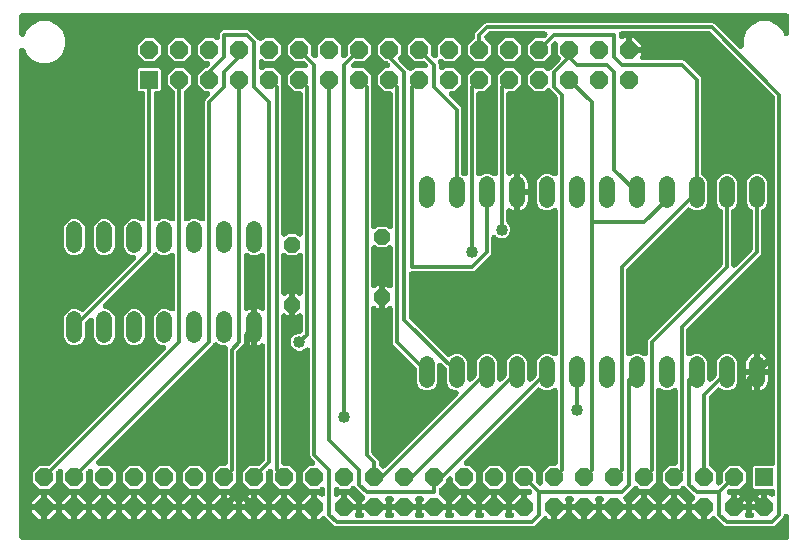
<source format=gbl>
G04 EAGLE Gerber RS-274X export*
G75*
%MOMM*%
%FSLAX34Y34*%
%LPD*%
%INBottom Copper*%
%IPPOS*%
%AMOC8*
5,1,8,0,0,1.08239X$1,22.5*%
G01*
%ADD10R,1.524000X1.524000*%
%ADD11P,1.649562X8X22.500000*%
%ADD12P,1.649562X8X202.500000*%
%ADD13C,1.320800*%
%ADD14P,1.429621X8X292.500000*%
%ADD15C,0.508000*%
%ADD16C,0.304800*%
%ADD17C,1.016000*%

G36*
X653631Y4068D02*
X653631Y4068D01*
X653665Y4066D01*
X653854Y4088D01*
X654045Y4105D01*
X654078Y4114D01*
X654112Y4118D01*
X654295Y4173D01*
X654479Y4223D01*
X654510Y4238D01*
X654543Y4248D01*
X654714Y4335D01*
X654886Y4417D01*
X654914Y4437D01*
X654945Y4452D01*
X655097Y4568D01*
X655252Y4679D01*
X655276Y4704D01*
X655303Y4724D01*
X655432Y4864D01*
X655566Y5001D01*
X655585Y5030D01*
X655609Y5056D01*
X655711Y5217D01*
X655818Y5374D01*
X655832Y5406D01*
X655850Y5435D01*
X655923Y5612D01*
X656000Y5786D01*
X656008Y5820D01*
X656021Y5852D01*
X656061Y6039D01*
X656107Y6224D01*
X656109Y6258D01*
X656116Y6292D01*
X656135Y6604D01*
X656135Y23705D01*
X656120Y23882D01*
X656110Y24059D01*
X656100Y24105D01*
X656095Y24153D01*
X656049Y24325D01*
X656008Y24498D01*
X655989Y24541D01*
X655977Y24588D01*
X655901Y24748D01*
X655830Y24911D01*
X655804Y24951D01*
X655783Y24994D01*
X655680Y25138D01*
X655582Y25287D01*
X655549Y25321D01*
X655521Y25360D01*
X655394Y25484D01*
X655271Y25613D01*
X655233Y25641D01*
X655199Y25674D01*
X655051Y25774D01*
X654908Y25879D01*
X654865Y25900D01*
X654826Y25926D01*
X654663Y25998D01*
X654504Y26076D01*
X654458Y26089D01*
X654414Y26109D01*
X654241Y26151D01*
X654070Y26199D01*
X654023Y26204D01*
X653976Y26215D01*
X653799Y26226D01*
X653622Y26244D01*
X653575Y26240D01*
X653527Y26243D01*
X653350Y26222D01*
X653173Y26209D01*
X653127Y26196D01*
X653080Y26191D01*
X652909Y26139D01*
X652738Y26095D01*
X652695Y26075D01*
X652649Y26061D01*
X652490Y25980D01*
X652329Y25905D01*
X652290Y25878D01*
X652247Y25856D01*
X652106Y25749D01*
X651960Y25647D01*
X651927Y25613D01*
X651889Y25584D01*
X651768Y25454D01*
X651643Y25328D01*
X651616Y25288D01*
X651584Y25253D01*
X651488Y25103D01*
X651387Y24957D01*
X651361Y24904D01*
X651342Y24873D01*
X651318Y24815D01*
X651250Y24676D01*
X650715Y23385D01*
X649358Y22028D01*
X644722Y17392D01*
X643365Y16035D01*
X642057Y15493D01*
X602543Y15493D01*
X601235Y16035D01*
X599878Y17392D01*
X595242Y22028D01*
X593840Y23430D01*
X593814Y23452D01*
X593791Y23478D01*
X593642Y23596D01*
X593495Y23719D01*
X593465Y23736D01*
X593438Y23757D01*
X593270Y23847D01*
X593104Y23942D01*
X593071Y23954D01*
X593041Y23970D01*
X592860Y24029D01*
X592680Y24093D01*
X592645Y24099D01*
X592613Y24109D01*
X592424Y24135D01*
X592235Y24166D01*
X592201Y24166D01*
X592166Y24171D01*
X591976Y24163D01*
X591785Y24160D01*
X591751Y24154D01*
X591717Y24152D01*
X591531Y24111D01*
X591343Y24075D01*
X591311Y24062D01*
X591277Y24055D01*
X591101Y23981D01*
X590923Y23912D01*
X590894Y23894D01*
X590862Y23881D01*
X590701Y23777D01*
X590538Y23678D01*
X590512Y23656D01*
X590483Y23637D01*
X590249Y23430D01*
X588409Y21589D01*
X586739Y21589D01*
X586739Y31750D01*
X586736Y31784D01*
X586738Y31819D01*
X586716Y32008D01*
X586699Y32198D01*
X586690Y32232D01*
X586686Y32266D01*
X586631Y32449D01*
X586581Y32633D01*
X586566Y32664D01*
X586556Y32697D01*
X586469Y32868D01*
X586388Y33039D01*
X586367Y33067D01*
X586352Y33098D01*
X586236Y33250D01*
X586125Y33405D01*
X586125Y33406D01*
X586101Y33430D01*
X586080Y33457D01*
X586079Y33457D01*
X585939Y33587D01*
X585802Y33720D01*
X585774Y33739D01*
X585748Y33763D01*
X585587Y33865D01*
X585429Y33972D01*
X585398Y33986D01*
X585368Y34004D01*
X585192Y34077D01*
X585017Y34154D01*
X584984Y34162D01*
X584952Y34175D01*
X584765Y34216D01*
X584580Y34261D01*
X584546Y34263D01*
X584512Y34270D01*
X584200Y34289D01*
X574039Y34289D01*
X574039Y35959D01*
X575880Y37799D01*
X575902Y37826D01*
X575928Y37849D01*
X576046Y37998D01*
X576169Y38145D01*
X576186Y38175D01*
X576207Y38202D01*
X576297Y38370D01*
X576392Y38535D01*
X576404Y38568D01*
X576420Y38599D01*
X576479Y38780D01*
X576543Y38960D01*
X576549Y38994D01*
X576559Y39027D01*
X576585Y39216D01*
X576616Y39404D01*
X576616Y39438D01*
X576621Y39473D01*
X576613Y39664D01*
X576610Y39854D01*
X576604Y39888D01*
X576602Y39923D01*
X576561Y40109D01*
X576525Y40296D01*
X576512Y40329D01*
X576505Y40362D01*
X576431Y40539D01*
X576362Y40716D01*
X576344Y40746D01*
X576331Y40778D01*
X576234Y40928D01*
X576216Y40963D01*
X576197Y40988D01*
X576128Y41101D01*
X576106Y41127D01*
X576087Y41156D01*
X575967Y41291D01*
X575944Y41322D01*
X575924Y41341D01*
X575880Y41390D01*
X568334Y48936D01*
X568254Y49026D01*
X568167Y49139D01*
X568105Y49195D01*
X568051Y49256D01*
X567938Y49345D01*
X567832Y49441D01*
X567763Y49485D01*
X567698Y49536D01*
X567571Y49604D01*
X567450Y49679D01*
X567374Y49710D01*
X567301Y49749D01*
X567165Y49793D01*
X567032Y49846D01*
X566951Y49862D01*
X566873Y49888D01*
X566731Y49907D01*
X566591Y49936D01*
X566508Y49938D01*
X566427Y49949D01*
X566283Y49943D01*
X566141Y49947D01*
X566059Y49934D01*
X565977Y49931D01*
X565837Y49900D01*
X565696Y49878D01*
X565618Y49851D01*
X565537Y49833D01*
X565405Y49778D01*
X565270Y49731D01*
X565198Y49691D01*
X565122Y49660D01*
X565002Y49582D01*
X564876Y49512D01*
X564813Y49460D01*
X564743Y49415D01*
X564559Y49252D01*
X564528Y49227D01*
X564521Y49219D01*
X564509Y49208D01*
X562798Y47497D01*
X554802Y47497D01*
X549147Y53152D01*
X549147Y61148D01*
X554802Y66803D01*
X559054Y66803D01*
X559089Y66806D01*
X559123Y66804D01*
X559312Y66826D01*
X559503Y66843D01*
X559536Y66852D01*
X559570Y66856D01*
X559753Y66911D01*
X559937Y66961D01*
X559968Y66976D01*
X560001Y66986D01*
X560172Y67073D01*
X560344Y67155D01*
X560372Y67175D01*
X560403Y67190D01*
X560555Y67306D01*
X560710Y67417D01*
X560734Y67442D01*
X560761Y67462D01*
X560890Y67602D01*
X561024Y67739D01*
X561043Y67768D01*
X561067Y67794D01*
X561169Y67955D01*
X561276Y68112D01*
X561290Y68144D01*
X561308Y68173D01*
X561381Y68350D01*
X561458Y68524D01*
X561466Y68558D01*
X561479Y68590D01*
X561519Y68777D01*
X561565Y68962D01*
X561567Y68996D01*
X561574Y69030D01*
X561593Y69342D01*
X561593Y130245D01*
X561582Y130374D01*
X561580Y130504D01*
X561562Y130598D01*
X561553Y130693D01*
X561519Y130819D01*
X561494Y130947D01*
X561460Y131036D01*
X561435Y131128D01*
X561379Y131245D01*
X561332Y131367D01*
X561282Y131448D01*
X561241Y131534D01*
X561166Y131640D01*
X561098Y131751D01*
X561035Y131823D01*
X560979Y131900D01*
X560886Y131991D01*
X560800Y132089D01*
X560725Y132148D01*
X560657Y132214D01*
X560549Y132287D01*
X560447Y132368D01*
X560363Y132413D01*
X560284Y132467D01*
X560165Y132519D01*
X560050Y132581D01*
X559959Y132610D01*
X559872Y132649D01*
X559745Y132680D01*
X559622Y132720D01*
X559527Y132733D01*
X559434Y132755D01*
X559305Y132763D01*
X559176Y132781D01*
X559080Y132777D01*
X558985Y132783D01*
X558856Y132768D01*
X558726Y132763D01*
X558633Y132742D01*
X558538Y132731D01*
X558413Y132693D01*
X558286Y132665D01*
X558198Y132628D01*
X558107Y132601D01*
X557991Y132542D01*
X557871Y132491D01*
X557791Y132440D01*
X557705Y132396D01*
X557602Y132318D01*
X557493Y132247D01*
X557395Y132161D01*
X557351Y132128D01*
X554168Y130809D01*
X550732Y130809D01*
X547529Y132136D01*
X547449Y132214D01*
X547369Y132268D01*
X547296Y132329D01*
X547183Y132394D01*
X547076Y132467D01*
X546988Y132505D01*
X546905Y132553D01*
X546783Y132596D01*
X546664Y132649D01*
X546571Y132671D01*
X546481Y132703D01*
X546353Y132725D01*
X546226Y132755D01*
X546131Y132761D01*
X546037Y132777D01*
X545907Y132775D01*
X545777Y132783D01*
X545682Y132772D01*
X545587Y132771D01*
X545459Y132746D01*
X545330Y132731D01*
X545238Y132703D01*
X545145Y132685D01*
X545023Y132638D01*
X544899Y132601D01*
X544814Y132557D01*
X544725Y132523D01*
X544613Y132455D01*
X544497Y132396D01*
X544421Y132339D01*
X544340Y132289D01*
X544242Y132203D01*
X544139Y132124D01*
X544074Y132054D01*
X544002Y131991D01*
X543922Y131889D01*
X543833Y131793D01*
X543782Y131713D01*
X543723Y131638D01*
X543662Y131523D01*
X543592Y131413D01*
X543555Y131325D01*
X543510Y131241D01*
X543470Y131117D01*
X543421Y130997D01*
X543401Y130903D01*
X543371Y130813D01*
X543353Y130684D01*
X543326Y130557D01*
X543318Y130427D01*
X543310Y130367D01*
X543311Y130322D01*
X543307Y130245D01*
X543307Y62792D01*
X543246Y62646D01*
X543211Y62535D01*
X543167Y62426D01*
X543144Y62320D01*
X543111Y62216D01*
X543097Y62101D01*
X543072Y61986D01*
X543062Y61832D01*
X543055Y61770D01*
X543056Y61733D01*
X543053Y61674D01*
X543053Y53152D01*
X537398Y47497D01*
X529402Y47497D01*
X527691Y49208D01*
X527628Y49261D01*
X527571Y49321D01*
X527455Y49405D01*
X527345Y49497D01*
X527274Y49538D01*
X527207Y49587D01*
X527079Y49650D01*
X526954Y49721D01*
X526877Y49748D01*
X526803Y49784D01*
X526665Y49823D01*
X526530Y49871D01*
X526449Y49885D01*
X526369Y49907D01*
X526227Y49921D01*
X526086Y49945D01*
X526004Y49944D01*
X525921Y49952D01*
X525779Y49941D01*
X525636Y49939D01*
X525555Y49923D01*
X525473Y49917D01*
X525334Y49880D01*
X525194Y49853D01*
X525117Y49823D01*
X525037Y49803D01*
X524907Y49742D01*
X524774Y49691D01*
X524703Y49648D01*
X524628Y49613D01*
X524511Y49531D01*
X524389Y49457D01*
X524327Y49402D01*
X524260Y49355D01*
X524159Y49254D01*
X524052Y49159D01*
X524000Y49094D01*
X523942Y49036D01*
X523890Y48960D01*
X516320Y41390D01*
X516298Y41364D01*
X516272Y41341D01*
X516210Y41263D01*
X516166Y41217D01*
X516126Y41158D01*
X516031Y41045D01*
X516014Y41015D01*
X515993Y40988D01*
X515923Y40858D01*
X515914Y40844D01*
X515904Y40822D01*
X515902Y40819D01*
X515808Y40654D01*
X515796Y40621D01*
X515780Y40591D01*
X515721Y40409D01*
X515657Y40230D01*
X515651Y40195D01*
X515641Y40163D01*
X515615Y39974D01*
X515584Y39785D01*
X515584Y39751D01*
X515579Y39716D01*
X515587Y39526D01*
X515590Y39335D01*
X515596Y39301D01*
X515598Y39267D01*
X515639Y39081D01*
X515675Y38893D01*
X515688Y38861D01*
X515695Y38827D01*
X515769Y38651D01*
X515838Y38473D01*
X515856Y38443D01*
X515869Y38412D01*
X515972Y38252D01*
X516072Y38088D01*
X516094Y38062D01*
X516113Y38033D01*
X516320Y37799D01*
X518161Y35959D01*
X518161Y34289D01*
X508000Y34289D01*
X497839Y34289D01*
X497839Y35959D01*
X498439Y36558D01*
X498522Y36658D01*
X498613Y36751D01*
X498667Y36831D01*
X498728Y36904D01*
X498792Y37017D01*
X498865Y37124D01*
X498904Y37212D01*
X498951Y37295D01*
X498995Y37417D01*
X499048Y37536D01*
X499070Y37629D01*
X499102Y37719D01*
X499123Y37847D01*
X499154Y37974D01*
X499160Y38069D01*
X499176Y38163D01*
X499174Y38293D01*
X499182Y38423D01*
X499171Y38518D01*
X499170Y38614D01*
X499145Y38741D01*
X499130Y38870D01*
X499102Y38962D01*
X499084Y39056D01*
X499037Y39177D01*
X499000Y39301D01*
X498956Y39387D01*
X498922Y39476D01*
X498854Y39587D01*
X498795Y39703D01*
X498737Y39779D01*
X498688Y39860D01*
X498602Y39958D01*
X498523Y40061D01*
X498453Y40126D01*
X498390Y40198D01*
X498288Y40278D01*
X498192Y40367D01*
X498111Y40418D01*
X498037Y40477D01*
X497922Y40539D01*
X497812Y40608D01*
X497724Y40645D01*
X497640Y40690D01*
X497516Y40730D01*
X497396Y40779D01*
X497302Y40799D01*
X497211Y40829D01*
X497083Y40847D01*
X496955Y40874D01*
X496825Y40882D01*
X496765Y40890D01*
X496721Y40889D01*
X496644Y40893D01*
X493956Y40893D01*
X493827Y40882D01*
X493697Y40880D01*
X493603Y40862D01*
X493508Y40853D01*
X493382Y40819D01*
X493255Y40794D01*
X493166Y40760D01*
X493074Y40735D01*
X492956Y40679D01*
X492835Y40632D01*
X492753Y40582D01*
X492667Y40541D01*
X492561Y40466D01*
X492450Y40398D01*
X492379Y40335D01*
X492301Y40279D01*
X492210Y40186D01*
X492113Y40100D01*
X492053Y40025D01*
X491987Y39957D01*
X491914Y39849D01*
X491833Y39747D01*
X491788Y39663D01*
X491735Y39584D01*
X491682Y39465D01*
X491621Y39350D01*
X491591Y39259D01*
X491552Y39172D01*
X491522Y39045D01*
X491481Y38922D01*
X491468Y38827D01*
X491446Y38734D01*
X491438Y38605D01*
X491420Y38476D01*
X491424Y38380D01*
X491418Y38285D01*
X491433Y38156D01*
X491438Y38026D01*
X491459Y37933D01*
X491470Y37838D01*
X491508Y37713D01*
X491536Y37586D01*
X491573Y37498D01*
X491600Y37407D01*
X491660Y37291D01*
X491710Y37171D01*
X491761Y37091D01*
X491805Y37005D01*
X491883Y36902D01*
X491954Y36793D01*
X492040Y36695D01*
X492077Y36647D01*
X492110Y36616D01*
X492161Y36558D01*
X492761Y35959D01*
X492761Y34289D01*
X482600Y34289D01*
X472439Y34289D01*
X472439Y35959D01*
X473039Y36558D01*
X473122Y36658D01*
X473213Y36751D01*
X473267Y36831D01*
X473328Y36904D01*
X473392Y37017D01*
X473465Y37124D01*
X473504Y37212D01*
X473551Y37295D01*
X473595Y37417D01*
X473648Y37536D01*
X473670Y37629D01*
X473702Y37719D01*
X473723Y37847D01*
X473754Y37974D01*
X473760Y38069D01*
X473776Y38163D01*
X473774Y38293D01*
X473782Y38423D01*
X473771Y38518D01*
X473770Y38614D01*
X473745Y38741D01*
X473730Y38870D01*
X473702Y38962D01*
X473684Y39056D01*
X473637Y39177D01*
X473600Y39301D01*
X473556Y39387D01*
X473522Y39476D01*
X473454Y39587D01*
X473395Y39703D01*
X473337Y39779D01*
X473288Y39860D01*
X473202Y39958D01*
X473123Y40061D01*
X473053Y40126D01*
X472990Y40198D01*
X472888Y40278D01*
X472792Y40367D01*
X472711Y40418D01*
X472637Y40477D01*
X472522Y40539D01*
X472412Y40608D01*
X472324Y40645D01*
X472240Y40690D01*
X472116Y40730D01*
X471996Y40779D01*
X471902Y40799D01*
X471811Y40829D01*
X471683Y40847D01*
X471555Y40874D01*
X471425Y40882D01*
X471365Y40890D01*
X471321Y40889D01*
X471244Y40893D01*
X468556Y40893D01*
X468427Y40882D01*
X468297Y40880D01*
X468203Y40862D01*
X468108Y40853D01*
X467982Y40819D01*
X467855Y40794D01*
X467766Y40760D01*
X467674Y40735D01*
X467556Y40679D01*
X467435Y40632D01*
X467353Y40582D01*
X467267Y40541D01*
X467161Y40466D01*
X467050Y40398D01*
X466979Y40335D01*
X466901Y40279D01*
X466810Y40186D01*
X466713Y40100D01*
X466653Y40025D01*
X466587Y39957D01*
X466514Y39849D01*
X466433Y39747D01*
X466388Y39663D01*
X466335Y39584D01*
X466282Y39465D01*
X466221Y39350D01*
X466191Y39259D01*
X466152Y39172D01*
X466122Y39045D01*
X466081Y38922D01*
X466068Y38827D01*
X466046Y38734D01*
X466038Y38605D01*
X466020Y38476D01*
X466024Y38380D01*
X466018Y38285D01*
X466033Y38156D01*
X466038Y38026D01*
X466059Y37933D01*
X466070Y37838D01*
X466108Y37713D01*
X466136Y37586D01*
X466173Y37498D01*
X466200Y37407D01*
X466260Y37291D01*
X466310Y37171D01*
X466361Y37091D01*
X466405Y37005D01*
X466483Y36902D01*
X466554Y36793D01*
X466640Y36695D01*
X466677Y36647D01*
X466710Y36616D01*
X466761Y36558D01*
X467361Y35959D01*
X467361Y34289D01*
X457200Y34289D01*
X457166Y34286D01*
X457131Y34288D01*
X456942Y34266D01*
X456752Y34249D01*
X456718Y34240D01*
X456684Y34236D01*
X456501Y34181D01*
X456317Y34131D01*
X456286Y34116D01*
X456253Y34106D01*
X456082Y34019D01*
X455911Y33938D01*
X455883Y33917D01*
X455852Y33902D01*
X455700Y33786D01*
X455545Y33675D01*
X455544Y33675D01*
X455520Y33650D01*
X455493Y33630D01*
X455493Y33629D01*
X455492Y33629D01*
X455363Y33489D01*
X455230Y33352D01*
X455211Y33324D01*
X455187Y33298D01*
X455085Y33137D01*
X454978Y32979D01*
X454964Y32948D01*
X454945Y32918D01*
X454873Y32742D01*
X454796Y32567D01*
X454788Y32534D01*
X454775Y32502D01*
X454734Y32315D01*
X454689Y32130D01*
X454687Y32096D01*
X454680Y32062D01*
X454661Y31750D01*
X454661Y21589D01*
X452991Y21589D01*
X451151Y23430D01*
X451124Y23452D01*
X451101Y23478D01*
X450952Y23596D01*
X450805Y23719D01*
X450775Y23736D01*
X450748Y23757D01*
X450580Y23847D01*
X450415Y23942D01*
X450382Y23954D01*
X450351Y23970D01*
X450170Y24029D01*
X449990Y24093D01*
X449956Y24099D01*
X449923Y24109D01*
X449734Y24135D01*
X449546Y24166D01*
X449512Y24166D01*
X449477Y24171D01*
X449286Y24163D01*
X449096Y24160D01*
X449062Y24154D01*
X449027Y24152D01*
X448841Y24111D01*
X448654Y24075D01*
X448621Y24062D01*
X448588Y24055D01*
X448411Y23981D01*
X448234Y23912D01*
X448204Y23894D01*
X448172Y23881D01*
X448012Y23777D01*
X447849Y23678D01*
X447823Y23656D01*
X447794Y23637D01*
X447560Y23430D01*
X440165Y16035D01*
X438857Y15493D01*
X272343Y15493D01*
X271035Y16035D01*
X269678Y17392D01*
X263640Y23430D01*
X263614Y23452D01*
X263591Y23478D01*
X263442Y23596D01*
X263295Y23719D01*
X263265Y23736D01*
X263238Y23757D01*
X263070Y23847D01*
X262904Y23942D01*
X262871Y23954D01*
X262841Y23970D01*
X262660Y24029D01*
X262480Y24093D01*
X262445Y24099D01*
X262413Y24109D01*
X262223Y24135D01*
X262035Y24166D01*
X262001Y24166D01*
X261966Y24171D01*
X261776Y24163D01*
X261585Y24160D01*
X261551Y24154D01*
X261517Y24152D01*
X261331Y24111D01*
X261143Y24075D01*
X261111Y24062D01*
X261077Y24055D01*
X260901Y23981D01*
X260723Y23912D01*
X260694Y23894D01*
X260662Y23881D01*
X260501Y23777D01*
X260338Y23678D01*
X260312Y23656D01*
X260283Y23637D01*
X260049Y23430D01*
X258209Y21589D01*
X256539Y21589D01*
X256539Y31750D01*
X256539Y41911D01*
X258209Y41911D01*
X258808Y41311D01*
X258908Y41228D01*
X259001Y41137D01*
X259081Y41083D01*
X259154Y41022D01*
X259267Y40958D01*
X259374Y40885D01*
X259462Y40846D01*
X259545Y40799D01*
X259667Y40755D01*
X259786Y40702D01*
X259879Y40680D01*
X259969Y40648D01*
X260097Y40627D01*
X260224Y40596D01*
X260319Y40590D01*
X260413Y40574D01*
X260543Y40576D01*
X260673Y40568D01*
X260768Y40579D01*
X260864Y40580D01*
X260991Y40605D01*
X261120Y40620D01*
X261212Y40648D01*
X261306Y40666D01*
X261427Y40713D01*
X261551Y40750D01*
X261637Y40794D01*
X261726Y40828D01*
X261837Y40896D01*
X261953Y40955D01*
X262029Y41013D01*
X262110Y41062D01*
X262208Y41148D01*
X262311Y41227D01*
X262376Y41297D01*
X262448Y41360D01*
X262528Y41462D01*
X262617Y41558D01*
X262668Y41639D01*
X262727Y41713D01*
X262789Y41828D01*
X262858Y41938D01*
X262895Y42026D01*
X262940Y42110D01*
X262980Y42234D01*
X263029Y42354D01*
X263049Y42448D01*
X263079Y42539D01*
X263097Y42667D01*
X263124Y42795D01*
X263132Y42925D01*
X263140Y42985D01*
X263139Y43029D01*
X263143Y43106D01*
X263143Y46512D01*
X263132Y46642D01*
X263130Y46772D01*
X263112Y46865D01*
X263103Y46960D01*
X263069Y47086D01*
X263044Y47214D01*
X263010Y47303D01*
X262985Y47395D01*
X262929Y47512D01*
X262882Y47634D01*
X262832Y47715D01*
X262791Y47801D01*
X262716Y47907D01*
X262648Y48018D01*
X262585Y48090D01*
X262529Y48168D01*
X262436Y48258D01*
X262350Y48356D01*
X262275Y48415D01*
X262207Y48482D01*
X262099Y48554D01*
X261997Y48635D01*
X261913Y48680D01*
X261834Y48734D01*
X261715Y48786D01*
X261600Y48848D01*
X261509Y48877D01*
X261422Y48916D01*
X261295Y48947D01*
X261172Y48987D01*
X261077Y49000D01*
X260984Y49023D01*
X260855Y49031D01*
X260726Y49048D01*
X260630Y49044D01*
X260535Y49050D01*
X260406Y49035D01*
X260276Y49030D01*
X260183Y49009D01*
X260088Y48998D01*
X259963Y48961D01*
X259836Y48932D01*
X259748Y48896D01*
X259657Y48868D01*
X259541Y48809D01*
X259421Y48759D01*
X259341Y48707D01*
X259255Y48664D01*
X259152Y48585D01*
X259043Y48514D01*
X258945Y48428D01*
X258897Y48392D01*
X258866Y48359D01*
X258808Y48307D01*
X257998Y47497D01*
X250002Y47497D01*
X244347Y53152D01*
X244347Y61148D01*
X250002Y66803D01*
X252237Y66803D01*
X252367Y66814D01*
X252497Y66816D01*
X252590Y66834D01*
X252686Y66843D01*
X252811Y66877D01*
X252939Y66902D01*
X253028Y66936D01*
X253120Y66961D01*
X253237Y67017D01*
X253359Y67064D01*
X253440Y67114D01*
X253527Y67155D01*
X253632Y67230D01*
X253743Y67298D01*
X253815Y67361D01*
X253893Y67417D01*
X253983Y67510D01*
X254081Y67596D01*
X254140Y67671D01*
X254207Y67739D01*
X254280Y67847D01*
X254360Y67949D01*
X254405Y68033D01*
X254459Y68112D01*
X254511Y68231D01*
X254573Y68346D01*
X254602Y68437D01*
X254641Y68524D01*
X254672Y68651D01*
X254712Y68774D01*
X254725Y68869D01*
X254748Y68962D01*
X254756Y69091D01*
X254773Y69220D01*
X254769Y69316D01*
X254775Y69411D01*
X254760Y69540D01*
X254755Y69670D01*
X254734Y69763D01*
X254723Y69858D01*
X254686Y69983D01*
X254657Y70110D01*
X254621Y70198D01*
X254593Y70289D01*
X254534Y70405D01*
X254484Y70525D01*
X254432Y70605D01*
X254389Y70691D01*
X254310Y70794D01*
X254239Y70903D01*
X254153Y71001D01*
X254117Y71049D01*
X254084Y71080D01*
X254033Y71138D01*
X250985Y74185D01*
X250443Y75493D01*
X250443Y164404D01*
X250432Y164534D01*
X250430Y164664D01*
X250412Y164757D01*
X250403Y164853D01*
X250369Y164978D01*
X250344Y165106D01*
X250310Y165195D01*
X250285Y165287D01*
X250229Y165404D01*
X250182Y165526D01*
X250132Y165607D01*
X250091Y165694D01*
X250016Y165799D01*
X249948Y165910D01*
X249885Y165982D01*
X249829Y166060D01*
X249736Y166150D01*
X249650Y166248D01*
X249575Y166307D01*
X249507Y166374D01*
X249399Y166446D01*
X249297Y166527D01*
X249213Y166572D01*
X249134Y166626D01*
X249015Y166678D01*
X248900Y166740D01*
X248809Y166769D01*
X248722Y166808D01*
X248595Y166839D01*
X248472Y166879D01*
X248377Y166892D01*
X248284Y166915D01*
X248155Y166923D01*
X248026Y166940D01*
X247930Y166937D01*
X247835Y166942D01*
X247706Y166927D01*
X247576Y166922D01*
X247483Y166901D01*
X247388Y166890D01*
X247263Y166853D01*
X247136Y166824D01*
X247048Y166788D01*
X246957Y166760D01*
X246841Y166701D01*
X246721Y166651D01*
X246641Y166599D01*
X246555Y166556D01*
X246452Y166477D01*
X246343Y166407D01*
X246245Y166320D01*
X246197Y166284D01*
X246166Y166251D01*
X246108Y166200D01*
X245329Y165420D01*
X242715Y164337D01*
X239885Y164337D01*
X237271Y165420D01*
X235270Y167421D01*
X234187Y170035D01*
X234187Y172865D01*
X235270Y175479D01*
X237271Y177480D01*
X239885Y178563D01*
X241554Y178563D01*
X241589Y178566D01*
X241623Y178564D01*
X241812Y178586D01*
X242003Y178603D01*
X242036Y178612D01*
X242070Y178616D01*
X242253Y178671D01*
X242437Y178721D01*
X242468Y178736D01*
X242501Y178746D01*
X242672Y178833D01*
X242844Y178915D01*
X242872Y178935D01*
X242903Y178950D01*
X243055Y179066D01*
X243210Y179177D01*
X243234Y179202D01*
X243261Y179222D01*
X243390Y179362D01*
X243524Y179499D01*
X243543Y179528D01*
X243567Y179554D01*
X243669Y179715D01*
X243776Y179872D01*
X243790Y179904D01*
X243808Y179933D01*
X243881Y180110D01*
X243958Y180284D01*
X243966Y180318D01*
X243979Y180350D01*
X244019Y180537D01*
X244065Y180722D01*
X244067Y180756D01*
X244074Y180790D01*
X244093Y181102D01*
X244093Y193280D01*
X244082Y193410D01*
X244080Y193540D01*
X244062Y193634D01*
X244053Y193729D01*
X244019Y193854D01*
X243994Y193982D01*
X243960Y194071D01*
X243935Y194163D01*
X243879Y194280D01*
X243832Y194402D01*
X243782Y194484D01*
X243741Y194570D01*
X243666Y194675D01*
X243598Y194787D01*
X243535Y194858D01*
X243479Y194936D01*
X243386Y195027D01*
X243300Y195124D01*
X243225Y195183D01*
X243157Y195250D01*
X243049Y195323D01*
X242947Y195404D01*
X242863Y195449D01*
X242784Y195502D01*
X242665Y195555D01*
X242550Y195616D01*
X242459Y195646D01*
X242372Y195684D01*
X242246Y195715D01*
X242122Y195755D01*
X242027Y195768D01*
X241934Y195791D01*
X241805Y195799D01*
X241676Y195817D01*
X241580Y195813D01*
X241485Y195819D01*
X241356Y195804D01*
X241226Y195798D01*
X241133Y195778D01*
X241038Y195767D01*
X240913Y195729D01*
X240786Y195701D01*
X240698Y195664D01*
X240607Y195636D01*
X240491Y195577D01*
X240371Y195527D01*
X240291Y195475D01*
X240205Y195432D01*
X240102Y195354D01*
X239993Y195283D01*
X239895Y195197D01*
X239847Y195160D01*
X239816Y195127D01*
X239758Y195076D01*
X238738Y194055D01*
X237489Y194055D01*
X237489Y203200D01*
X237489Y212345D01*
X238738Y212345D01*
X239758Y211324D01*
X239858Y211241D01*
X239951Y211150D01*
X240031Y211096D01*
X240104Y211035D01*
X240217Y210971D01*
X240324Y210898D01*
X240412Y210859D01*
X240495Y210812D01*
X240617Y210768D01*
X240736Y210716D01*
X240829Y210693D01*
X240919Y210661D01*
X241047Y210640D01*
X241174Y210609D01*
X241269Y210603D01*
X241363Y210588D01*
X241493Y210589D01*
X241623Y210581D01*
X241718Y210592D01*
X241814Y210594D01*
X241941Y210618D01*
X242070Y210633D01*
X242162Y210661D01*
X242256Y210679D01*
X242377Y210726D01*
X242501Y210764D01*
X242587Y210807D01*
X242676Y210841D01*
X242787Y210909D01*
X242903Y210968D01*
X242979Y211026D01*
X243060Y211075D01*
X243158Y211162D01*
X243261Y211240D01*
X243326Y211310D01*
X243398Y211374D01*
X243478Y211476D01*
X243567Y211571D01*
X243618Y211652D01*
X243677Y211727D01*
X243739Y211841D01*
X243808Y211951D01*
X243845Y212039D01*
X243890Y212124D01*
X243930Y212247D01*
X243979Y212368D01*
X243999Y212461D01*
X244029Y212552D01*
X244047Y212680D01*
X244074Y212808D01*
X244082Y212938D01*
X244090Y212998D01*
X244089Y213042D01*
X244093Y213120D01*
X244093Y244799D01*
X244082Y244928D01*
X244080Y245058D01*
X244062Y245152D01*
X244053Y245247D01*
X244019Y245373D01*
X243994Y245500D01*
X243960Y245590D01*
X243935Y245682D01*
X243879Y245799D01*
X243832Y245920D01*
X243782Y246002D01*
X243741Y246088D01*
X243666Y246194D01*
X243598Y246305D01*
X243535Y246377D01*
X243479Y246454D01*
X243386Y246545D01*
X243300Y246643D01*
X243225Y246702D01*
X243157Y246768D01*
X243049Y246841D01*
X242947Y246922D01*
X242863Y246967D01*
X242784Y247021D01*
X242665Y247073D01*
X242550Y247135D01*
X242459Y247164D01*
X242372Y247203D01*
X242245Y247234D01*
X242122Y247274D01*
X242027Y247287D01*
X241934Y247309D01*
X241805Y247317D01*
X241676Y247335D01*
X241580Y247331D01*
X241485Y247337D01*
X241356Y247322D01*
X241226Y247317D01*
X241133Y247296D01*
X241038Y247285D01*
X240913Y247247D01*
X240786Y247219D01*
X240698Y247182D01*
X240607Y247155D01*
X240491Y247096D01*
X240371Y247046D01*
X240291Y246994D01*
X240205Y246950D01*
X240102Y246872D01*
X239993Y246801D01*
X239895Y246715D01*
X239847Y246678D01*
X239816Y246645D01*
X239758Y246594D01*
X238527Y245363D01*
X231373Y245363D01*
X230142Y246594D01*
X230042Y246678D01*
X229949Y246768D01*
X229869Y246822D01*
X229796Y246883D01*
X229683Y246948D01*
X229576Y247021D01*
X229488Y247059D01*
X229405Y247107D01*
X229283Y247150D01*
X229164Y247203D01*
X229071Y247225D01*
X228981Y247257D01*
X228853Y247279D01*
X228726Y247309D01*
X228631Y247315D01*
X228537Y247331D01*
X228407Y247329D01*
X228277Y247337D01*
X228182Y247326D01*
X228086Y247325D01*
X227959Y247300D01*
X227830Y247285D01*
X227738Y247257D01*
X227644Y247239D01*
X227523Y247192D01*
X227399Y247155D01*
X227313Y247111D01*
X227224Y247077D01*
X227113Y247009D01*
X226997Y246950D01*
X226921Y246893D01*
X226840Y246843D01*
X226742Y246757D01*
X226639Y246678D01*
X226574Y246608D01*
X226502Y246545D01*
X226422Y246443D01*
X226333Y246347D01*
X226282Y246267D01*
X226223Y246192D01*
X226161Y246077D01*
X226092Y245967D01*
X226055Y245879D01*
X226010Y245795D01*
X225970Y245671D01*
X225921Y245551D01*
X225901Y245458D01*
X225871Y245367D01*
X225853Y245238D01*
X225826Y245111D01*
X225818Y244981D01*
X225810Y244921D01*
X225811Y244876D01*
X225807Y244799D01*
X225807Y213120D01*
X225818Y212990D01*
X225820Y212860D01*
X225838Y212766D01*
X225847Y212671D01*
X225881Y212546D01*
X225906Y212418D01*
X225940Y212329D01*
X225965Y212237D01*
X226021Y212120D01*
X226068Y211998D01*
X226118Y211916D01*
X226159Y211830D01*
X226234Y211725D01*
X226302Y211613D01*
X226365Y211542D01*
X226421Y211464D01*
X226514Y211373D01*
X226600Y211276D01*
X226675Y211217D01*
X226743Y211150D01*
X226851Y211077D01*
X226953Y210996D01*
X227037Y210951D01*
X227116Y210898D01*
X227235Y210845D01*
X227350Y210784D01*
X227441Y210754D01*
X227528Y210716D01*
X227654Y210685D01*
X227778Y210645D01*
X227873Y210632D01*
X227966Y210609D01*
X228095Y210601D01*
X228224Y210583D01*
X228320Y210587D01*
X228415Y210581D01*
X228544Y210596D01*
X228674Y210602D01*
X228767Y210622D01*
X228862Y210633D01*
X228987Y210671D01*
X229114Y210699D01*
X229202Y210736D01*
X229293Y210764D01*
X229409Y210823D01*
X229529Y210873D01*
X229609Y210925D01*
X229695Y210968D01*
X229798Y211046D01*
X229907Y211117D01*
X230005Y211203D01*
X230053Y211240D01*
X230084Y211273D01*
X230142Y211324D01*
X231162Y212345D01*
X232411Y212345D01*
X232411Y203200D01*
X232411Y194055D01*
X231162Y194055D01*
X230142Y195076D01*
X230042Y195159D01*
X229949Y195250D01*
X229869Y195304D01*
X229796Y195365D01*
X229683Y195429D01*
X229576Y195502D01*
X229488Y195541D01*
X229405Y195588D01*
X229283Y195632D01*
X229164Y195684D01*
X229071Y195707D01*
X228981Y195739D01*
X228853Y195760D01*
X228726Y195791D01*
X228631Y195797D01*
X228537Y195812D01*
X228407Y195811D01*
X228277Y195819D01*
X228182Y195808D01*
X228086Y195806D01*
X227959Y195782D01*
X227830Y195767D01*
X227738Y195739D01*
X227644Y195721D01*
X227523Y195674D01*
X227399Y195636D01*
X227313Y195593D01*
X227224Y195559D01*
X227113Y195491D01*
X226997Y195432D01*
X226921Y195374D01*
X226840Y195325D01*
X226742Y195238D01*
X226639Y195160D01*
X226574Y195090D01*
X226502Y195026D01*
X226422Y194924D01*
X226333Y194829D01*
X226282Y194748D01*
X226223Y194673D01*
X226161Y194559D01*
X226092Y194449D01*
X226055Y194361D01*
X226010Y194276D01*
X225970Y194153D01*
X225921Y194032D01*
X225901Y193939D01*
X225871Y193848D01*
X225853Y193720D01*
X225826Y193592D01*
X225818Y193462D01*
X225810Y193402D01*
X225811Y193358D01*
X225807Y193280D01*
X225807Y69342D01*
X225810Y69307D01*
X225808Y69273D01*
X225830Y69084D01*
X225847Y68893D01*
X225856Y68860D01*
X225860Y68826D01*
X225915Y68643D01*
X225965Y68459D01*
X225980Y68428D01*
X225990Y68395D01*
X226077Y68224D01*
X226159Y68052D01*
X226179Y68024D01*
X226194Y67993D01*
X226310Y67841D01*
X226421Y67686D01*
X226446Y67662D01*
X226466Y67635D01*
X226606Y67506D01*
X226743Y67372D01*
X226772Y67353D01*
X226798Y67329D01*
X226959Y67227D01*
X227116Y67120D01*
X227148Y67106D01*
X227177Y67088D01*
X227354Y67015D01*
X227528Y66938D01*
X227562Y66930D01*
X227594Y66917D01*
X227781Y66877D01*
X227966Y66831D01*
X228000Y66829D01*
X228034Y66822D01*
X228346Y66803D01*
X232598Y66803D01*
X238253Y61148D01*
X238253Y53152D01*
X232598Y47497D01*
X224602Y47497D01*
X218947Y53152D01*
X218947Y61674D01*
X218937Y61790D01*
X218937Y61907D01*
X218917Y62014D01*
X218907Y62123D01*
X218877Y62235D01*
X218856Y62350D01*
X218805Y62497D01*
X218789Y62557D01*
X218773Y62589D01*
X218754Y62645D01*
X218736Y62690D01*
X218698Y62763D01*
X218668Y62840D01*
X218605Y62943D01*
X218595Y62964D01*
X218586Y62977D01*
X218528Y63089D01*
X218477Y63154D01*
X218434Y63225D01*
X218339Y63332D01*
X218252Y63445D01*
X218190Y63500D01*
X218136Y63562D01*
X218024Y63651D01*
X217918Y63747D01*
X217847Y63790D01*
X217783Y63842D01*
X217657Y63909D01*
X217536Y63985D01*
X217459Y64015D01*
X217386Y64054D01*
X217250Y64099D01*
X217117Y64151D01*
X217036Y64168D01*
X216957Y64194D01*
X216816Y64213D01*
X216676Y64242D01*
X216593Y64244D01*
X216511Y64255D01*
X216369Y64249D01*
X216226Y64253D01*
X216144Y64240D01*
X216061Y64237D01*
X215922Y64206D01*
X215781Y64184D01*
X215703Y64157D01*
X215622Y64139D01*
X215490Y64084D01*
X215355Y64038D01*
X215283Y63997D01*
X215206Y63965D01*
X215087Y63888D01*
X214962Y63819D01*
X214898Y63766D01*
X214828Y63721D01*
X214644Y63559D01*
X214614Y63533D01*
X214606Y63525D01*
X214594Y63514D01*
X213596Y62516D01*
X213491Y62390D01*
X213379Y62269D01*
X213347Y62218D01*
X213308Y62171D01*
X213226Y62029D01*
X213138Y61890D01*
X213114Y61833D01*
X213084Y61780D01*
X213029Y61625D01*
X212967Y61473D01*
X212954Y61413D01*
X212933Y61356D01*
X212907Y61194D01*
X212872Y61033D01*
X212867Y60956D01*
X212860Y60912D01*
X212861Y60851D01*
X212853Y60721D01*
X212853Y53152D01*
X207198Y47497D01*
X199202Y47497D01*
X193547Y53152D01*
X193547Y61148D01*
X199202Y66803D01*
X206771Y66803D01*
X206935Y66817D01*
X207099Y66824D01*
X207159Y66837D01*
X207219Y66843D01*
X207378Y66886D01*
X207539Y66922D01*
X207595Y66945D01*
X207654Y66961D01*
X207802Y67032D01*
X207954Y67095D01*
X208006Y67128D01*
X208060Y67155D01*
X208194Y67250D01*
X208332Y67340D01*
X208390Y67391D01*
X208427Y67417D01*
X208469Y67460D01*
X208566Y67546D01*
X211600Y70580D01*
X211705Y70706D01*
X211817Y70827D01*
X211849Y70878D01*
X211888Y70925D01*
X211970Y71068D01*
X212058Y71206D01*
X212082Y71263D01*
X212112Y71316D01*
X212167Y71471D01*
X212229Y71623D01*
X212242Y71683D01*
X212263Y71740D01*
X212289Y71902D01*
X212324Y72063D01*
X212329Y72140D01*
X212336Y72184D01*
X212335Y72245D01*
X212343Y72375D01*
X212343Y167902D01*
X212329Y168057D01*
X212324Y168213D01*
X212310Y168281D01*
X212303Y168350D01*
X212262Y168501D01*
X212230Y168653D01*
X212203Y168718D01*
X212185Y168785D01*
X212118Y168925D01*
X212059Y169070D01*
X212021Y169129D01*
X211991Y169191D01*
X211901Y169318D01*
X211817Y169450D01*
X211770Y169501D01*
X211729Y169558D01*
X211618Y169666D01*
X211512Y169781D01*
X211456Y169823D01*
X211407Y169872D01*
X211277Y169959D01*
X211153Y170053D01*
X211091Y170085D01*
X211034Y170124D01*
X210891Y170187D01*
X210752Y170258D01*
X210685Y170278D01*
X210622Y170306D01*
X210470Y170343D01*
X210321Y170388D01*
X210252Y170396D01*
X210184Y170413D01*
X210029Y170422D01*
X209874Y170440D01*
X209804Y170436D01*
X209735Y170440D01*
X209580Y170422D01*
X209424Y170413D01*
X209357Y170396D01*
X209288Y170388D01*
X209138Y170343D01*
X208987Y170306D01*
X208923Y170278D01*
X208857Y170258D01*
X208718Y170187D01*
X208575Y170124D01*
X208500Y170076D01*
X208455Y170053D01*
X208409Y170018D01*
X208311Y169956D01*
X207993Y169725D01*
X206710Y169071D01*
X205739Y168756D01*
X205739Y184150D01*
X205739Y199544D01*
X206710Y199229D01*
X207993Y198575D01*
X208311Y198344D01*
X208445Y198264D01*
X208574Y198176D01*
X208638Y198148D01*
X208698Y198112D01*
X208844Y198057D01*
X208986Y197994D01*
X209054Y197978D01*
X209119Y197953D01*
X209272Y197924D01*
X209424Y197887D01*
X209493Y197883D01*
X209561Y197870D01*
X209717Y197869D01*
X209873Y197860D01*
X209942Y197868D01*
X210012Y197867D01*
X210165Y197894D01*
X210320Y197912D01*
X210387Y197932D01*
X210455Y197944D01*
X210602Y197997D01*
X210751Y198042D01*
X210813Y198074D01*
X210879Y198097D01*
X211014Y198176D01*
X211153Y198247D01*
X211208Y198289D01*
X211268Y198323D01*
X211387Y198424D01*
X211511Y198519D01*
X211558Y198570D01*
X211612Y198615D01*
X211711Y198735D01*
X211817Y198850D01*
X211854Y198908D01*
X211898Y198962D01*
X211975Y199098D01*
X212058Y199229D01*
X212085Y199294D01*
X212119Y199354D01*
X212170Y199502D01*
X212229Y199646D01*
X212244Y199714D01*
X212267Y199780D01*
X212291Y199934D01*
X212324Y200086D01*
X212330Y200175D01*
X212337Y200224D01*
X212336Y200283D01*
X212343Y200398D01*
X212343Y244545D01*
X212332Y244674D01*
X212330Y244804D01*
X212312Y244898D01*
X212303Y244993D01*
X212269Y245119D01*
X212244Y245247D01*
X212210Y245336D01*
X212185Y245428D01*
X212129Y245545D01*
X212082Y245667D01*
X212032Y245748D01*
X211991Y245834D01*
X211916Y245940D01*
X211848Y246051D01*
X211785Y246123D01*
X211729Y246200D01*
X211636Y246291D01*
X211550Y246389D01*
X211475Y246448D01*
X211407Y246514D01*
X211299Y246587D01*
X211197Y246668D01*
X211113Y246713D01*
X211034Y246767D01*
X210915Y246819D01*
X210800Y246881D01*
X210709Y246910D01*
X210622Y246949D01*
X210495Y246980D01*
X210372Y247020D01*
X210277Y247033D01*
X210184Y247055D01*
X210055Y247063D01*
X209926Y247081D01*
X209830Y247077D01*
X209735Y247083D01*
X209606Y247068D01*
X209476Y247063D01*
X209383Y247042D01*
X209288Y247031D01*
X209163Y246993D01*
X209036Y246965D01*
X208948Y246928D01*
X208857Y246901D01*
X208741Y246842D01*
X208621Y246791D01*
X208541Y246740D01*
X208455Y246696D01*
X208352Y246618D01*
X208243Y246547D01*
X208145Y246461D01*
X208101Y246428D01*
X204918Y245109D01*
X201482Y245109D01*
X198279Y246436D01*
X198199Y246514D01*
X198119Y246568D01*
X198046Y246629D01*
X197933Y246694D01*
X197826Y246767D01*
X197738Y246805D01*
X197655Y246853D01*
X197533Y246896D01*
X197414Y246949D01*
X197321Y246971D01*
X197231Y247003D01*
X197103Y247025D01*
X196976Y247055D01*
X196881Y247061D01*
X196787Y247077D01*
X196657Y247075D01*
X196527Y247083D01*
X196432Y247072D01*
X196337Y247071D01*
X196209Y247046D01*
X196080Y247031D01*
X195988Y247003D01*
X195895Y246985D01*
X195773Y246938D01*
X195649Y246901D01*
X195564Y246857D01*
X195475Y246823D01*
X195363Y246755D01*
X195247Y246696D01*
X195171Y246639D01*
X195090Y246589D01*
X194992Y246503D01*
X194889Y246424D01*
X194824Y246354D01*
X194752Y246291D01*
X194672Y246189D01*
X194583Y246093D01*
X194532Y246013D01*
X194473Y245938D01*
X194412Y245823D01*
X194342Y245713D01*
X194305Y245625D01*
X194260Y245541D01*
X194220Y245417D01*
X194171Y245297D01*
X194151Y245203D01*
X194121Y245113D01*
X194103Y244984D01*
X194076Y244857D01*
X194068Y244727D01*
X194060Y244667D01*
X194061Y244622D01*
X194057Y244545D01*
X194057Y200398D01*
X194071Y200243D01*
X194076Y200087D01*
X194090Y200019D01*
X194097Y199950D01*
X194138Y199799D01*
X194170Y199647D01*
X194197Y199582D01*
X194215Y199515D01*
X194282Y199375D01*
X194341Y199230D01*
X194379Y199171D01*
X194409Y199109D01*
X194499Y198982D01*
X194583Y198850D01*
X194630Y198799D01*
X194671Y198742D01*
X194782Y198634D01*
X194888Y198519D01*
X194944Y198477D01*
X194993Y198428D01*
X195123Y198341D01*
X195247Y198247D01*
X195309Y198215D01*
X195366Y198176D01*
X195509Y198113D01*
X195648Y198042D01*
X195715Y198022D01*
X195778Y197994D01*
X195930Y197957D01*
X196079Y197912D01*
X196148Y197904D01*
X196216Y197887D01*
X196371Y197878D01*
X196526Y197860D01*
X196596Y197864D01*
X196665Y197860D01*
X196820Y197878D01*
X196976Y197887D01*
X197043Y197904D01*
X197112Y197912D01*
X197262Y197957D01*
X197413Y197994D01*
X197477Y198022D01*
X197543Y198042D01*
X197682Y198113D01*
X197825Y198176D01*
X197900Y198224D01*
X197945Y198247D01*
X197991Y198282D01*
X198089Y198344D01*
X198407Y198575D01*
X199690Y199229D01*
X200661Y199544D01*
X200661Y184150D01*
X200661Y168756D01*
X199690Y169071D01*
X198407Y169725D01*
X197345Y170496D01*
X197252Y170552D01*
X197164Y170616D01*
X197059Y170668D01*
X196959Y170728D01*
X196857Y170766D01*
X196760Y170814D01*
X196647Y170846D01*
X196538Y170887D01*
X196431Y170907D01*
X196327Y170937D01*
X196210Y170948D01*
X196095Y170970D01*
X195987Y170971D01*
X195879Y170981D01*
X195762Y170972D01*
X195645Y170973D01*
X195538Y170955D01*
X195430Y170946D01*
X195316Y170916D01*
X195201Y170896D01*
X195099Y170859D01*
X194994Y170832D01*
X194888Y170783D01*
X194778Y170743D01*
X194684Y170688D01*
X194586Y170643D01*
X194490Y170576D01*
X194388Y170517D01*
X194306Y170447D01*
X194217Y170385D01*
X194134Y170301D01*
X194045Y170226D01*
X193976Y170142D01*
X193899Y170065D01*
X193833Y169969D01*
X193758Y169878D01*
X193705Y169784D01*
X193643Y169695D01*
X193568Y169540D01*
X193538Y169486D01*
X193528Y169457D01*
X193518Y169438D01*
X188450Y164370D01*
X188345Y164244D01*
X188233Y164123D01*
X188201Y164072D01*
X188162Y164025D01*
X188080Y163882D01*
X187992Y163744D01*
X187968Y163687D01*
X187938Y163634D01*
X187883Y163479D01*
X187821Y163327D01*
X187808Y163267D01*
X187787Y163210D01*
X187761Y163048D01*
X187726Y162887D01*
X187721Y162810D01*
X187714Y162766D01*
X187715Y162705D01*
X187707Y162575D01*
X187707Y62792D01*
X187646Y62646D01*
X187611Y62535D01*
X187567Y62426D01*
X187544Y62320D01*
X187511Y62216D01*
X187497Y62101D01*
X187472Y61986D01*
X187462Y61832D01*
X187455Y61770D01*
X187456Y61733D01*
X187453Y61674D01*
X187453Y53152D01*
X181798Y47497D01*
X173802Y47497D01*
X168147Y53152D01*
X168147Y61148D01*
X173802Y66803D01*
X178054Y66803D01*
X178089Y66806D01*
X178123Y66804D01*
X178312Y66826D01*
X178503Y66843D01*
X178536Y66852D01*
X178570Y66856D01*
X178753Y66911D01*
X178937Y66961D01*
X178968Y66976D01*
X179001Y66986D01*
X179172Y67073D01*
X179344Y67155D01*
X179372Y67175D01*
X179403Y67190D01*
X179555Y67306D01*
X179710Y67417D01*
X179734Y67442D01*
X179761Y67462D01*
X179890Y67602D01*
X180024Y67739D01*
X180043Y67768D01*
X180067Y67794D01*
X180169Y67955D01*
X180276Y68112D01*
X180290Y68144D01*
X180308Y68173D01*
X180381Y68350D01*
X180458Y68524D01*
X180466Y68558D01*
X180479Y68590D01*
X180519Y68777D01*
X180565Y68962D01*
X180567Y68996D01*
X180574Y69030D01*
X180593Y69342D01*
X180593Y166068D01*
X180597Y166132D01*
X180615Y166274D01*
X180611Y166357D01*
X180616Y166439D01*
X180600Y166581D01*
X180592Y166723D01*
X180574Y166804D01*
X180564Y166886D01*
X180523Y167023D01*
X180490Y167162D01*
X180458Y167238D01*
X180434Y167317D01*
X180369Y167445D01*
X180313Y167576D01*
X180267Y167645D01*
X180229Y167719D01*
X180143Y167832D01*
X180064Y167951D01*
X180007Y168011D01*
X179957Y168077D01*
X179852Y168174D01*
X179754Y168277D01*
X179687Y168326D01*
X179626Y168383D01*
X179506Y168459D01*
X179391Y168544D01*
X179316Y168580D01*
X179246Y168624D01*
X179114Y168679D01*
X178986Y168741D01*
X178907Y168764D01*
X178830Y168795D01*
X178690Y168825D01*
X178553Y168864D01*
X178471Y168873D01*
X178390Y168890D01*
X178145Y168905D01*
X178105Y168909D01*
X178094Y168908D01*
X178078Y168909D01*
X176082Y168909D01*
X172908Y170224D01*
X172437Y170695D01*
X172374Y170747D01*
X172317Y170807D01*
X172202Y170892D01*
X172092Y170984D01*
X172020Y171024D01*
X171954Y171073D01*
X171825Y171136D01*
X171701Y171207D01*
X171623Y171235D01*
X171549Y171271D01*
X171411Y171310D01*
X171277Y171358D01*
X171195Y171371D01*
X171116Y171394D01*
X170973Y171408D01*
X170832Y171431D01*
X170750Y171430D01*
X170668Y171438D01*
X170525Y171427D01*
X170382Y171425D01*
X170301Y171409D01*
X170219Y171403D01*
X170081Y171367D01*
X169940Y171340D01*
X169863Y171310D01*
X169784Y171289D01*
X169654Y171229D01*
X169520Y171177D01*
X169450Y171134D01*
X169375Y171100D01*
X169258Y171018D01*
X169135Y170943D01*
X169074Y170889D01*
X169006Y170842D01*
X168905Y170740D01*
X168798Y170645D01*
X168747Y170581D01*
X168689Y170522D01*
X168607Y170404D01*
X168519Y170292D01*
X168480Y170220D01*
X168433Y170152D01*
X168324Y169930D01*
X168306Y169895D01*
X168303Y169885D01*
X168296Y169871D01*
X168115Y169435D01*
X166758Y168078D01*
X69817Y71138D01*
X69734Y71038D01*
X69643Y70945D01*
X69590Y70865D01*
X69529Y70792D01*
X69464Y70679D01*
X69391Y70572D01*
X69353Y70484D01*
X69305Y70401D01*
X69262Y70279D01*
X69209Y70160D01*
X69186Y70067D01*
X69154Y69977D01*
X69133Y69848D01*
X69102Y69722D01*
X69097Y69627D01*
X69081Y69533D01*
X69083Y69402D01*
X69075Y69273D01*
X69086Y69178D01*
X69087Y69082D01*
X69112Y68955D01*
X69127Y68826D01*
X69154Y68734D01*
X69173Y68640D01*
X69219Y68519D01*
X69257Y68395D01*
X69300Y68310D01*
X69335Y68220D01*
X69402Y68109D01*
X69461Y67993D01*
X69519Y67917D01*
X69569Y67836D01*
X69655Y67738D01*
X69733Y67635D01*
X69804Y67570D01*
X69867Y67498D01*
X69969Y67418D01*
X70065Y67329D01*
X70145Y67278D01*
X70220Y67219D01*
X70334Y67158D01*
X70444Y67088D01*
X70533Y67051D01*
X70617Y67006D01*
X70741Y66966D01*
X70861Y66917D01*
X70954Y66897D01*
X71045Y66867D01*
X71174Y66849D01*
X71301Y66822D01*
X71431Y66814D01*
X71491Y66806D01*
X71536Y66807D01*
X71613Y66803D01*
X80198Y66803D01*
X85853Y61148D01*
X85853Y53152D01*
X80198Y47497D01*
X72202Y47497D01*
X66547Y53152D01*
X66547Y61737D01*
X66536Y61867D01*
X66534Y61997D01*
X66516Y62090D01*
X66507Y62186D01*
X66473Y62311D01*
X66448Y62439D01*
X66414Y62528D01*
X66389Y62620D01*
X66333Y62737D01*
X66286Y62859D01*
X66236Y62940D01*
X66195Y63027D01*
X66120Y63132D01*
X66052Y63243D01*
X65989Y63315D01*
X65933Y63393D01*
X65840Y63483D01*
X65754Y63581D01*
X65679Y63640D01*
X65611Y63707D01*
X65503Y63780D01*
X65401Y63860D01*
X65317Y63905D01*
X65238Y63959D01*
X65119Y64011D01*
X65004Y64073D01*
X64913Y64102D01*
X64826Y64141D01*
X64699Y64172D01*
X64576Y64212D01*
X64481Y64225D01*
X64388Y64248D01*
X64259Y64256D01*
X64130Y64273D01*
X64034Y64269D01*
X63939Y64275D01*
X63810Y64260D01*
X63680Y64255D01*
X63587Y64234D01*
X63492Y64223D01*
X63367Y64186D01*
X63240Y64157D01*
X63152Y64121D01*
X63061Y64093D01*
X62945Y64034D01*
X62825Y63984D01*
X62745Y63932D01*
X62659Y63889D01*
X62556Y63810D01*
X62447Y63739D01*
X62349Y63653D01*
X62301Y63617D01*
X62270Y63584D01*
X62212Y63533D01*
X61196Y62516D01*
X61091Y62390D01*
X60979Y62269D01*
X60947Y62218D01*
X60908Y62171D01*
X60826Y62029D01*
X60738Y61890D01*
X60714Y61833D01*
X60684Y61780D01*
X60629Y61625D01*
X60567Y61473D01*
X60554Y61413D01*
X60533Y61356D01*
X60507Y61194D01*
X60472Y61033D01*
X60467Y60956D01*
X60460Y60912D01*
X60461Y60851D01*
X60453Y60721D01*
X60453Y53152D01*
X54798Y47497D01*
X46802Y47497D01*
X41147Y53152D01*
X41147Y61737D01*
X41136Y61867D01*
X41134Y61997D01*
X41116Y62090D01*
X41107Y62186D01*
X41073Y62311D01*
X41048Y62439D01*
X41014Y62528D01*
X40989Y62620D01*
X40933Y62737D01*
X40886Y62859D01*
X40836Y62940D01*
X40795Y63027D01*
X40720Y63132D01*
X40652Y63243D01*
X40589Y63315D01*
X40533Y63393D01*
X40440Y63483D01*
X40354Y63581D01*
X40279Y63640D01*
X40211Y63707D01*
X40103Y63780D01*
X40001Y63860D01*
X39917Y63905D01*
X39838Y63959D01*
X39719Y64011D01*
X39604Y64073D01*
X39513Y64102D01*
X39426Y64141D01*
X39299Y64172D01*
X39176Y64212D01*
X39081Y64225D01*
X38988Y64248D01*
X38859Y64256D01*
X38730Y64273D01*
X38634Y64269D01*
X38539Y64275D01*
X38410Y64260D01*
X38280Y64255D01*
X38187Y64234D01*
X38092Y64223D01*
X37967Y64186D01*
X37840Y64157D01*
X37752Y64121D01*
X37661Y64093D01*
X37545Y64034D01*
X37425Y63984D01*
X37345Y63932D01*
X37259Y63889D01*
X37156Y63810D01*
X37047Y63739D01*
X36949Y63653D01*
X36901Y63617D01*
X36870Y63584D01*
X36812Y63533D01*
X35796Y62516D01*
X35691Y62390D01*
X35579Y62269D01*
X35547Y62218D01*
X35508Y62171D01*
X35426Y62029D01*
X35338Y61890D01*
X35314Y61833D01*
X35284Y61780D01*
X35229Y61625D01*
X35167Y61473D01*
X35154Y61413D01*
X35133Y61356D01*
X35107Y61194D01*
X35072Y61033D01*
X35067Y60956D01*
X35060Y60912D01*
X35061Y60851D01*
X35053Y60721D01*
X35053Y53152D01*
X29398Y47497D01*
X21402Y47497D01*
X15747Y53152D01*
X15747Y61148D01*
X21402Y66803D01*
X28971Y66803D01*
X29135Y66817D01*
X29299Y66824D01*
X29359Y66837D01*
X29419Y66843D01*
X29578Y66886D01*
X29739Y66922D01*
X29795Y66945D01*
X29854Y66961D01*
X30002Y67032D01*
X30154Y67095D01*
X30206Y67128D01*
X30260Y67155D01*
X30394Y67250D01*
X30532Y67340D01*
X30590Y67391D01*
X30627Y67417D01*
X30669Y67460D01*
X30766Y67546D01*
X127795Y164574D01*
X127878Y164674D01*
X127969Y164767D01*
X128022Y164847D01*
X128083Y164920D01*
X128148Y165033D01*
X128221Y165140D01*
X128259Y165228D01*
X128307Y165311D01*
X128350Y165433D01*
X128403Y165552D01*
X128426Y165645D01*
X128458Y165735D01*
X128479Y165864D01*
X128510Y165990D01*
X128515Y166085D01*
X128531Y166179D01*
X128529Y166310D01*
X128537Y166439D01*
X128526Y166534D01*
X128525Y166630D01*
X128500Y166757D01*
X128485Y166886D01*
X128458Y166978D01*
X128439Y167072D01*
X128393Y167193D01*
X128355Y167317D01*
X128312Y167402D01*
X128277Y167492D01*
X128210Y167603D01*
X128151Y167719D01*
X128093Y167795D01*
X128043Y167876D01*
X127957Y167974D01*
X127879Y168077D01*
X127808Y168142D01*
X127745Y168214D01*
X127643Y168294D01*
X127547Y168383D01*
X127467Y168434D01*
X127392Y168493D01*
X127278Y168554D01*
X127168Y168624D01*
X127079Y168661D01*
X126995Y168706D01*
X126871Y168746D01*
X126751Y168795D01*
X126658Y168815D01*
X126567Y168845D01*
X126438Y168863D01*
X126311Y168890D01*
X126181Y168898D01*
X126121Y168906D01*
X126076Y168905D01*
X125999Y168909D01*
X125282Y168909D01*
X122108Y170224D01*
X119678Y172654D01*
X118363Y175828D01*
X118363Y192472D01*
X119678Y195646D01*
X122108Y198076D01*
X125282Y199391D01*
X128718Y199391D01*
X131921Y198064D01*
X132001Y197986D01*
X132081Y197932D01*
X132154Y197871D01*
X132267Y197806D01*
X132374Y197733D01*
X132462Y197695D01*
X132545Y197647D01*
X132667Y197604D01*
X132786Y197551D01*
X132879Y197529D01*
X132969Y197497D01*
X133097Y197475D01*
X133224Y197445D01*
X133319Y197439D01*
X133413Y197423D01*
X133543Y197425D01*
X133673Y197417D01*
X133768Y197428D01*
X133863Y197429D01*
X133991Y197454D01*
X134120Y197469D01*
X134212Y197497D01*
X134305Y197515D01*
X134427Y197562D01*
X134551Y197599D01*
X134636Y197643D01*
X134725Y197677D01*
X134837Y197745D01*
X134953Y197804D01*
X135029Y197861D01*
X135110Y197911D01*
X135208Y197997D01*
X135311Y198076D01*
X135376Y198146D01*
X135448Y198209D01*
X135528Y198311D01*
X135617Y198407D01*
X135668Y198487D01*
X135727Y198562D01*
X135788Y198677D01*
X135858Y198787D01*
X135895Y198875D01*
X135940Y198959D01*
X135980Y199083D01*
X136029Y199203D01*
X136049Y199297D01*
X136079Y199387D01*
X136097Y199516D01*
X136124Y199643D01*
X136132Y199773D01*
X136140Y199833D01*
X136139Y199878D01*
X136143Y199955D01*
X136143Y244545D01*
X136132Y244674D01*
X136130Y244804D01*
X136112Y244898D01*
X136103Y244993D01*
X136069Y245119D01*
X136044Y245247D01*
X136010Y245336D01*
X135985Y245428D01*
X135929Y245545D01*
X135882Y245667D01*
X135832Y245748D01*
X135791Y245834D01*
X135716Y245940D01*
X135648Y246051D01*
X135585Y246123D01*
X135529Y246200D01*
X135436Y246291D01*
X135350Y246389D01*
X135275Y246448D01*
X135207Y246514D01*
X135099Y246587D01*
X134997Y246668D01*
X134913Y246713D01*
X134834Y246767D01*
X134715Y246819D01*
X134600Y246881D01*
X134509Y246910D01*
X134422Y246949D01*
X134295Y246980D01*
X134172Y247020D01*
X134077Y247033D01*
X133984Y247055D01*
X133855Y247063D01*
X133726Y247081D01*
X133630Y247077D01*
X133535Y247083D01*
X133406Y247068D01*
X133276Y247063D01*
X133183Y247042D01*
X133088Y247031D01*
X132963Y246993D01*
X132836Y246965D01*
X132748Y246928D01*
X132657Y246901D01*
X132541Y246842D01*
X132421Y246791D01*
X132341Y246740D01*
X132255Y246696D01*
X132152Y246618D01*
X132043Y246547D01*
X131945Y246461D01*
X131901Y246428D01*
X128718Y245109D01*
X125282Y245109D01*
X122108Y246424D01*
X121637Y246895D01*
X121574Y246947D01*
X121517Y247007D01*
X121402Y247092D01*
X121292Y247184D01*
X121220Y247224D01*
X121154Y247273D01*
X121025Y247336D01*
X120901Y247407D01*
X120823Y247435D01*
X120749Y247471D01*
X120611Y247510D01*
X120477Y247558D01*
X120395Y247571D01*
X120316Y247594D01*
X120173Y247608D01*
X120032Y247631D01*
X119950Y247630D01*
X119868Y247638D01*
X119725Y247627D01*
X119582Y247625D01*
X119501Y247609D01*
X119419Y247603D01*
X119281Y247567D01*
X119140Y247540D01*
X119063Y247510D01*
X118984Y247489D01*
X118854Y247429D01*
X118720Y247377D01*
X118650Y247334D01*
X118575Y247300D01*
X118458Y247218D01*
X118335Y247143D01*
X118274Y247089D01*
X118206Y247042D01*
X118105Y246940D01*
X117998Y246845D01*
X117947Y246781D01*
X117889Y246722D01*
X117807Y246604D01*
X117719Y246492D01*
X117680Y246420D01*
X117633Y246352D01*
X117524Y246130D01*
X117506Y246095D01*
X117503Y246085D01*
X117496Y246071D01*
X117315Y245635D01*
X115958Y244278D01*
X75405Y203726D01*
X75322Y203626D01*
X75231Y203533D01*
X75178Y203453D01*
X75117Y203380D01*
X75052Y203267D01*
X74979Y203160D01*
X74941Y203072D01*
X74893Y202989D01*
X74850Y202867D01*
X74797Y202748D01*
X74774Y202655D01*
X74742Y202565D01*
X74721Y202436D01*
X74690Y202310D01*
X74685Y202215D01*
X74669Y202121D01*
X74671Y201990D01*
X74663Y201861D01*
X74674Y201766D01*
X74675Y201670D01*
X74700Y201543D01*
X74715Y201414D01*
X74742Y201322D01*
X74761Y201228D01*
X74807Y201107D01*
X74845Y200983D01*
X74888Y200898D01*
X74923Y200808D01*
X74990Y200697D01*
X75049Y200581D01*
X75107Y200505D01*
X75157Y200424D01*
X75243Y200326D01*
X75321Y200223D01*
X75392Y200158D01*
X75455Y200086D01*
X75557Y200006D01*
X75653Y199917D01*
X75733Y199866D01*
X75808Y199807D01*
X75923Y199746D01*
X76032Y199676D01*
X76121Y199639D01*
X76205Y199594D01*
X76329Y199554D01*
X76449Y199505D01*
X76542Y199485D01*
X76633Y199455D01*
X76762Y199437D01*
X76889Y199410D01*
X77019Y199402D01*
X77079Y199394D01*
X77124Y199395D01*
X77201Y199391D01*
X77918Y199391D01*
X81092Y198076D01*
X83522Y195646D01*
X84837Y192472D01*
X84837Y175828D01*
X83522Y172654D01*
X81092Y170224D01*
X77918Y168909D01*
X74482Y168909D01*
X71308Y170224D01*
X68878Y172654D01*
X67563Y175828D01*
X67563Y189753D01*
X67552Y189883D01*
X67550Y190013D01*
X67532Y190106D01*
X67523Y190202D01*
X67489Y190327D01*
X67464Y190455D01*
X67430Y190544D01*
X67405Y190636D01*
X67349Y190753D01*
X67302Y190875D01*
X67252Y190956D01*
X67211Y191043D01*
X67136Y191148D01*
X67068Y191259D01*
X67005Y191331D01*
X66949Y191409D01*
X66856Y191499D01*
X66770Y191597D01*
X66695Y191656D01*
X66627Y191723D01*
X66519Y191796D01*
X66417Y191876D01*
X66333Y191921D01*
X66254Y191975D01*
X66135Y192027D01*
X66020Y192089D01*
X65929Y192118D01*
X65842Y192157D01*
X65715Y192188D01*
X65592Y192228D01*
X65497Y192241D01*
X65404Y192264D01*
X65275Y192272D01*
X65146Y192289D01*
X65050Y192285D01*
X64955Y192291D01*
X64826Y192276D01*
X64696Y192271D01*
X64603Y192250D01*
X64508Y192239D01*
X64383Y192202D01*
X64256Y192173D01*
X64168Y192137D01*
X64077Y192109D01*
X63961Y192050D01*
X63841Y192000D01*
X63761Y191948D01*
X63675Y191905D01*
X63572Y191826D01*
X63463Y191755D01*
X63365Y191669D01*
X63317Y191633D01*
X63286Y191600D01*
X63228Y191549D01*
X60180Y188500D01*
X60075Y188374D01*
X59963Y188253D01*
X59931Y188202D01*
X59892Y188155D01*
X59810Y188012D01*
X59722Y187874D01*
X59698Y187817D01*
X59668Y187764D01*
X59613Y187609D01*
X59551Y187457D01*
X59538Y187397D01*
X59517Y187340D01*
X59491Y187178D01*
X59456Y187017D01*
X59451Y186940D01*
X59444Y186896D01*
X59445Y186835D01*
X59437Y186705D01*
X59437Y175828D01*
X58122Y172654D01*
X55692Y170224D01*
X52518Y168909D01*
X49082Y168909D01*
X45908Y170224D01*
X43478Y172654D01*
X42163Y175828D01*
X42163Y192472D01*
X43478Y195646D01*
X45908Y198076D01*
X49082Y199391D01*
X52518Y199391D01*
X55692Y198076D01*
X55899Y197870D01*
X55925Y197847D01*
X55948Y197821D01*
X56097Y197703D01*
X56244Y197581D01*
X56274Y197564D01*
X56301Y197542D01*
X56469Y197452D01*
X56635Y197357D01*
X56667Y197346D01*
X56698Y197329D01*
X56880Y197270D01*
X57059Y197207D01*
X57093Y197201D01*
X57126Y197190D01*
X57315Y197164D01*
X57503Y197133D01*
X57538Y197134D01*
X57572Y197129D01*
X57763Y197137D01*
X57954Y197139D01*
X57988Y197146D01*
X58022Y197147D01*
X58208Y197188D01*
X58396Y197225D01*
X58428Y197237D01*
X58462Y197245D01*
X58638Y197318D01*
X58816Y197387D01*
X58845Y197405D01*
X58877Y197418D01*
X59037Y197522D01*
X59200Y197621D01*
X59226Y197644D01*
X59255Y197663D01*
X59490Y197870D01*
X102395Y240774D01*
X102478Y240874D01*
X102569Y240967D01*
X102622Y241047D01*
X102683Y241120D01*
X102748Y241233D01*
X102821Y241340D01*
X102859Y241428D01*
X102907Y241511D01*
X102950Y241633D01*
X103003Y241752D01*
X103026Y241845D01*
X103058Y241935D01*
X103079Y242064D01*
X103110Y242190D01*
X103115Y242285D01*
X103131Y242379D01*
X103129Y242510D01*
X103137Y242639D01*
X103126Y242734D01*
X103125Y242830D01*
X103100Y242957D01*
X103085Y243086D01*
X103058Y243178D01*
X103039Y243272D01*
X102993Y243393D01*
X102955Y243517D01*
X102912Y243602D01*
X102877Y243692D01*
X102810Y243803D01*
X102751Y243919D01*
X102693Y243995D01*
X102643Y244076D01*
X102557Y244174D01*
X102479Y244277D01*
X102408Y244342D01*
X102345Y244414D01*
X102243Y244494D01*
X102147Y244583D01*
X102067Y244634D01*
X101992Y244693D01*
X101878Y244754D01*
X101768Y244824D01*
X101679Y244861D01*
X101595Y244906D01*
X101471Y244946D01*
X101351Y244995D01*
X101258Y245015D01*
X101167Y245045D01*
X101038Y245063D01*
X100911Y245090D01*
X100781Y245098D01*
X100721Y245106D01*
X100676Y245105D01*
X100599Y245109D01*
X99882Y245109D01*
X96708Y246424D01*
X94278Y248854D01*
X92963Y252028D01*
X92963Y268672D01*
X94278Y271846D01*
X96708Y274276D01*
X99882Y275591D01*
X103318Y275591D01*
X106521Y274264D01*
X106601Y274186D01*
X106681Y274132D01*
X106754Y274071D01*
X106867Y274006D01*
X106974Y273933D01*
X107062Y273895D01*
X107145Y273847D01*
X107267Y273804D01*
X107386Y273751D01*
X107479Y273729D01*
X107569Y273697D01*
X107697Y273675D01*
X107824Y273645D01*
X107919Y273639D01*
X108013Y273623D01*
X108143Y273625D01*
X108273Y273617D01*
X108368Y273628D01*
X108463Y273629D01*
X108591Y273654D01*
X108720Y273669D01*
X108812Y273697D01*
X108905Y273715D01*
X109027Y273762D01*
X109151Y273799D01*
X109236Y273843D01*
X109325Y273877D01*
X109437Y273945D01*
X109553Y274004D01*
X109629Y274061D01*
X109710Y274111D01*
X109808Y274197D01*
X109911Y274276D01*
X109976Y274346D01*
X110048Y274409D01*
X110128Y274511D01*
X110217Y274607D01*
X110268Y274687D01*
X110327Y274762D01*
X110388Y274877D01*
X110458Y274987D01*
X110495Y275075D01*
X110540Y275159D01*
X110580Y275283D01*
X110629Y275403D01*
X110649Y275497D01*
X110679Y275587D01*
X110697Y275716D01*
X110724Y275843D01*
X110732Y275973D01*
X110740Y276033D01*
X110739Y276078D01*
X110743Y276155D01*
X110743Y381508D01*
X110740Y381543D01*
X110742Y381577D01*
X110720Y381766D01*
X110703Y381957D01*
X110694Y381990D01*
X110690Y382024D01*
X110635Y382207D01*
X110585Y382391D01*
X110570Y382422D01*
X110560Y382455D01*
X110473Y382626D01*
X110391Y382798D01*
X110371Y382826D01*
X110356Y382857D01*
X110240Y383009D01*
X110129Y383164D01*
X110104Y383188D01*
X110084Y383215D01*
X109944Y383344D01*
X109807Y383478D01*
X109778Y383497D01*
X109752Y383521D01*
X109591Y383623D01*
X109434Y383730D01*
X109402Y383744D01*
X109373Y383762D01*
X109196Y383835D01*
X109022Y383912D01*
X108988Y383920D01*
X108956Y383933D01*
X108769Y383973D01*
X108584Y384019D01*
X108550Y384021D01*
X108516Y384028D01*
X108204Y384047D01*
X105838Y384047D01*
X104647Y385238D01*
X104647Y402162D01*
X105838Y403353D01*
X122762Y403353D01*
X123953Y402162D01*
X123953Y385238D01*
X122762Y384047D01*
X120396Y384047D01*
X120361Y384044D01*
X120327Y384046D01*
X120138Y384024D01*
X119947Y384007D01*
X119914Y383998D01*
X119880Y383994D01*
X119697Y383939D01*
X119513Y383889D01*
X119482Y383874D01*
X119449Y383864D01*
X119278Y383777D01*
X119106Y383695D01*
X119078Y383675D01*
X119047Y383660D01*
X118895Y383544D01*
X118740Y383433D01*
X118716Y383408D01*
X118689Y383388D01*
X118560Y383248D01*
X118426Y383111D01*
X118407Y383082D01*
X118383Y383056D01*
X118281Y382895D01*
X118174Y382738D01*
X118160Y382706D01*
X118142Y382677D01*
X118069Y382500D01*
X117992Y382326D01*
X117984Y382292D01*
X117971Y382260D01*
X117931Y382073D01*
X117885Y381888D01*
X117883Y381854D01*
X117876Y381820D01*
X117857Y381508D01*
X117857Y276155D01*
X117868Y276026D01*
X117870Y275896D01*
X117888Y275802D01*
X117897Y275707D01*
X117931Y275581D01*
X117956Y275453D01*
X117990Y275364D01*
X118015Y275272D01*
X118071Y275155D01*
X118118Y275033D01*
X118168Y274952D01*
X118209Y274866D01*
X118284Y274760D01*
X118352Y274649D01*
X118415Y274577D01*
X118471Y274500D01*
X118564Y274409D01*
X118650Y274311D01*
X118725Y274252D01*
X118793Y274186D01*
X118901Y274113D01*
X119003Y274032D01*
X119087Y273987D01*
X119166Y273933D01*
X119285Y273881D01*
X119400Y273819D01*
X119491Y273790D01*
X119578Y273751D01*
X119705Y273720D01*
X119828Y273680D01*
X119923Y273667D01*
X120016Y273645D01*
X120145Y273637D01*
X120274Y273619D01*
X120370Y273623D01*
X120465Y273617D01*
X120594Y273632D01*
X120724Y273637D01*
X120817Y273658D01*
X120912Y273669D01*
X121037Y273707D01*
X121164Y273735D01*
X121252Y273772D01*
X121343Y273799D01*
X121459Y273858D01*
X121579Y273909D01*
X121659Y273960D01*
X121745Y274004D01*
X121848Y274082D01*
X121957Y274153D01*
X122055Y274239D01*
X122099Y274272D01*
X125282Y275591D01*
X128718Y275591D01*
X131921Y274264D01*
X132001Y274186D01*
X132081Y274132D01*
X132154Y274071D01*
X132267Y274006D01*
X132374Y273933D01*
X132462Y273895D01*
X132545Y273847D01*
X132667Y273804D01*
X132786Y273751D01*
X132879Y273729D01*
X132969Y273697D01*
X133097Y273675D01*
X133224Y273645D01*
X133319Y273639D01*
X133413Y273623D01*
X133543Y273625D01*
X133673Y273617D01*
X133768Y273628D01*
X133863Y273629D01*
X133991Y273654D01*
X134120Y273669D01*
X134212Y273697D01*
X134305Y273715D01*
X134427Y273762D01*
X134551Y273799D01*
X134636Y273843D01*
X134725Y273877D01*
X134837Y273945D01*
X134953Y274004D01*
X135029Y274061D01*
X135110Y274111D01*
X135208Y274197D01*
X135311Y274276D01*
X135376Y274346D01*
X135448Y274409D01*
X135528Y274511D01*
X135617Y274607D01*
X135668Y274687D01*
X135727Y274762D01*
X135788Y274877D01*
X135858Y274987D01*
X135895Y275075D01*
X135940Y275159D01*
X135980Y275283D01*
X136029Y275403D01*
X136049Y275497D01*
X136079Y275587D01*
X136097Y275716D01*
X136124Y275843D01*
X136132Y275973D01*
X136140Y276033D01*
X136139Y276078D01*
X136143Y276155D01*
X136143Y382554D01*
X136129Y382718D01*
X136122Y382882D01*
X136109Y382942D01*
X136103Y383002D01*
X136060Y383161D01*
X136024Y383322D01*
X136001Y383378D01*
X135985Y383437D01*
X135914Y383585D01*
X135851Y383737D01*
X135818Y383788D01*
X135791Y383843D01*
X135696Y383977D01*
X135606Y384115D01*
X135555Y384173D01*
X135529Y384210D01*
X135486Y384252D01*
X135400Y384349D01*
X130047Y389702D01*
X130047Y397698D01*
X135702Y403353D01*
X143698Y403353D01*
X149353Y397698D01*
X149353Y389702D01*
X144000Y384349D01*
X143895Y384223D01*
X143783Y384102D01*
X143751Y384051D01*
X143712Y384004D01*
X143630Y383862D01*
X143542Y383723D01*
X143518Y383666D01*
X143488Y383613D01*
X143433Y383458D01*
X143371Y383306D01*
X143358Y383246D01*
X143337Y383189D01*
X143311Y383027D01*
X143276Y382866D01*
X143271Y382789D01*
X143264Y382745D01*
X143265Y382684D01*
X143257Y382554D01*
X143257Y276155D01*
X143268Y276026D01*
X143270Y275896D01*
X143288Y275802D01*
X143297Y275707D01*
X143331Y275581D01*
X143356Y275453D01*
X143390Y275364D01*
X143415Y275272D01*
X143471Y275155D01*
X143518Y275033D01*
X143568Y274952D01*
X143609Y274866D01*
X143684Y274760D01*
X143752Y274649D01*
X143815Y274577D01*
X143871Y274500D01*
X143964Y274409D01*
X144050Y274311D01*
X144125Y274252D01*
X144193Y274186D01*
X144301Y274113D01*
X144403Y274032D01*
X144487Y273987D01*
X144566Y273933D01*
X144685Y273881D01*
X144800Y273819D01*
X144891Y273790D01*
X144978Y273751D01*
X145105Y273720D01*
X145228Y273680D01*
X145323Y273667D01*
X145416Y273645D01*
X145545Y273637D01*
X145674Y273619D01*
X145770Y273623D01*
X145865Y273617D01*
X145994Y273632D01*
X146124Y273637D01*
X146217Y273658D01*
X146312Y273669D01*
X146437Y273707D01*
X146564Y273735D01*
X146652Y273772D01*
X146743Y273799D01*
X146859Y273858D01*
X146979Y273909D01*
X147059Y273960D01*
X147145Y274004D01*
X147248Y274082D01*
X147357Y274153D01*
X147455Y274239D01*
X147499Y274272D01*
X150682Y275591D01*
X154118Y275591D01*
X157321Y274264D01*
X157401Y274186D01*
X157481Y274132D01*
X157554Y274071D01*
X157667Y274006D01*
X157774Y273933D01*
X157862Y273895D01*
X157945Y273847D01*
X158067Y273804D01*
X158186Y273751D01*
X158279Y273729D01*
X158369Y273697D01*
X158497Y273675D01*
X158624Y273645D01*
X158719Y273639D01*
X158813Y273623D01*
X158943Y273625D01*
X159073Y273617D01*
X159168Y273628D01*
X159263Y273629D01*
X159391Y273654D01*
X159520Y273669D01*
X159612Y273697D01*
X159705Y273715D01*
X159827Y273762D01*
X159951Y273799D01*
X160036Y273843D01*
X160125Y273877D01*
X160237Y273945D01*
X160353Y274004D01*
X160429Y274061D01*
X160510Y274111D01*
X160608Y274197D01*
X160711Y274276D01*
X160776Y274346D01*
X160848Y274409D01*
X160928Y274511D01*
X161017Y274607D01*
X161068Y274687D01*
X161127Y274762D01*
X161188Y274877D01*
X161258Y274987D01*
X161295Y275075D01*
X161340Y275159D01*
X161380Y275283D01*
X161429Y275403D01*
X161449Y275497D01*
X161479Y275587D01*
X161497Y275716D01*
X161524Y275843D01*
X161532Y275973D01*
X161540Y276033D01*
X161539Y276078D01*
X161543Y276155D01*
X161543Y375357D01*
X162085Y376665D01*
X165133Y379712D01*
X165216Y379812D01*
X165307Y379905D01*
X165360Y379985D01*
X165421Y380058D01*
X165486Y380171D01*
X165559Y380278D01*
X165597Y380366D01*
X165645Y380449D01*
X165688Y380571D01*
X165741Y380690D01*
X165764Y380783D01*
X165796Y380873D01*
X165817Y381001D01*
X165848Y381128D01*
X165853Y381223D01*
X165869Y381317D01*
X165867Y381447D01*
X165875Y381577D01*
X165864Y381672D01*
X165863Y381768D01*
X165838Y381895D01*
X165823Y382024D01*
X165796Y382116D01*
X165777Y382210D01*
X165731Y382331D01*
X165693Y382455D01*
X165650Y382541D01*
X165615Y382630D01*
X165548Y382741D01*
X165489Y382857D01*
X165431Y382933D01*
X165381Y383014D01*
X165295Y383112D01*
X165217Y383215D01*
X165146Y383280D01*
X165083Y383352D01*
X164981Y383432D01*
X164885Y383521D01*
X164805Y383572D01*
X164730Y383631D01*
X164615Y383692D01*
X164506Y383762D01*
X164417Y383799D01*
X164333Y383844D01*
X164209Y383884D01*
X164089Y383933D01*
X163996Y383953D01*
X163905Y383983D01*
X163776Y384001D01*
X163649Y384028D01*
X163519Y384036D01*
X163459Y384044D01*
X163414Y384043D01*
X163337Y384047D01*
X161102Y384047D01*
X155447Y389702D01*
X155447Y397698D01*
X161102Y403353D01*
X162321Y403353D01*
X162485Y403367D01*
X162649Y403374D01*
X162709Y403387D01*
X162769Y403393D01*
X162928Y403436D01*
X163089Y403472D01*
X163145Y403495D01*
X163204Y403511D01*
X163352Y403582D01*
X163504Y403645D01*
X163555Y403678D01*
X163610Y403705D01*
X163744Y403800D01*
X163882Y403889D01*
X163940Y403941D01*
X163977Y403967D01*
X164019Y404010D01*
X164116Y404096D01*
X165133Y405112D01*
X165216Y405212D01*
X165307Y405305D01*
X165360Y405385D01*
X165421Y405458D01*
X165486Y405571D01*
X165559Y405678D01*
X165597Y405766D01*
X165645Y405849D01*
X165688Y405971D01*
X165741Y406090D01*
X165764Y406183D01*
X165796Y406273D01*
X165817Y406401D01*
X165848Y406528D01*
X165853Y406623D01*
X165869Y406717D01*
X165867Y406847D01*
X165875Y406977D01*
X165864Y407072D01*
X165863Y407167D01*
X165838Y407295D01*
X165823Y407424D01*
X165796Y407516D01*
X165777Y407610D01*
X165731Y407731D01*
X165693Y407855D01*
X165650Y407941D01*
X165615Y408030D01*
X165548Y408141D01*
X165489Y408257D01*
X165431Y408333D01*
X165381Y408414D01*
X165295Y408512D01*
X165217Y408615D01*
X165146Y408680D01*
X165083Y408752D01*
X164981Y408832D01*
X164885Y408921D01*
X164805Y408972D01*
X164730Y409031D01*
X164615Y409093D01*
X164506Y409162D01*
X164417Y409199D01*
X164333Y409244D01*
X164210Y409284D01*
X164089Y409333D01*
X163996Y409353D01*
X163905Y409383D01*
X163776Y409401D01*
X163649Y409428D01*
X163519Y409436D01*
X163459Y409444D01*
X163414Y409443D01*
X163337Y409447D01*
X161102Y409447D01*
X155447Y415102D01*
X155447Y423098D01*
X161102Y428753D01*
X169098Y428753D01*
X169908Y427943D01*
X170008Y427859D01*
X170101Y427768D01*
X170181Y427715D01*
X170254Y427654D01*
X170367Y427589D01*
X170474Y427516D01*
X170562Y427478D01*
X170645Y427430D01*
X170767Y427387D01*
X170886Y427334D01*
X170979Y427311D01*
X171069Y427279D01*
X171197Y427258D01*
X171324Y427227D01*
X171419Y427222D01*
X171513Y427206D01*
X171643Y427208D01*
X171773Y427200D01*
X171868Y427211D01*
X171964Y427212D01*
X172091Y427237D01*
X172220Y427252D01*
X172312Y427279D01*
X172406Y427298D01*
X172527Y427344D01*
X172651Y427382D01*
X172737Y427426D01*
X172826Y427460D01*
X172937Y427527D01*
X173053Y427586D01*
X173129Y427644D01*
X173210Y427694D01*
X173308Y427780D01*
X173411Y427858D01*
X173476Y427929D01*
X173548Y427992D01*
X173628Y428094D01*
X173717Y428190D01*
X173768Y428270D01*
X173827Y428345D01*
X173889Y428460D01*
X173958Y428569D01*
X173995Y428658D01*
X174040Y428742D01*
X174080Y428866D01*
X174129Y428986D01*
X174149Y429079D01*
X174179Y429170D01*
X174197Y429299D01*
X174224Y429426D01*
X174232Y429556D01*
X174240Y429616D01*
X174239Y429661D01*
X174243Y429738D01*
X174243Y432507D01*
X174785Y433815D01*
X175785Y434815D01*
X177093Y435357D01*
X197557Y435357D01*
X198865Y434815D01*
X206366Y427314D01*
X206446Y427224D01*
X206533Y427111D01*
X206595Y427055D01*
X206649Y426994D01*
X206762Y426905D01*
X206868Y426809D01*
X206937Y426765D01*
X207002Y426714D01*
X207129Y426646D01*
X207250Y426571D01*
X207326Y426540D01*
X207399Y426501D01*
X207535Y426457D01*
X207668Y426404D01*
X207749Y426388D01*
X207827Y426362D01*
X207969Y426343D01*
X208109Y426314D01*
X208192Y426312D01*
X208273Y426301D01*
X208417Y426307D01*
X208559Y426303D01*
X208641Y426316D01*
X208723Y426319D01*
X208863Y426350D01*
X209004Y426372D01*
X209082Y426399D01*
X209163Y426417D01*
X209295Y426472D01*
X209430Y426519D01*
X209502Y426559D01*
X209578Y426590D01*
X209698Y426668D01*
X209824Y426738D01*
X209887Y426790D01*
X209957Y426835D01*
X210141Y426998D01*
X210172Y427023D01*
X210179Y427031D01*
X210191Y427042D01*
X211902Y428753D01*
X219898Y428753D01*
X225553Y423098D01*
X225553Y415102D01*
X219898Y409447D01*
X211902Y409447D01*
X211092Y410257D01*
X210992Y410341D01*
X210899Y410432D01*
X210819Y410485D01*
X210746Y410546D01*
X210633Y410611D01*
X210526Y410684D01*
X210438Y410722D01*
X210355Y410770D01*
X210233Y410813D01*
X210114Y410866D01*
X210021Y410889D01*
X209931Y410921D01*
X209803Y410942D01*
X209676Y410973D01*
X209581Y410978D01*
X209487Y410994D01*
X209357Y410992D01*
X209227Y411000D01*
X209132Y410989D01*
X209036Y410988D01*
X208909Y410963D01*
X208780Y410948D01*
X208688Y410921D01*
X208594Y410902D01*
X208473Y410856D01*
X208349Y410818D01*
X208263Y410774D01*
X208174Y410740D01*
X208063Y410673D01*
X207947Y410614D01*
X207871Y410556D01*
X207790Y410506D01*
X207692Y410420D01*
X207589Y410342D01*
X207524Y410271D01*
X207452Y410208D01*
X207372Y410106D01*
X207283Y410010D01*
X207232Y409930D01*
X207173Y409855D01*
X207111Y409740D01*
X207042Y409631D01*
X207005Y409542D01*
X206960Y409458D01*
X206920Y409334D01*
X206871Y409214D01*
X206851Y409121D01*
X206821Y409030D01*
X206803Y408901D01*
X206776Y408774D01*
X206768Y408644D01*
X206760Y408584D01*
X206761Y408539D01*
X206757Y408462D01*
X206757Y404338D01*
X206768Y404208D01*
X206770Y404078D01*
X206788Y403985D01*
X206797Y403890D01*
X206831Y403764D01*
X206856Y403636D01*
X206890Y403547D01*
X206915Y403455D01*
X206971Y403338D01*
X207018Y403216D01*
X207068Y403135D01*
X207109Y403049D01*
X207184Y402943D01*
X207252Y402832D01*
X207315Y402760D01*
X207371Y402682D01*
X207464Y402592D01*
X207550Y402494D01*
X207625Y402435D01*
X207693Y402368D01*
X207801Y402296D01*
X207903Y402215D01*
X207987Y402170D01*
X208066Y402116D01*
X208185Y402064D01*
X208300Y402002D01*
X208391Y401973D01*
X208478Y401934D01*
X208605Y401903D01*
X208728Y401863D01*
X208823Y401850D01*
X208916Y401827D01*
X209045Y401819D01*
X209174Y401802D01*
X209270Y401806D01*
X209365Y401800D01*
X209494Y401815D01*
X209624Y401820D01*
X209717Y401841D01*
X209812Y401852D01*
X209937Y401889D01*
X210064Y401918D01*
X210152Y401954D01*
X210243Y401982D01*
X210359Y402041D01*
X210479Y402091D01*
X210559Y402143D01*
X210645Y402186D01*
X210748Y402265D01*
X210857Y402336D01*
X210955Y402422D01*
X211003Y402458D01*
X211034Y402491D01*
X211092Y402543D01*
X211902Y403353D01*
X219898Y403353D01*
X225553Y397698D01*
X225553Y389176D01*
X225563Y389059D01*
X225563Y388943D01*
X225583Y388836D01*
X225593Y388727D01*
X225623Y388614D01*
X225644Y388500D01*
X225695Y388354D01*
X225711Y388293D01*
X225727Y388260D01*
X225746Y388204D01*
X225807Y388057D01*
X225807Y263201D01*
X225818Y263072D01*
X225820Y262942D01*
X225838Y262848D01*
X225847Y262753D01*
X225881Y262627D01*
X225906Y262500D01*
X225940Y262410D01*
X225965Y262318D01*
X226021Y262201D01*
X226068Y262080D01*
X226118Y261998D01*
X226159Y261912D01*
X226234Y261806D01*
X226302Y261695D01*
X226365Y261623D01*
X226421Y261546D01*
X226514Y261455D01*
X226600Y261357D01*
X226675Y261298D01*
X226743Y261232D01*
X226851Y261159D01*
X226953Y261078D01*
X227037Y261033D01*
X227116Y260979D01*
X227235Y260927D01*
X227350Y260865D01*
X227441Y260836D01*
X227528Y260797D01*
X227655Y260766D01*
X227778Y260726D01*
X227873Y260713D01*
X227966Y260691D01*
X228095Y260683D01*
X228224Y260665D01*
X228320Y260669D01*
X228415Y260663D01*
X228544Y260678D01*
X228674Y260683D01*
X228767Y260704D01*
X228862Y260715D01*
X228987Y260753D01*
X229114Y260781D01*
X229202Y260818D01*
X229293Y260845D01*
X229409Y260904D01*
X229529Y260954D01*
X229609Y261006D01*
X229695Y261050D01*
X229798Y261128D01*
X229907Y261199D01*
X230005Y261285D01*
X230053Y261322D01*
X230084Y261355D01*
X230142Y261406D01*
X231373Y262637D01*
X238527Y262637D01*
X239758Y261406D01*
X239858Y261322D01*
X239951Y261232D01*
X240031Y261178D01*
X240104Y261117D01*
X240217Y261052D01*
X240324Y260979D01*
X240412Y260941D01*
X240495Y260893D01*
X240617Y260850D01*
X240736Y260797D01*
X240829Y260775D01*
X240919Y260743D01*
X241047Y260721D01*
X241174Y260691D01*
X241269Y260685D01*
X241363Y260669D01*
X241493Y260671D01*
X241623Y260663D01*
X241718Y260674D01*
X241814Y260675D01*
X241941Y260700D01*
X242070Y260715D01*
X242162Y260743D01*
X242256Y260761D01*
X242377Y260808D01*
X242501Y260845D01*
X242587Y260889D01*
X242676Y260923D01*
X242787Y260991D01*
X242903Y261050D01*
X242979Y261107D01*
X243060Y261157D01*
X243158Y261243D01*
X243261Y261322D01*
X243326Y261392D01*
X243398Y261455D01*
X243478Y261557D01*
X243567Y261653D01*
X243618Y261733D01*
X243677Y261808D01*
X243739Y261923D01*
X243808Y262033D01*
X243845Y262121D01*
X243890Y262205D01*
X243930Y262329D01*
X243979Y262449D01*
X243999Y262542D01*
X244029Y262633D01*
X244047Y262762D01*
X244074Y262889D01*
X244082Y263019D01*
X244090Y263079D01*
X244089Y263124D01*
X244093Y263201D01*
X244093Y381508D01*
X244090Y381543D01*
X244092Y381577D01*
X244070Y381766D01*
X244053Y381957D01*
X244044Y381990D01*
X244040Y382024D01*
X243985Y382207D01*
X243935Y382391D01*
X243920Y382422D01*
X243910Y382455D01*
X243823Y382626D01*
X243741Y382798D01*
X243721Y382826D01*
X243706Y382857D01*
X243590Y383009D01*
X243479Y383164D01*
X243454Y383188D01*
X243434Y383215D01*
X243294Y383344D01*
X243157Y383478D01*
X243128Y383497D01*
X243102Y383521D01*
X242941Y383623D01*
X242784Y383730D01*
X242752Y383744D01*
X242723Y383762D01*
X242546Y383835D01*
X242372Y383912D01*
X242338Y383920D01*
X242306Y383933D01*
X242119Y383973D01*
X241934Y384019D01*
X241900Y384021D01*
X241866Y384028D01*
X241554Y384047D01*
X237302Y384047D01*
X231647Y389702D01*
X231647Y397698D01*
X237302Y403353D01*
X245887Y403353D01*
X246017Y403364D01*
X246147Y403366D01*
X246240Y403384D01*
X246336Y403393D01*
X246461Y403427D01*
X246589Y403452D01*
X246678Y403486D01*
X246770Y403511D01*
X246887Y403567D01*
X247009Y403614D01*
X247090Y403664D01*
X247177Y403705D01*
X247282Y403780D01*
X247393Y403848D01*
X247465Y403911D01*
X247543Y403967D01*
X247633Y404060D01*
X247731Y404146D01*
X247790Y404221D01*
X247857Y404289D01*
X247930Y404397D01*
X248010Y404499D01*
X248055Y404583D01*
X248109Y404662D01*
X248161Y404781D01*
X248223Y404896D01*
X248252Y404987D01*
X248291Y405074D01*
X248322Y405201D01*
X248362Y405324D01*
X248375Y405419D01*
X248398Y405512D01*
X248406Y405641D01*
X248423Y405770D01*
X248419Y405866D01*
X248425Y405961D01*
X248410Y406090D01*
X248405Y406220D01*
X248384Y406313D01*
X248373Y406408D01*
X248336Y406533D01*
X248307Y406660D01*
X248271Y406748D01*
X248243Y406839D01*
X248184Y406955D01*
X248134Y407075D01*
X248082Y407155D01*
X248039Y407241D01*
X247960Y407344D01*
X247889Y407453D01*
X247803Y407551D01*
X247767Y407599D01*
X247734Y407630D01*
X247683Y407688D01*
X246666Y408704D01*
X246540Y408809D01*
X246419Y408921D01*
X246368Y408953D01*
X246321Y408992D01*
X246179Y409074D01*
X246040Y409162D01*
X245983Y409186D01*
X245930Y409216D01*
X245775Y409271D01*
X245623Y409333D01*
X245563Y409346D01*
X245506Y409367D01*
X245344Y409393D01*
X245183Y409428D01*
X245106Y409433D01*
X245062Y409440D01*
X245001Y409439D01*
X244871Y409447D01*
X237302Y409447D01*
X231647Y415102D01*
X231647Y423098D01*
X237302Y428753D01*
X245298Y428753D01*
X250953Y423098D01*
X250953Y415529D01*
X250967Y415365D01*
X250974Y415201D01*
X250987Y415141D01*
X250993Y415081D01*
X251036Y414922D01*
X251072Y414761D01*
X251095Y414705D01*
X251111Y414646D01*
X251182Y414498D01*
X251245Y414346D01*
X251278Y414295D01*
X251305Y414240D01*
X251400Y414106D01*
X251489Y413968D01*
X251541Y413910D01*
X251567Y413873D01*
X251610Y413831D01*
X251696Y413734D01*
X252712Y412717D01*
X252812Y412634D01*
X252905Y412543D01*
X252985Y412490D01*
X253058Y412429D01*
X253171Y412364D01*
X253278Y412291D01*
X253366Y412253D01*
X253449Y412205D01*
X253571Y412162D01*
X253690Y412109D01*
X253783Y412086D01*
X253873Y412054D01*
X254001Y412033D01*
X254128Y412002D01*
X254223Y411997D01*
X254317Y411981D01*
X254447Y411983D01*
X254577Y411975D01*
X254672Y411986D01*
X254767Y411987D01*
X254895Y412012D01*
X255024Y412027D01*
X255116Y412054D01*
X255210Y412073D01*
X255331Y412119D01*
X255455Y412157D01*
X255541Y412200D01*
X255630Y412235D01*
X255741Y412302D01*
X255857Y412361D01*
X255933Y412419D01*
X256014Y412469D01*
X256112Y412555D01*
X256215Y412633D01*
X256280Y412704D01*
X256352Y412767D01*
X256432Y412869D01*
X256521Y412965D01*
X256572Y413045D01*
X256631Y413120D01*
X256693Y413235D01*
X256762Y413344D01*
X256799Y413433D01*
X256844Y413517D01*
X256884Y413640D01*
X256933Y413761D01*
X256953Y413854D01*
X256983Y413945D01*
X257001Y414074D01*
X257028Y414201D01*
X257036Y414331D01*
X257044Y414391D01*
X257043Y414436D01*
X257047Y414513D01*
X257047Y423098D01*
X262702Y428753D01*
X270698Y428753D01*
X276353Y423098D01*
X276353Y414513D01*
X276364Y414383D01*
X276366Y414253D01*
X276384Y414160D01*
X276393Y414064D01*
X276427Y413939D01*
X276452Y413811D01*
X276486Y413722D01*
X276511Y413630D01*
X276567Y413513D01*
X276614Y413391D01*
X276664Y413310D01*
X276705Y413223D01*
X276780Y413118D01*
X276848Y413007D01*
X276911Y412935D01*
X276967Y412857D01*
X277060Y412767D01*
X277146Y412669D01*
X277221Y412610D01*
X277289Y412543D01*
X277397Y412470D01*
X277499Y412390D01*
X277583Y412345D01*
X277662Y412291D01*
X277781Y412239D01*
X277896Y412177D01*
X277987Y412148D01*
X278074Y412109D01*
X278201Y412078D01*
X278324Y412038D01*
X278419Y412025D01*
X278512Y412002D01*
X278641Y411994D01*
X278770Y411977D01*
X278866Y411981D01*
X278961Y411975D01*
X279090Y411990D01*
X279220Y411995D01*
X279313Y412016D01*
X279408Y412027D01*
X279533Y412064D01*
X279660Y412093D01*
X279748Y412129D01*
X279839Y412157D01*
X279955Y412216D01*
X280075Y412266D01*
X280155Y412318D01*
X280241Y412361D01*
X280344Y412440D01*
X280453Y412511D01*
X280551Y412597D01*
X280599Y412633D01*
X280630Y412666D01*
X280688Y412717D01*
X281704Y413734D01*
X281809Y413860D01*
X281921Y413981D01*
X281953Y414032D01*
X281992Y414079D01*
X282074Y414221D01*
X282162Y414360D01*
X282186Y414417D01*
X282216Y414470D01*
X282271Y414625D01*
X282333Y414777D01*
X282346Y414837D01*
X282367Y414894D01*
X282393Y415056D01*
X282428Y415217D01*
X282433Y415294D01*
X282440Y415338D01*
X282439Y415399D01*
X282447Y415529D01*
X282447Y423098D01*
X288102Y428753D01*
X296098Y428753D01*
X301753Y423098D01*
X301753Y415102D01*
X296098Y409447D01*
X288529Y409447D01*
X288365Y409433D01*
X288201Y409426D01*
X288141Y409413D01*
X288081Y409407D01*
X287922Y409364D01*
X287761Y409328D01*
X287705Y409305D01*
X287646Y409289D01*
X287498Y409218D01*
X287346Y409155D01*
X287295Y409122D01*
X287240Y409095D01*
X287106Y409000D01*
X286968Y408911D01*
X286910Y408859D01*
X286873Y408833D01*
X286831Y408790D01*
X286734Y408704D01*
X285717Y407688D01*
X285634Y407588D01*
X285543Y407495D01*
X285490Y407415D01*
X285429Y407342D01*
X285364Y407229D01*
X285291Y407122D01*
X285253Y407034D01*
X285205Y406951D01*
X285162Y406829D01*
X285109Y406710D01*
X285086Y406617D01*
X285054Y406527D01*
X285033Y406399D01*
X285002Y406272D01*
X284997Y406177D01*
X284981Y406083D01*
X284983Y405953D01*
X284975Y405823D01*
X284986Y405728D01*
X284987Y405633D01*
X285012Y405505D01*
X285027Y405376D01*
X285054Y405284D01*
X285073Y405190D01*
X285119Y405069D01*
X285157Y404945D01*
X285200Y404859D01*
X285235Y404770D01*
X285302Y404659D01*
X285361Y404543D01*
X285419Y404467D01*
X285469Y404386D01*
X285555Y404288D01*
X285633Y404185D01*
X285704Y404120D01*
X285767Y404048D01*
X285869Y403968D01*
X285965Y403879D01*
X286045Y403828D01*
X286120Y403769D01*
X286235Y403707D01*
X286344Y403638D01*
X286433Y403601D01*
X286517Y403556D01*
X286640Y403516D01*
X286761Y403467D01*
X286854Y403447D01*
X286945Y403417D01*
X287074Y403399D01*
X287201Y403372D01*
X287331Y403364D01*
X287391Y403356D01*
X287436Y403357D01*
X287513Y403353D01*
X296098Y403353D01*
X301753Y397698D01*
X301753Y389176D01*
X301763Y389059D01*
X301763Y388942D01*
X301783Y388836D01*
X301793Y388727D01*
X301823Y388615D01*
X301844Y388500D01*
X301895Y388354D01*
X301911Y388293D01*
X301927Y388260D01*
X301946Y388204D01*
X302007Y388058D01*
X302007Y269551D01*
X302018Y269422D01*
X302020Y269292D01*
X302038Y269198D01*
X302047Y269103D01*
X302081Y268977D01*
X302106Y268850D01*
X302140Y268760D01*
X302165Y268668D01*
X302221Y268551D01*
X302268Y268430D01*
X302318Y268348D01*
X302359Y268262D01*
X302434Y268156D01*
X302502Y268045D01*
X302565Y267973D01*
X302621Y267896D01*
X302714Y267805D01*
X302800Y267707D01*
X302875Y267648D01*
X302943Y267582D01*
X303051Y267509D01*
X303153Y267428D01*
X303237Y267383D01*
X303316Y267329D01*
X303435Y267277D01*
X303550Y267215D01*
X303641Y267186D01*
X303728Y267147D01*
X303855Y267116D01*
X303978Y267076D01*
X304073Y267063D01*
X304166Y267041D01*
X304295Y267033D01*
X304424Y267015D01*
X304520Y267019D01*
X304615Y267013D01*
X304744Y267028D01*
X304874Y267033D01*
X304967Y267054D01*
X305062Y267065D01*
X305187Y267103D01*
X305314Y267131D01*
X305402Y267168D01*
X305493Y267195D01*
X305609Y267254D01*
X305729Y267304D01*
X305809Y267356D01*
X305895Y267400D01*
X305998Y267478D01*
X306107Y267549D01*
X306205Y267635D01*
X306253Y267672D01*
X306284Y267705D01*
X306342Y267756D01*
X307573Y268987D01*
X314727Y268987D01*
X315958Y267756D01*
X316058Y267672D01*
X316151Y267582D01*
X316231Y267528D01*
X316304Y267467D01*
X316417Y267402D01*
X316524Y267329D01*
X316612Y267291D01*
X316695Y267243D01*
X316817Y267200D01*
X316936Y267147D01*
X317029Y267125D01*
X317119Y267093D01*
X317247Y267071D01*
X317374Y267041D01*
X317469Y267035D01*
X317563Y267019D01*
X317693Y267021D01*
X317823Y267013D01*
X317918Y267024D01*
X318014Y267025D01*
X318141Y267050D01*
X318270Y267065D01*
X318362Y267093D01*
X318456Y267111D01*
X318577Y267158D01*
X318701Y267195D01*
X318787Y267239D01*
X318876Y267273D01*
X318987Y267341D01*
X319103Y267400D01*
X319179Y267457D01*
X319260Y267507D01*
X319358Y267593D01*
X319461Y267672D01*
X319526Y267742D01*
X319598Y267805D01*
X319678Y267907D01*
X319767Y268003D01*
X319818Y268083D01*
X319877Y268158D01*
X319939Y268273D01*
X320008Y268383D01*
X320045Y268471D01*
X320090Y268555D01*
X320130Y268679D01*
X320179Y268799D01*
X320199Y268892D01*
X320229Y268983D01*
X320247Y269112D01*
X320274Y269239D01*
X320282Y269369D01*
X320290Y269429D01*
X320289Y269474D01*
X320293Y269551D01*
X320293Y381508D01*
X320290Y381543D01*
X320292Y381577D01*
X320270Y381766D01*
X320253Y381957D01*
X320244Y381990D01*
X320240Y382024D01*
X320185Y382207D01*
X320135Y382391D01*
X320120Y382422D01*
X320110Y382455D01*
X320023Y382626D01*
X319941Y382798D01*
X319921Y382826D01*
X319906Y382857D01*
X319790Y383009D01*
X319679Y383164D01*
X319654Y383188D01*
X319634Y383215D01*
X319494Y383344D01*
X319357Y383478D01*
X319328Y383497D01*
X319302Y383521D01*
X319141Y383623D01*
X318984Y383730D01*
X318952Y383744D01*
X318923Y383762D01*
X318746Y383835D01*
X318572Y383912D01*
X318538Y383920D01*
X318506Y383933D01*
X318319Y383973D01*
X318134Y384019D01*
X318100Y384021D01*
X318066Y384028D01*
X317754Y384047D01*
X313502Y384047D01*
X307847Y389702D01*
X307847Y397698D01*
X313502Y403353D01*
X315737Y403353D01*
X315866Y403364D01*
X315997Y403366D01*
X316090Y403384D01*
X316186Y403393D01*
X316311Y403427D01*
X316439Y403452D01*
X316528Y403486D01*
X316620Y403511D01*
X316737Y403567D01*
X316859Y403614D01*
X316940Y403664D01*
X317027Y403705D01*
X317132Y403780D01*
X317243Y403848D01*
X317315Y403911D01*
X317393Y403967D01*
X317483Y404060D01*
X317581Y404146D01*
X317640Y404221D01*
X317707Y404289D01*
X317780Y404397D01*
X317860Y404499D01*
X317905Y404583D01*
X317959Y404662D01*
X318011Y404781D01*
X318073Y404896D01*
X318102Y404987D01*
X318141Y405074D01*
X318172Y405201D01*
X318212Y405324D01*
X318225Y405419D01*
X318248Y405512D01*
X318256Y405641D01*
X318273Y405770D01*
X318269Y405866D01*
X318275Y405961D01*
X318260Y406090D01*
X318255Y406220D01*
X318234Y406313D01*
X318223Y406408D01*
X318186Y406533D01*
X318157Y406660D01*
X318121Y406748D01*
X318093Y406839D01*
X318034Y406955D01*
X317984Y407075D01*
X317932Y407156D01*
X317889Y407241D01*
X317810Y407344D01*
X317739Y407453D01*
X317653Y407551D01*
X317617Y407599D01*
X317584Y407630D01*
X317533Y407688D01*
X316517Y408704D01*
X316390Y408809D01*
X316269Y408921D01*
X316218Y408953D01*
X316171Y408992D01*
X316028Y409074D01*
X315890Y409162D01*
X315833Y409186D01*
X315780Y409216D01*
X315625Y409271D01*
X315473Y409333D01*
X315413Y409346D01*
X315356Y409367D01*
X315194Y409393D01*
X315033Y409428D01*
X314956Y409433D01*
X314912Y409440D01*
X314851Y409439D01*
X314721Y409447D01*
X313502Y409447D01*
X307847Y415102D01*
X307847Y423098D01*
X313502Y428753D01*
X321498Y428753D01*
X327153Y423098D01*
X327153Y415102D01*
X325461Y413410D01*
X325439Y413383D01*
X325413Y413360D01*
X325295Y413211D01*
X325172Y413065D01*
X325155Y413034D01*
X325133Y413007D01*
X325043Y412840D01*
X324949Y412674D01*
X324937Y412641D01*
X324921Y412611D01*
X324862Y412429D01*
X324798Y412249D01*
X324792Y412215D01*
X324782Y412182D01*
X324756Y411993D01*
X324724Y411805D01*
X324725Y411771D01*
X324720Y411736D01*
X324728Y411545D01*
X324731Y411355D01*
X324737Y411321D01*
X324739Y411286D01*
X324780Y411100D01*
X324816Y410913D01*
X324829Y410881D01*
X324836Y410847D01*
X324910Y410671D01*
X324978Y410493D01*
X324996Y410463D01*
X325010Y410431D01*
X325113Y410271D01*
X325212Y410108D01*
X325235Y410082D01*
X325254Y410053D01*
X325461Y409819D01*
X333366Y401914D01*
X333446Y401824D01*
X333533Y401711D01*
X333595Y401655D01*
X333649Y401594D01*
X333762Y401505D01*
X333868Y401409D01*
X333937Y401365D01*
X334002Y401314D01*
X334129Y401246D01*
X334250Y401171D01*
X334326Y401140D01*
X334399Y401101D01*
X334535Y401057D01*
X334668Y401004D01*
X334749Y400988D01*
X334827Y400962D01*
X334969Y400943D01*
X335109Y400914D01*
X335192Y400912D01*
X335273Y400901D01*
X335417Y400907D01*
X335559Y400903D01*
X335641Y400916D01*
X335723Y400919D01*
X335863Y400950D01*
X336004Y400972D01*
X336082Y400999D01*
X336163Y401017D01*
X336295Y401072D01*
X336430Y401119D01*
X336502Y401159D01*
X336578Y401190D01*
X336698Y401268D01*
X336824Y401338D01*
X336887Y401390D01*
X336957Y401435D01*
X337141Y401598D01*
X337172Y401623D01*
X337179Y401631D01*
X337191Y401642D01*
X338902Y403353D01*
X347487Y403353D01*
X347616Y403364D01*
X347747Y403366D01*
X347840Y403384D01*
X347936Y403393D01*
X348061Y403427D01*
X348189Y403452D01*
X348278Y403486D01*
X348370Y403511D01*
X348487Y403567D01*
X348609Y403614D01*
X348690Y403664D01*
X348777Y403705D01*
X348882Y403780D01*
X348993Y403848D01*
X349065Y403911D01*
X349143Y403967D01*
X349233Y404060D01*
X349331Y404146D01*
X349390Y404221D01*
X349457Y404289D01*
X349530Y404397D01*
X349610Y404499D01*
X349655Y404583D01*
X349709Y404662D01*
X349761Y404781D01*
X349823Y404896D01*
X349852Y404987D01*
X349891Y405074D01*
X349922Y405201D01*
X349962Y405324D01*
X349975Y405419D01*
X349998Y405512D01*
X350006Y405641D01*
X350023Y405770D01*
X350019Y405866D01*
X350025Y405961D01*
X350010Y406090D01*
X350005Y406220D01*
X349984Y406313D01*
X349973Y406408D01*
X349936Y406533D01*
X349907Y406660D01*
X349871Y406748D01*
X349843Y406839D01*
X349784Y406955D01*
X349734Y407075D01*
X349682Y407156D01*
X349639Y407241D01*
X349560Y407344D01*
X349489Y407453D01*
X349403Y407551D01*
X349367Y407599D01*
X349334Y407630D01*
X349283Y407688D01*
X348267Y408704D01*
X348140Y408809D01*
X348019Y408921D01*
X347968Y408953D01*
X347921Y408992D01*
X347778Y409074D01*
X347640Y409162D01*
X347583Y409186D01*
X347530Y409216D01*
X347375Y409271D01*
X347223Y409333D01*
X347163Y409346D01*
X347106Y409367D01*
X346944Y409393D01*
X346783Y409428D01*
X346706Y409433D01*
X346662Y409440D01*
X346601Y409439D01*
X346471Y409447D01*
X338902Y409447D01*
X333247Y415102D01*
X333247Y423098D01*
X338902Y428753D01*
X346898Y428753D01*
X352553Y423098D01*
X352553Y415529D01*
X352567Y415365D01*
X352574Y415201D01*
X352587Y415141D01*
X352593Y415081D01*
X352636Y414921D01*
X352672Y414761D01*
X352695Y414705D01*
X352711Y414646D01*
X352782Y414498D01*
X352845Y414346D01*
X352878Y414294D01*
X352905Y414240D01*
X353000Y414106D01*
X353090Y413968D01*
X353141Y413910D01*
X353167Y413873D01*
X353210Y413831D01*
X353296Y413733D01*
X354312Y412717D01*
X354412Y412634D01*
X354505Y412543D01*
X354585Y412490D01*
X354658Y412429D01*
X354771Y412364D01*
X354878Y412291D01*
X354966Y412253D01*
X355049Y412205D01*
X355171Y412162D01*
X355290Y412109D01*
X355383Y412086D01*
X355473Y412054D01*
X355602Y412033D01*
X355728Y412002D01*
X355823Y411997D01*
X355917Y411981D01*
X356048Y411983D01*
X356177Y411975D01*
X356272Y411986D01*
X356368Y411987D01*
X356495Y412012D01*
X356624Y412027D01*
X356716Y412054D01*
X356810Y412073D01*
X356931Y412119D01*
X357055Y412157D01*
X357140Y412200D01*
X357230Y412235D01*
X357341Y412302D01*
X357457Y412361D01*
X357533Y412419D01*
X357614Y412469D01*
X357712Y412555D01*
X357815Y412633D01*
X357880Y412704D01*
X357952Y412767D01*
X358032Y412869D01*
X358121Y412965D01*
X358172Y413045D01*
X358231Y413120D01*
X358292Y413234D01*
X358362Y413344D01*
X358399Y413433D01*
X358444Y413517D01*
X358484Y413641D01*
X358533Y413761D01*
X358553Y413854D01*
X358583Y413945D01*
X358601Y414074D01*
X358628Y414201D01*
X358636Y414331D01*
X358644Y414391D01*
X358643Y414436D01*
X358647Y414513D01*
X358647Y423098D01*
X364302Y428753D01*
X372298Y428753D01*
X377953Y423098D01*
X377953Y415102D01*
X372298Y409447D01*
X364302Y409447D01*
X362891Y410858D01*
X362755Y410972D01*
X362623Y411091D01*
X362582Y411116D01*
X362545Y411147D01*
X362391Y411235D01*
X362240Y411329D01*
X362196Y411347D01*
X362155Y411370D01*
X361987Y411430D01*
X361822Y411496D01*
X361775Y411505D01*
X361730Y411521D01*
X361555Y411550D01*
X361381Y411586D01*
X361333Y411587D01*
X361286Y411595D01*
X361108Y411592D01*
X360931Y411597D01*
X360884Y411589D01*
X360836Y411589D01*
X360661Y411555D01*
X360486Y411528D01*
X360441Y411512D01*
X360394Y411503D01*
X360228Y411439D01*
X360060Y411381D01*
X360018Y411358D01*
X359974Y411341D01*
X359822Y411248D01*
X359667Y411162D01*
X359630Y411132D01*
X359589Y411107D01*
X359456Y410989D01*
X359319Y410877D01*
X359287Y410840D01*
X359252Y410809D01*
X359142Y410670D01*
X359026Y410534D01*
X359002Y410493D01*
X358972Y410456D01*
X358888Y410299D01*
X358799Y410146D01*
X358782Y410101D01*
X358760Y410059D01*
X358705Y409890D01*
X358643Y409723D01*
X358635Y409676D01*
X358620Y409630D01*
X358596Y409455D01*
X358565Y409280D01*
X358566Y409232D01*
X358559Y409184D01*
X358566Y409006D01*
X358567Y408829D01*
X358575Y408782D01*
X358577Y408734D01*
X358616Y408561D01*
X358648Y408386D01*
X358667Y408330D01*
X358675Y408295D01*
X358699Y408237D01*
X358749Y408091D01*
X359157Y407107D01*
X359157Y404338D01*
X359168Y404208D01*
X359170Y404078D01*
X359188Y403985D01*
X359197Y403890D01*
X359231Y403764D01*
X359256Y403636D01*
X359290Y403547D01*
X359315Y403455D01*
X359371Y403338D01*
X359418Y403216D01*
X359468Y403135D01*
X359509Y403049D01*
X359584Y402943D01*
X359652Y402832D01*
X359715Y402760D01*
X359771Y402682D01*
X359864Y402592D01*
X359950Y402494D01*
X360025Y402435D01*
X360093Y402368D01*
X360201Y402296D01*
X360303Y402215D01*
X360387Y402170D01*
X360466Y402116D01*
X360585Y402064D01*
X360700Y402002D01*
X360791Y401973D01*
X360878Y401934D01*
X361005Y401903D01*
X361128Y401863D01*
X361223Y401850D01*
X361316Y401827D01*
X361445Y401819D01*
X361574Y401802D01*
X361670Y401806D01*
X361765Y401800D01*
X361894Y401815D01*
X362024Y401820D01*
X362117Y401841D01*
X362212Y401852D01*
X362337Y401889D01*
X362464Y401918D01*
X362552Y401954D01*
X362643Y401982D01*
X362759Y402041D01*
X362879Y402091D01*
X362959Y402143D01*
X363045Y402186D01*
X363148Y402265D01*
X363257Y402336D01*
X363355Y402422D01*
X363403Y402458D01*
X363434Y402491D01*
X363492Y402543D01*
X364302Y403353D01*
X372298Y403353D01*
X377953Y397698D01*
X377953Y389702D01*
X372298Y384047D01*
X370063Y384047D01*
X369934Y384036D01*
X369803Y384034D01*
X369710Y384016D01*
X369614Y384007D01*
X369489Y383973D01*
X369361Y383948D01*
X369272Y383914D01*
X369180Y383889D01*
X369063Y383833D01*
X368941Y383786D01*
X368860Y383736D01*
X368773Y383695D01*
X368668Y383620D01*
X368557Y383552D01*
X368485Y383489D01*
X368407Y383433D01*
X368316Y383340D01*
X368219Y383254D01*
X368160Y383179D01*
X368093Y383111D01*
X368020Y383003D01*
X367940Y382901D01*
X367895Y382817D01*
X367841Y382738D01*
X367789Y382619D01*
X367727Y382504D01*
X367698Y382413D01*
X367659Y382326D01*
X367628Y382199D01*
X367588Y382076D01*
X367575Y381981D01*
X367552Y381888D01*
X367544Y381759D01*
X367527Y381630D01*
X367531Y381534D01*
X367525Y381439D01*
X367540Y381310D01*
X367545Y381180D01*
X367566Y381087D01*
X367577Y380992D01*
X367614Y380867D01*
X367643Y380740D01*
X367679Y380652D01*
X367707Y380561D01*
X367766Y380445D01*
X367816Y380325D01*
X367868Y380244D01*
X367911Y380159D01*
X367990Y380056D01*
X368061Y379947D01*
X368147Y379849D01*
X368183Y379801D01*
X368216Y379770D01*
X368267Y379712D01*
X377665Y370315D01*
X378207Y369007D01*
X378207Y314626D01*
X378226Y314414D01*
X378242Y314203D01*
X378245Y314191D01*
X378247Y314177D01*
X378303Y313972D01*
X378356Y313768D01*
X378362Y313756D01*
X378365Y313743D01*
X378456Y313552D01*
X378545Y313359D01*
X378553Y313348D01*
X378559Y313336D01*
X378682Y313164D01*
X378804Y312990D01*
X378813Y312981D01*
X378821Y312970D01*
X378973Y312822D01*
X379123Y312673D01*
X379134Y312665D01*
X379143Y312656D01*
X379320Y312537D01*
X379493Y312417D01*
X379508Y312410D01*
X379516Y312404D01*
X379535Y312396D01*
X379558Y312376D01*
X379651Y312286D01*
X379731Y312232D01*
X379804Y312171D01*
X379917Y312106D01*
X380024Y312033D01*
X380112Y311995D01*
X380195Y311947D01*
X380317Y311904D01*
X380436Y311851D01*
X380529Y311829D01*
X380619Y311797D01*
X380747Y311775D01*
X380874Y311745D01*
X380969Y311739D01*
X381063Y311723D01*
X381193Y311725D01*
X381323Y311717D01*
X381418Y311728D01*
X381513Y311729D01*
X381641Y311754D01*
X381770Y311769D01*
X381862Y311797D01*
X381955Y311815D01*
X382077Y311862D01*
X382201Y311899D01*
X382286Y311943D01*
X382375Y311977D01*
X382487Y312045D01*
X382603Y312104D01*
X382679Y312161D01*
X382760Y312211D01*
X382858Y312297D01*
X382961Y312376D01*
X383026Y312446D01*
X383098Y312509D01*
X383178Y312611D01*
X383267Y312707D01*
X383318Y312787D01*
X383377Y312862D01*
X383438Y312977D01*
X383508Y313087D01*
X383545Y313175D01*
X383590Y313259D01*
X383630Y313383D01*
X383679Y313503D01*
X383699Y313597D01*
X383729Y313687D01*
X383747Y313816D01*
X383774Y313943D01*
X383782Y314073D01*
X383790Y314133D01*
X383789Y314178D01*
X383793Y314255D01*
X383793Y388058D01*
X383854Y388204D01*
X383889Y388315D01*
X383933Y388424D01*
X383956Y388530D01*
X383989Y388634D01*
X384003Y388749D01*
X384028Y388864D01*
X384038Y389018D01*
X384045Y389080D01*
X384044Y389117D01*
X384047Y389176D01*
X384047Y397698D01*
X389702Y403353D01*
X397698Y403353D01*
X403353Y397698D01*
X403353Y389702D01*
X397698Y384047D01*
X393446Y384047D01*
X393411Y384044D01*
X393377Y384046D01*
X393188Y384024D01*
X392997Y384007D01*
X392964Y383998D01*
X392930Y383994D01*
X392747Y383939D01*
X392563Y383889D01*
X392532Y383874D01*
X392499Y383864D01*
X392328Y383777D01*
X392156Y383695D01*
X392128Y383675D01*
X392097Y383660D01*
X391945Y383544D01*
X391790Y383433D01*
X391766Y383408D01*
X391739Y383388D01*
X391610Y383248D01*
X391476Y383111D01*
X391457Y383082D01*
X391433Y383056D01*
X391331Y382895D01*
X391224Y382738D01*
X391210Y382706D01*
X391192Y382677D01*
X391119Y382500D01*
X391042Y382326D01*
X391034Y382292D01*
X391021Y382260D01*
X390981Y382073D01*
X390935Y381888D01*
X390933Y381854D01*
X390926Y381820D01*
X390907Y381508D01*
X390907Y314255D01*
X390918Y314126D01*
X390920Y313996D01*
X390938Y313902D01*
X390947Y313807D01*
X390981Y313681D01*
X391006Y313553D01*
X391040Y313464D01*
X391065Y313372D01*
X391121Y313255D01*
X391168Y313133D01*
X391218Y313052D01*
X391259Y312966D01*
X391334Y312860D01*
X391402Y312749D01*
X391465Y312677D01*
X391521Y312600D01*
X391614Y312509D01*
X391700Y312411D01*
X391775Y312352D01*
X391843Y312286D01*
X391951Y312213D01*
X392053Y312132D01*
X392137Y312087D01*
X392216Y312033D01*
X392335Y311981D01*
X392450Y311919D01*
X392541Y311890D01*
X392628Y311851D01*
X392755Y311820D01*
X392878Y311780D01*
X392973Y311767D01*
X393066Y311745D01*
X393195Y311737D01*
X393324Y311719D01*
X393420Y311723D01*
X393515Y311717D01*
X393644Y311732D01*
X393774Y311737D01*
X393867Y311758D01*
X393962Y311769D01*
X394087Y311807D01*
X394214Y311835D01*
X394302Y311872D01*
X394393Y311899D01*
X394509Y311958D01*
X394629Y312009D01*
X394709Y312060D01*
X394795Y312104D01*
X394898Y312182D01*
X395007Y312253D01*
X395105Y312339D01*
X395149Y312372D01*
X398332Y313691D01*
X401768Y313691D01*
X404971Y312364D01*
X405051Y312286D01*
X405131Y312232D01*
X405204Y312171D01*
X405317Y312106D01*
X405424Y312033D01*
X405512Y311995D01*
X405595Y311947D01*
X405717Y311904D01*
X405836Y311851D01*
X405929Y311829D01*
X406019Y311797D01*
X406147Y311775D01*
X406274Y311745D01*
X406369Y311739D01*
X406463Y311723D01*
X406593Y311725D01*
X406723Y311717D01*
X406818Y311728D01*
X406913Y311729D01*
X407041Y311754D01*
X407170Y311769D01*
X407262Y311797D01*
X407355Y311815D01*
X407477Y311862D01*
X407601Y311899D01*
X407686Y311943D01*
X407775Y311977D01*
X407887Y312045D01*
X408003Y312104D01*
X408079Y312161D01*
X408160Y312211D01*
X408258Y312297D01*
X408361Y312376D01*
X408426Y312446D01*
X408498Y312509D01*
X408578Y312611D01*
X408667Y312707D01*
X408718Y312787D01*
X408777Y312862D01*
X408838Y312977D01*
X408908Y313087D01*
X408945Y313175D01*
X408990Y313259D01*
X409030Y313383D01*
X409079Y313503D01*
X409099Y313597D01*
X409129Y313687D01*
X409147Y313816D01*
X409174Y313943D01*
X409182Y314073D01*
X409190Y314133D01*
X409189Y314178D01*
X409193Y314255D01*
X409193Y388058D01*
X409254Y388204D01*
X409289Y388315D01*
X409333Y388424D01*
X409356Y388530D01*
X409389Y388634D01*
X409403Y388749D01*
X409428Y388864D01*
X409438Y389018D01*
X409445Y389080D01*
X409444Y389117D01*
X409447Y389176D01*
X409447Y397698D01*
X415102Y403353D01*
X423098Y403353D01*
X428753Y397698D01*
X428753Y389702D01*
X423098Y384047D01*
X418846Y384047D01*
X418811Y384044D01*
X418777Y384046D01*
X418588Y384024D01*
X418397Y384007D01*
X418364Y383998D01*
X418330Y383994D01*
X418147Y383939D01*
X417963Y383889D01*
X417932Y383874D01*
X417899Y383864D01*
X417728Y383777D01*
X417556Y383695D01*
X417528Y383675D01*
X417497Y383660D01*
X417345Y383544D01*
X417190Y383433D01*
X417166Y383408D01*
X417139Y383388D01*
X417010Y383248D01*
X416876Y383111D01*
X416857Y383082D01*
X416833Y383056D01*
X416731Y382895D01*
X416624Y382738D01*
X416610Y382706D01*
X416592Y382677D01*
X416519Y382500D01*
X416442Y382326D01*
X416434Y382292D01*
X416421Y382260D01*
X416381Y382073D01*
X416335Y381888D01*
X416333Y381854D01*
X416326Y381820D01*
X416307Y381508D01*
X416307Y314698D01*
X416321Y314543D01*
X416326Y314387D01*
X416340Y314319D01*
X416347Y314250D01*
X416388Y314099D01*
X416420Y313947D01*
X416447Y313882D01*
X416465Y313815D01*
X416532Y313675D01*
X416591Y313530D01*
X416629Y313471D01*
X416659Y313409D01*
X416749Y313282D01*
X416833Y313150D01*
X416880Y313099D01*
X416921Y313042D01*
X417032Y312934D01*
X417138Y312819D01*
X417194Y312777D01*
X417243Y312728D01*
X417373Y312641D01*
X417497Y312547D01*
X417559Y312515D01*
X417616Y312476D01*
X417759Y312413D01*
X417898Y312342D01*
X417965Y312322D01*
X418028Y312294D01*
X418180Y312257D01*
X418329Y312212D01*
X418398Y312204D01*
X418466Y312187D01*
X418621Y312178D01*
X418776Y312160D01*
X418846Y312164D01*
X418915Y312160D01*
X419070Y312178D01*
X419226Y312187D01*
X419293Y312204D01*
X419362Y312212D01*
X419512Y312257D01*
X419663Y312294D01*
X419727Y312322D01*
X419793Y312342D01*
X419932Y312413D01*
X420075Y312476D01*
X420150Y312524D01*
X420195Y312547D01*
X420241Y312582D01*
X420339Y312644D01*
X420657Y312875D01*
X421940Y313529D01*
X422911Y313844D01*
X422911Y298450D01*
X422911Y283056D01*
X421940Y283371D01*
X420657Y284025D01*
X420339Y284256D01*
X420205Y284336D01*
X420076Y284424D01*
X420012Y284452D01*
X419952Y284488D01*
X419806Y284543D01*
X419664Y284606D01*
X419596Y284622D01*
X419531Y284647D01*
X419378Y284676D01*
X419226Y284713D01*
X419157Y284717D01*
X419089Y284730D01*
X418933Y284731D01*
X418777Y284740D01*
X418708Y284732D01*
X418638Y284733D01*
X418485Y284706D01*
X418330Y284688D01*
X418263Y284668D01*
X418195Y284656D01*
X418048Y284603D01*
X417899Y284558D01*
X417837Y284526D01*
X417771Y284503D01*
X417636Y284424D01*
X417497Y284353D01*
X417442Y284311D01*
X417382Y284277D01*
X417263Y284176D01*
X417139Y284081D01*
X417092Y284030D01*
X417038Y283985D01*
X416939Y283865D01*
X416833Y283750D01*
X416796Y283692D01*
X416752Y283638D01*
X416675Y283502D01*
X416592Y283371D01*
X416565Y283306D01*
X416531Y283246D01*
X416480Y283098D01*
X416421Y282954D01*
X416406Y282886D01*
X416383Y282820D01*
X416359Y282666D01*
X416326Y282514D01*
X416320Y282425D01*
X416313Y282376D01*
X416314Y282317D01*
X416307Y282202D01*
X416307Y274254D01*
X416321Y274090D01*
X416328Y273926D01*
X416341Y273866D01*
X416347Y273805D01*
X416390Y273647D01*
X416426Y273486D01*
X416449Y273430D01*
X416465Y273371D01*
X416536Y273223D01*
X416599Y273071D01*
X416632Y273019D01*
X416659Y272964D01*
X416754Y272831D01*
X416844Y272693D01*
X416895Y272635D01*
X416921Y272598D01*
X416964Y272556D01*
X417050Y272458D01*
X418780Y270729D01*
X419863Y268115D01*
X419863Y265285D01*
X418780Y262671D01*
X416779Y260670D01*
X414165Y259587D01*
X411335Y259587D01*
X408721Y260670D01*
X407942Y261450D01*
X407842Y261533D01*
X407749Y261624D01*
X407669Y261677D01*
X407596Y261738D01*
X407483Y261803D01*
X407376Y261876D01*
X407288Y261914D01*
X407205Y261962D01*
X407083Y262005D01*
X406964Y262058D01*
X406871Y262081D01*
X406781Y262113D01*
X406653Y262134D01*
X406526Y262165D01*
X406431Y262171D01*
X406337Y262186D01*
X406207Y262184D01*
X406077Y262192D01*
X405982Y262181D01*
X405887Y262180D01*
X405759Y262155D01*
X405630Y262140D01*
X405538Y262113D01*
X405444Y262094D01*
X405323Y262048D01*
X405199Y262010D01*
X405113Y261967D01*
X405024Y261932D01*
X404913Y261865D01*
X404797Y261806D01*
X404721Y261748D01*
X404640Y261698D01*
X404542Y261612D01*
X404439Y261534D01*
X404374Y261463D01*
X404302Y261400D01*
X404222Y261298D01*
X404133Y261203D01*
X404082Y261122D01*
X404023Y261047D01*
X403962Y260933D01*
X403892Y260823D01*
X403855Y260734D01*
X403810Y260650D01*
X403770Y260527D01*
X403721Y260406D01*
X403701Y260313D01*
X403671Y260222D01*
X403653Y260093D01*
X403626Y259966D01*
X403618Y259836D01*
X403610Y259776D01*
X403611Y259731D01*
X403607Y259654D01*
X403607Y246943D01*
X403065Y245635D01*
X389365Y231935D01*
X388057Y231393D01*
X336296Y231393D01*
X336261Y231390D01*
X336227Y231392D01*
X336038Y231370D01*
X335847Y231353D01*
X335814Y231344D01*
X335780Y231340D01*
X335597Y231285D01*
X335413Y231235D01*
X335382Y231220D01*
X335349Y231210D01*
X335178Y231123D01*
X335006Y231041D01*
X334978Y231021D01*
X334947Y231006D01*
X334795Y230890D01*
X334640Y230779D01*
X334616Y230754D01*
X334589Y230734D01*
X334460Y230594D01*
X334326Y230457D01*
X334307Y230428D01*
X334283Y230402D01*
X334181Y230241D01*
X334074Y230084D01*
X334060Y230052D01*
X334042Y230023D01*
X333969Y229846D01*
X333892Y229672D01*
X333884Y229638D01*
X333871Y229606D01*
X333831Y229419D01*
X333785Y229234D01*
X333783Y229200D01*
X333776Y229166D01*
X333757Y228854D01*
X333757Y193025D01*
X333771Y192861D01*
X333778Y192697D01*
X333791Y192637D01*
X333797Y192577D01*
X333840Y192418D01*
X333876Y192257D01*
X333899Y192201D01*
X333915Y192142D01*
X333986Y191994D01*
X334049Y191842D01*
X334082Y191790D01*
X334109Y191736D01*
X334204Y191602D01*
X334294Y191464D01*
X334345Y191406D01*
X334371Y191369D01*
X334414Y191327D01*
X334500Y191230D01*
X365960Y159770D01*
X365987Y159747D01*
X366010Y159721D01*
X366159Y159603D01*
X366306Y159481D01*
X366336Y159463D01*
X366363Y159442D01*
X366531Y159352D01*
X366697Y159257D01*
X366729Y159246D01*
X366760Y159229D01*
X366941Y159170D01*
X367121Y159107D01*
X367155Y159101D01*
X367188Y159090D01*
X367377Y159064D01*
X367565Y159033D01*
X367600Y159033D01*
X367634Y159029D01*
X367824Y159037D01*
X368015Y159039D01*
X368050Y159046D01*
X368084Y159047D01*
X368270Y159088D01*
X368457Y159125D01*
X368490Y159137D01*
X368524Y159145D01*
X368700Y159218D01*
X368877Y159287D01*
X368907Y159305D01*
X368939Y159318D01*
X369100Y159422D01*
X369262Y159521D01*
X369288Y159544D01*
X369317Y159563D01*
X369551Y159770D01*
X369758Y159976D01*
X372932Y161291D01*
X376368Y161291D01*
X379542Y159976D01*
X381972Y157546D01*
X383287Y154372D01*
X383287Y140447D01*
X383298Y140318D01*
X383300Y140187D01*
X383318Y140094D01*
X383327Y139998D01*
X383361Y139873D01*
X383386Y139745D01*
X383420Y139656D01*
X383445Y139564D01*
X383501Y139447D01*
X383548Y139325D01*
X383598Y139244D01*
X383639Y139157D01*
X383714Y139052D01*
X383782Y138941D01*
X383845Y138869D01*
X383901Y138791D01*
X383994Y138701D01*
X384080Y138603D01*
X384155Y138544D01*
X384223Y138477D01*
X384331Y138404D01*
X384433Y138324D01*
X384517Y138279D01*
X384596Y138225D01*
X384715Y138173D01*
X384830Y138111D01*
X384921Y138082D01*
X385008Y138043D01*
X385135Y138012D01*
X385258Y137972D01*
X385353Y137959D01*
X385446Y137936D01*
X385575Y137928D01*
X385704Y137911D01*
X385800Y137915D01*
X385895Y137909D01*
X386024Y137924D01*
X386154Y137929D01*
X386247Y137950D01*
X386342Y137961D01*
X386467Y137998D01*
X386594Y138027D01*
X386682Y138063D01*
X386773Y138091D01*
X386889Y138150D01*
X387009Y138200D01*
X387090Y138252D01*
X387175Y138295D01*
X387278Y138374D01*
X387387Y138445D01*
X387485Y138531D01*
X387533Y138567D01*
X387564Y138600D01*
X387622Y138651D01*
X390670Y141699D01*
X390775Y141826D01*
X390887Y141947D01*
X390919Y141998D01*
X390958Y142045D01*
X391040Y142188D01*
X391128Y142326D01*
X391152Y142383D01*
X391182Y142436D01*
X391237Y142591D01*
X391299Y142743D01*
X391312Y142803D01*
X391333Y142860D01*
X391359Y143022D01*
X391394Y143183D01*
X391399Y143260D01*
X391406Y143304D01*
X391405Y143365D01*
X391413Y143495D01*
X391413Y154372D01*
X392728Y157546D01*
X395158Y159976D01*
X398332Y161291D01*
X401768Y161291D01*
X404942Y159976D01*
X407372Y157546D01*
X408687Y154372D01*
X408687Y140447D01*
X408698Y140317D01*
X408700Y140187D01*
X408718Y140094D01*
X408727Y139998D01*
X408761Y139873D01*
X408786Y139745D01*
X408820Y139656D01*
X408845Y139564D01*
X408901Y139447D01*
X408948Y139325D01*
X408998Y139244D01*
X409039Y139157D01*
X409114Y139052D01*
X409182Y138941D01*
X409245Y138869D01*
X409301Y138791D01*
X409394Y138701D01*
X409480Y138603D01*
X409555Y138544D01*
X409623Y138477D01*
X409731Y138404D01*
X409833Y138324D01*
X409917Y138279D01*
X409996Y138225D01*
X410115Y138173D01*
X410230Y138111D01*
X410321Y138082D01*
X410408Y138043D01*
X410535Y138012D01*
X410658Y137972D01*
X410753Y137959D01*
X410846Y137936D01*
X410975Y137928D01*
X411104Y137911D01*
X411200Y137915D01*
X411295Y137909D01*
X411424Y137924D01*
X411554Y137929D01*
X411647Y137950D01*
X411742Y137961D01*
X411867Y137998D01*
X411994Y138027D01*
X412082Y138063D01*
X412173Y138091D01*
X412289Y138150D01*
X412409Y138200D01*
X412489Y138252D01*
X412575Y138295D01*
X412678Y138374D01*
X412787Y138445D01*
X412885Y138531D01*
X412933Y138567D01*
X412964Y138600D01*
X413022Y138651D01*
X416070Y141700D01*
X416175Y141826D01*
X416287Y141947D01*
X416319Y141998D01*
X416358Y142045D01*
X416440Y142188D01*
X416528Y142326D01*
X416552Y142383D01*
X416582Y142436D01*
X416637Y142591D01*
X416699Y142743D01*
X416712Y142803D01*
X416733Y142860D01*
X416759Y143022D01*
X416794Y143183D01*
X416799Y143260D01*
X416806Y143304D01*
X416805Y143365D01*
X416813Y143495D01*
X416813Y154372D01*
X418128Y157546D01*
X420558Y159976D01*
X423732Y161291D01*
X427168Y161291D01*
X430342Y159976D01*
X432772Y157546D01*
X434087Y154372D01*
X434087Y140447D01*
X434098Y140317D01*
X434100Y140187D01*
X434118Y140094D01*
X434127Y139998D01*
X434161Y139873D01*
X434186Y139745D01*
X434220Y139656D01*
X434245Y139564D01*
X434301Y139447D01*
X434348Y139325D01*
X434398Y139244D01*
X434439Y139157D01*
X434514Y139052D01*
X434582Y138941D01*
X434645Y138869D01*
X434701Y138791D01*
X434794Y138701D01*
X434880Y138603D01*
X434955Y138544D01*
X435023Y138477D01*
X435131Y138404D01*
X435233Y138324D01*
X435317Y138279D01*
X435396Y138225D01*
X435515Y138173D01*
X435630Y138111D01*
X435721Y138082D01*
X435808Y138043D01*
X435935Y138012D01*
X436058Y137972D01*
X436153Y137959D01*
X436246Y137936D01*
X436375Y137928D01*
X436504Y137911D01*
X436600Y137915D01*
X436695Y137909D01*
X436824Y137924D01*
X436954Y137929D01*
X437047Y137950D01*
X437142Y137961D01*
X437267Y137998D01*
X437394Y138027D01*
X437482Y138063D01*
X437573Y138091D01*
X437689Y138150D01*
X437809Y138200D01*
X437889Y138252D01*
X437975Y138295D01*
X438078Y138374D01*
X438187Y138445D01*
X438285Y138531D01*
X438333Y138567D01*
X438364Y138600D01*
X438422Y138651D01*
X441470Y141700D01*
X441575Y141826D01*
X441687Y141947D01*
X441719Y141998D01*
X441758Y142045D01*
X441840Y142188D01*
X441928Y142326D01*
X441952Y142383D01*
X441982Y142436D01*
X442037Y142591D01*
X442099Y142743D01*
X442112Y142803D01*
X442133Y142860D01*
X442159Y143022D01*
X442194Y143183D01*
X442199Y143260D01*
X442206Y143304D01*
X442205Y143365D01*
X442213Y143495D01*
X442213Y154372D01*
X443528Y157546D01*
X445958Y159976D01*
X449132Y161291D01*
X452568Y161291D01*
X455771Y159964D01*
X455851Y159886D01*
X455931Y159832D01*
X456004Y159771D01*
X456117Y159706D01*
X456224Y159633D01*
X456312Y159595D01*
X456395Y159547D01*
X456517Y159504D01*
X456636Y159451D01*
X456729Y159429D01*
X456819Y159397D01*
X456947Y159375D01*
X457074Y159345D01*
X457169Y159339D01*
X457263Y159323D01*
X457393Y159325D01*
X457523Y159317D01*
X457618Y159328D01*
X457713Y159329D01*
X457841Y159354D01*
X457970Y159369D01*
X458062Y159397D01*
X458155Y159415D01*
X458277Y159462D01*
X458401Y159499D01*
X458486Y159543D01*
X458575Y159577D01*
X458687Y159645D01*
X458803Y159704D01*
X458879Y159761D01*
X458960Y159811D01*
X459058Y159897D01*
X459161Y159976D01*
X459226Y160046D01*
X459298Y160109D01*
X459378Y160211D01*
X459467Y160307D01*
X459518Y160387D01*
X459577Y160462D01*
X459638Y160577D01*
X459708Y160687D01*
X459745Y160775D01*
X459790Y160859D01*
X459830Y160983D01*
X459879Y161103D01*
X459899Y161197D01*
X459929Y161287D01*
X459947Y161416D01*
X459974Y161543D01*
X459982Y161673D01*
X459990Y161733D01*
X459989Y161778D01*
X459993Y161855D01*
X459993Y282645D01*
X459982Y282774D01*
X459980Y282904D01*
X459962Y282998D01*
X459953Y283093D01*
X459919Y283219D01*
X459894Y283347D01*
X459860Y283436D01*
X459835Y283528D01*
X459779Y283645D01*
X459732Y283767D01*
X459682Y283848D01*
X459641Y283934D01*
X459566Y284040D01*
X459498Y284151D01*
X459435Y284223D01*
X459379Y284300D01*
X459286Y284391D01*
X459200Y284489D01*
X459125Y284548D01*
X459057Y284614D01*
X458949Y284687D01*
X458847Y284768D01*
X458763Y284813D01*
X458684Y284867D01*
X458565Y284919D01*
X458450Y284981D01*
X458359Y285010D01*
X458272Y285049D01*
X458145Y285080D01*
X458022Y285120D01*
X457927Y285133D01*
X457834Y285155D01*
X457705Y285163D01*
X457576Y285181D01*
X457480Y285177D01*
X457385Y285183D01*
X457256Y285168D01*
X457126Y285163D01*
X457033Y285142D01*
X456938Y285131D01*
X456813Y285093D01*
X456686Y285065D01*
X456598Y285028D01*
X456507Y285001D01*
X456391Y284942D01*
X456271Y284891D01*
X456191Y284840D01*
X456105Y284796D01*
X456002Y284718D01*
X455893Y284647D01*
X455795Y284561D01*
X455751Y284528D01*
X452568Y283209D01*
X449132Y283209D01*
X445958Y284524D01*
X443528Y286954D01*
X442213Y290128D01*
X442213Y306772D01*
X443528Y309946D01*
X445958Y312376D01*
X449132Y313691D01*
X452568Y313691D01*
X455771Y312364D01*
X455851Y312286D01*
X455931Y312232D01*
X456004Y312171D01*
X456117Y312106D01*
X456224Y312033D01*
X456312Y311995D01*
X456395Y311947D01*
X456517Y311904D01*
X456636Y311851D01*
X456729Y311829D01*
X456819Y311797D01*
X456947Y311775D01*
X457074Y311745D01*
X457169Y311739D01*
X457263Y311723D01*
X457393Y311725D01*
X457523Y311717D01*
X457618Y311728D01*
X457713Y311729D01*
X457841Y311754D01*
X457970Y311769D01*
X458062Y311797D01*
X458155Y311815D01*
X458277Y311862D01*
X458401Y311899D01*
X458486Y311943D01*
X458575Y311977D01*
X458687Y312045D01*
X458803Y312104D01*
X458879Y312161D01*
X458960Y312211D01*
X459058Y312297D01*
X459161Y312376D01*
X459226Y312446D01*
X459298Y312509D01*
X459378Y312611D01*
X459467Y312707D01*
X459518Y312787D01*
X459577Y312862D01*
X459638Y312977D01*
X459708Y313087D01*
X459745Y313175D01*
X459790Y313259D01*
X459830Y313383D01*
X459879Y313503D01*
X459899Y313597D01*
X459929Y313687D01*
X459947Y313816D01*
X459974Y313943D01*
X459982Y314073D01*
X459990Y314133D01*
X459989Y314178D01*
X459993Y314255D01*
X459993Y378475D01*
X459979Y378639D01*
X459972Y378803D01*
X459959Y378863D01*
X459953Y378923D01*
X459910Y379082D01*
X459874Y379243D01*
X459851Y379299D01*
X459835Y379358D01*
X459764Y379506D01*
X459701Y379658D01*
X459668Y379710D01*
X459641Y379764D01*
X459546Y379898D01*
X459456Y380036D01*
X459405Y380094D01*
X459379Y380131D01*
X459336Y380173D01*
X459250Y380270D01*
X454034Y385486D01*
X453954Y385576D01*
X453867Y385689D01*
X453805Y385745D01*
X453751Y385806D01*
X453638Y385895D01*
X453532Y385991D01*
X453463Y386035D01*
X453398Y386086D01*
X453271Y386154D01*
X453150Y386229D01*
X453074Y386260D01*
X453001Y386299D01*
X452865Y386343D01*
X452732Y386396D01*
X452651Y386412D01*
X452573Y386438D01*
X452431Y386457D01*
X452291Y386486D01*
X452208Y386488D01*
X452127Y386499D01*
X451983Y386493D01*
X451841Y386497D01*
X451759Y386484D01*
X451677Y386481D01*
X451537Y386450D01*
X451396Y386428D01*
X451318Y386401D01*
X451237Y386383D01*
X451105Y386328D01*
X450970Y386281D01*
X450898Y386241D01*
X450822Y386210D01*
X450702Y386132D01*
X450576Y386062D01*
X450513Y386010D01*
X450443Y385965D01*
X450259Y385802D01*
X450228Y385777D01*
X450221Y385769D01*
X450209Y385758D01*
X448498Y384047D01*
X440502Y384047D01*
X434847Y389702D01*
X434847Y397698D01*
X440502Y403353D01*
X448498Y403353D01*
X450209Y401642D01*
X450272Y401589D01*
X450329Y401529D01*
X450445Y401445D01*
X450555Y401353D01*
X450626Y401312D01*
X450693Y401263D01*
X450821Y401200D01*
X450946Y401129D01*
X451023Y401102D01*
X451097Y401066D01*
X451235Y401027D01*
X451370Y400979D01*
X451451Y400965D01*
X451531Y400943D01*
X451673Y400929D01*
X451814Y400905D01*
X451896Y400906D01*
X451979Y400898D01*
X452121Y400909D01*
X452264Y400911D01*
X452345Y400927D01*
X452427Y400933D01*
X452566Y400970D01*
X452706Y400997D01*
X452783Y401027D01*
X452863Y401047D01*
X452993Y401108D01*
X453126Y401159D01*
X453197Y401202D01*
X453272Y401237D01*
X453389Y401319D01*
X453511Y401393D01*
X453573Y401448D01*
X453640Y401495D01*
X453741Y401596D01*
X453848Y401691D01*
X453900Y401756D01*
X453958Y401814D01*
X454010Y401890D01*
X461939Y409819D01*
X461961Y409846D01*
X461987Y409868D01*
X462105Y410018D01*
X462228Y410164D01*
X462245Y410194D01*
X462267Y410222D01*
X462357Y410390D01*
X462451Y410555D01*
X462463Y410588D01*
X462479Y410618D01*
X462538Y410800D01*
X462602Y410980D01*
X462608Y411014D01*
X462618Y411047D01*
X462644Y411236D01*
X462676Y411424D01*
X462675Y411458D01*
X462680Y411493D01*
X462672Y411684D01*
X462669Y411874D01*
X462663Y411908D01*
X462661Y411943D01*
X462620Y412129D01*
X462584Y412316D01*
X462571Y412348D01*
X462564Y412382D01*
X462490Y412558D01*
X462422Y412736D01*
X462404Y412766D01*
X462390Y412798D01*
X462287Y412957D01*
X462188Y413121D01*
X462165Y413147D01*
X462146Y413176D01*
X461939Y413410D01*
X460247Y415102D01*
X460247Y423687D01*
X460236Y423816D01*
X460234Y423947D01*
X460216Y424040D01*
X460207Y424136D01*
X460173Y424261D01*
X460148Y424389D01*
X460114Y424478D01*
X460089Y424570D01*
X460033Y424687D01*
X459986Y424809D01*
X459936Y424890D01*
X459895Y424977D01*
X459820Y425082D01*
X459752Y425193D01*
X459689Y425265D01*
X459633Y425343D01*
X459540Y425433D01*
X459454Y425531D01*
X459379Y425590D01*
X459311Y425657D01*
X459203Y425730D01*
X459101Y425810D01*
X459017Y425855D01*
X458938Y425909D01*
X458819Y425961D01*
X458704Y426023D01*
X458613Y426052D01*
X458526Y426091D01*
X458399Y426122D01*
X458276Y426162D01*
X458181Y426175D01*
X458088Y426198D01*
X457959Y426206D01*
X457830Y426223D01*
X457734Y426219D01*
X457639Y426225D01*
X457510Y426210D01*
X457380Y426205D01*
X457287Y426184D01*
X457192Y426173D01*
X457067Y426136D01*
X456940Y426107D01*
X456852Y426071D01*
X456761Y426043D01*
X456645Y425984D01*
X456525Y425934D01*
X456444Y425882D01*
X456359Y425839D01*
X456256Y425760D01*
X456147Y425689D01*
X456049Y425603D01*
X456001Y425567D01*
X455970Y425534D01*
X455912Y425483D01*
X454896Y424467D01*
X454791Y424340D01*
X454679Y424219D01*
X454647Y424168D01*
X454608Y424121D01*
X454526Y423978D01*
X454438Y423840D01*
X454414Y423783D01*
X454384Y423730D01*
X454329Y423575D01*
X454267Y423423D01*
X454254Y423363D01*
X454233Y423306D01*
X454207Y423144D01*
X454172Y422983D01*
X454167Y422906D01*
X454160Y422862D01*
X454161Y422801D01*
X454153Y422671D01*
X454153Y415102D01*
X448498Y409447D01*
X440502Y409447D01*
X434847Y415102D01*
X434847Y423098D01*
X440502Y428753D01*
X448071Y428753D01*
X448235Y428767D01*
X448399Y428774D01*
X448459Y428787D01*
X448519Y428793D01*
X448678Y428836D01*
X448839Y428872D01*
X448895Y428895D01*
X448954Y428911D01*
X449102Y428982D01*
X449254Y429045D01*
X449306Y429078D01*
X449360Y429105D01*
X449494Y429200D01*
X449632Y429290D01*
X449690Y429341D01*
X449727Y429367D01*
X449769Y429410D01*
X449867Y429496D01*
X450629Y430258D01*
X450712Y430358D01*
X450803Y430451D01*
X450856Y430531D01*
X450917Y430604D01*
X450982Y430717D01*
X451055Y430824D01*
X451093Y430912D01*
X451141Y430995D01*
X451184Y431117D01*
X451237Y431236D01*
X451260Y431329D01*
X451292Y431419D01*
X451313Y431548D01*
X451344Y431674D01*
X451349Y431769D01*
X451365Y431863D01*
X451363Y431994D01*
X451371Y432123D01*
X451360Y432218D01*
X451359Y432314D01*
X451334Y432441D01*
X451319Y432570D01*
X451292Y432662D01*
X451273Y432756D01*
X451227Y432877D01*
X451189Y433001D01*
X451146Y433086D01*
X451111Y433176D01*
X451044Y433287D01*
X450985Y433403D01*
X450927Y433479D01*
X450877Y433560D01*
X450791Y433658D01*
X450713Y433761D01*
X450642Y433826D01*
X450579Y433898D01*
X450477Y433978D01*
X450381Y434067D01*
X450301Y434118D01*
X450226Y434177D01*
X450112Y434238D01*
X450002Y434308D01*
X449913Y434345D01*
X449829Y434390D01*
X449705Y434430D01*
X449585Y434479D01*
X449492Y434499D01*
X449401Y434529D01*
X449272Y434547D01*
X449145Y434574D01*
X449015Y434582D01*
X448955Y434590D01*
X448910Y434589D01*
X448833Y434593D01*
X402575Y434593D01*
X402411Y434579D01*
X402247Y434572D01*
X402187Y434559D01*
X402127Y434553D01*
X401968Y434510D01*
X401807Y434474D01*
X401751Y434451D01*
X401692Y434435D01*
X401544Y434364D01*
X401392Y434301D01*
X401341Y434268D01*
X401286Y434241D01*
X401152Y434146D01*
X401014Y434056D01*
X400956Y434005D01*
X400919Y433979D01*
X400877Y433936D01*
X400780Y433850D01*
X398486Y431556D01*
X398464Y431530D01*
X398438Y431507D01*
X398319Y431357D01*
X398197Y431211D01*
X398180Y431181D01*
X398158Y431153D01*
X398068Y430986D01*
X397974Y430820D01*
X397962Y430787D01*
X397946Y430757D01*
X397887Y430576D01*
X397823Y430395D01*
X397817Y430361D01*
X397807Y430328D01*
X397781Y430139D01*
X397749Y429951D01*
X397750Y429917D01*
X397745Y429882D01*
X397753Y429691D01*
X397756Y429501D01*
X397762Y429467D01*
X397764Y429432D01*
X397805Y429246D01*
X397841Y429059D01*
X397854Y429027D01*
X397861Y428993D01*
X397935Y428817D01*
X398003Y428639D01*
X398021Y428609D01*
X398035Y428577D01*
X398138Y428417D01*
X398237Y428254D01*
X398260Y428228D01*
X398279Y428199D01*
X398486Y427965D01*
X403353Y423098D01*
X403353Y415102D01*
X397698Y409447D01*
X389702Y409447D01*
X384047Y415102D01*
X384047Y423098D01*
X389400Y428451D01*
X389505Y428577D01*
X389617Y428698D01*
X389649Y428749D01*
X389688Y428796D01*
X389770Y428939D01*
X389858Y429077D01*
X389882Y429134D01*
X389912Y429187D01*
X389967Y429342D01*
X390029Y429494D01*
X390042Y429554D01*
X390063Y429611D01*
X390089Y429773D01*
X390124Y429934D01*
X390129Y430011D01*
X390136Y430055D01*
X390135Y430116D01*
X390143Y430246D01*
X390143Y432507D01*
X390685Y433815D01*
X398035Y441165D01*
X399343Y441707D01*
X591257Y441707D01*
X592565Y441165D01*
X593922Y439808D01*
X613124Y420605D01*
X613224Y420522D01*
X613317Y420431D01*
X613397Y420378D01*
X613470Y420317D01*
X613583Y420252D01*
X613690Y420179D01*
X613778Y420141D01*
X613861Y420093D01*
X613983Y420050D01*
X614102Y419997D01*
X614195Y419974D01*
X614285Y419942D01*
X614414Y419921D01*
X614540Y419890D01*
X614635Y419885D01*
X614729Y419869D01*
X614860Y419871D01*
X614989Y419863D01*
X615084Y419874D01*
X615180Y419875D01*
X615307Y419900D01*
X615436Y419915D01*
X615528Y419942D01*
X615622Y419961D01*
X615743Y420007D01*
X615867Y420045D01*
X615952Y420088D01*
X616042Y420123D01*
X616153Y420190D01*
X616269Y420249D01*
X616345Y420307D01*
X616426Y420357D01*
X616524Y420443D01*
X616627Y420521D01*
X616692Y420592D01*
X616764Y420655D01*
X616844Y420757D01*
X616933Y420853D01*
X616984Y420933D01*
X617043Y421008D01*
X617104Y421123D01*
X617174Y421232D01*
X617211Y421321D01*
X617256Y421405D01*
X617296Y421529D01*
X617345Y421649D01*
X617365Y421742D01*
X617395Y421833D01*
X617413Y421962D01*
X617440Y422089D01*
X617448Y422219D01*
X617456Y422279D01*
X617455Y422324D01*
X617459Y422401D01*
X617459Y428939D01*
X620130Y435386D01*
X625064Y440320D01*
X631511Y442991D01*
X638489Y442991D01*
X644936Y440320D01*
X649870Y435386D01*
X651250Y432055D01*
X651333Y431897D01*
X651409Y431737D01*
X651436Y431698D01*
X651459Y431656D01*
X651568Y431515D01*
X651671Y431371D01*
X651705Y431338D01*
X651734Y431300D01*
X651866Y431181D01*
X651993Y431057D01*
X652033Y431030D01*
X652069Y430998D01*
X652219Y430905D01*
X652366Y430805D01*
X652410Y430786D01*
X652451Y430760D01*
X652616Y430695D01*
X652778Y430623D01*
X652825Y430611D01*
X652869Y430594D01*
X653043Y430558D01*
X653216Y430516D01*
X653263Y430513D01*
X653310Y430504D01*
X653488Y430499D01*
X653665Y430488D01*
X653713Y430494D01*
X653760Y430493D01*
X653936Y430520D01*
X654112Y430540D01*
X654158Y430554D01*
X654205Y430562D01*
X654373Y430619D01*
X654543Y430671D01*
X654586Y430693D01*
X654631Y430708D01*
X654786Y430795D01*
X654945Y430875D01*
X654983Y430904D01*
X655024Y430927D01*
X655162Y431040D01*
X655303Y431147D01*
X655336Y431182D01*
X655373Y431213D01*
X655488Y431348D01*
X655609Y431478D01*
X655634Y431519D01*
X655665Y431555D01*
X655755Y431708D01*
X655850Y431858D01*
X655869Y431902D01*
X655893Y431944D01*
X655954Y432110D01*
X656021Y432275D01*
X656031Y432321D01*
X656048Y432366D01*
X656079Y432541D01*
X656116Y432715D01*
X656120Y432774D01*
X656126Y432810D01*
X656126Y432873D01*
X656135Y433027D01*
X656135Y447296D01*
X656132Y447331D01*
X656134Y447365D01*
X656112Y447554D01*
X656095Y447745D01*
X656086Y447778D01*
X656082Y447812D01*
X656027Y447995D01*
X655977Y448179D01*
X655962Y448210D01*
X655952Y448243D01*
X655865Y448414D01*
X655783Y448586D01*
X655763Y448614D01*
X655748Y448645D01*
X655632Y448797D01*
X655521Y448952D01*
X655496Y448976D01*
X655476Y449003D01*
X655336Y449132D01*
X655199Y449266D01*
X655170Y449285D01*
X655144Y449309D01*
X654983Y449411D01*
X654826Y449518D01*
X654794Y449532D01*
X654765Y449550D01*
X654588Y449623D01*
X654414Y449700D01*
X654380Y449708D01*
X654348Y449721D01*
X654161Y449761D01*
X653976Y449807D01*
X653942Y449809D01*
X653908Y449816D01*
X653596Y449835D01*
X6604Y449835D01*
X6569Y449832D01*
X6535Y449834D01*
X6346Y449812D01*
X6155Y449795D01*
X6122Y449786D01*
X6088Y449782D01*
X5905Y449727D01*
X5721Y449677D01*
X5690Y449662D01*
X5657Y449652D01*
X5486Y449565D01*
X5314Y449483D01*
X5286Y449463D01*
X5255Y449448D01*
X5103Y449332D01*
X4948Y449221D01*
X4924Y449196D01*
X4897Y449176D01*
X4768Y449036D01*
X4634Y448899D01*
X4615Y448870D01*
X4591Y448844D01*
X4489Y448683D01*
X4382Y448526D01*
X4368Y448494D01*
X4350Y448465D01*
X4277Y448288D01*
X4200Y448114D01*
X4192Y448080D01*
X4179Y448048D01*
X4139Y447861D01*
X4093Y447676D01*
X4091Y447642D01*
X4084Y447608D01*
X4065Y447296D01*
X4065Y432544D01*
X4080Y432367D01*
X4090Y432190D01*
X4100Y432143D01*
X4105Y432095D01*
X4151Y431924D01*
X4192Y431751D01*
X4211Y431707D01*
X4223Y431661D01*
X4299Y431501D01*
X4370Y431337D01*
X4396Y431298D01*
X4417Y431254D01*
X4520Y431110D01*
X4618Y430962D01*
X4651Y430927D01*
X4679Y430888D01*
X4806Y430765D01*
X4928Y430636D01*
X4967Y430608D01*
X5001Y430574D01*
X5149Y430475D01*
X5292Y430370D01*
X5335Y430349D01*
X5374Y430322D01*
X5537Y430250D01*
X5696Y430172D01*
X5742Y430159D01*
X5786Y430140D01*
X5959Y430098D01*
X6130Y430049D01*
X6177Y430045D01*
X6224Y430033D01*
X6401Y430022D01*
X6578Y430005D01*
X6625Y430008D01*
X6673Y430006D01*
X6850Y430026D01*
X7027Y430040D01*
X7073Y430052D01*
X7120Y430058D01*
X7291Y430109D01*
X7462Y430154D01*
X7505Y430174D01*
X7551Y430188D01*
X7710Y430269D01*
X7871Y430343D01*
X7910Y430371D01*
X7953Y430392D01*
X8094Y430499D01*
X8240Y430601D01*
X8273Y430635D01*
X8311Y430664D01*
X8432Y430795D01*
X8557Y430921D01*
X8584Y430960D01*
X8616Y430995D01*
X8712Y431145D01*
X8813Y431291D01*
X8839Y431345D01*
X8858Y431375D01*
X8882Y431434D01*
X8950Y431572D01*
X10530Y435386D01*
X15464Y440320D01*
X21911Y442991D01*
X28889Y442991D01*
X35336Y440320D01*
X40270Y435386D01*
X42941Y428939D01*
X42941Y421961D01*
X40270Y415514D01*
X35336Y410580D01*
X28889Y407909D01*
X21911Y407909D01*
X15464Y410580D01*
X10530Y415514D01*
X8950Y419328D01*
X8867Y419486D01*
X8791Y419646D01*
X8764Y419684D01*
X8741Y419727D01*
X8633Y419867D01*
X8529Y420012D01*
X8495Y420045D01*
X8466Y420083D01*
X8334Y420202D01*
X8207Y420326D01*
X8167Y420353D01*
X8131Y420385D01*
X7981Y420478D01*
X7834Y420578D01*
X7790Y420597D01*
X7749Y420622D01*
X7584Y420688D01*
X7422Y420760D01*
X7375Y420771D01*
X7331Y420789D01*
X7157Y420825D01*
X6984Y420867D01*
X6937Y420870D01*
X6890Y420879D01*
X6712Y420884D01*
X6535Y420894D01*
X6487Y420889D01*
X6440Y420890D01*
X6264Y420863D01*
X6088Y420842D01*
X6042Y420829D01*
X5995Y420821D01*
X5827Y420763D01*
X5657Y420712D01*
X5614Y420690D01*
X5569Y420675D01*
X5414Y420588D01*
X5255Y420508D01*
X5217Y420479D01*
X5176Y420456D01*
X5038Y420343D01*
X4897Y420236D01*
X4864Y420201D01*
X4827Y420170D01*
X4712Y420035D01*
X4591Y419905D01*
X4566Y419864D01*
X4535Y419828D01*
X4445Y419675D01*
X4350Y419525D01*
X4331Y419480D01*
X4307Y419439D01*
X4246Y419272D01*
X4179Y419108D01*
X4169Y419061D01*
X4152Y419017D01*
X4121Y418842D01*
X4084Y418668D01*
X4080Y418609D01*
X4074Y418573D01*
X4074Y418510D01*
X4065Y418356D01*
X4065Y6604D01*
X4068Y6569D01*
X4066Y6535D01*
X4088Y6346D01*
X4105Y6155D01*
X4114Y6122D01*
X4118Y6088D01*
X4173Y5905D01*
X4223Y5721D01*
X4238Y5690D01*
X4248Y5657D01*
X4335Y5486D01*
X4417Y5314D01*
X4437Y5286D01*
X4452Y5255D01*
X4568Y5103D01*
X4679Y4948D01*
X4704Y4924D01*
X4724Y4897D01*
X4864Y4768D01*
X5001Y4634D01*
X5030Y4615D01*
X5056Y4591D01*
X5217Y4489D01*
X5374Y4382D01*
X5406Y4368D01*
X5435Y4350D01*
X5612Y4277D01*
X5786Y4200D01*
X5820Y4192D01*
X5852Y4179D01*
X6039Y4139D01*
X6224Y4093D01*
X6258Y4091D01*
X6292Y4084D01*
X6604Y4065D01*
X653596Y4065D01*
X653631Y4068D01*
G37*
G36*
X623773Y22618D02*
X623773Y22618D01*
X623903Y22620D01*
X623997Y22638D01*
X624092Y22647D01*
X624218Y22681D01*
X624345Y22706D01*
X624434Y22740D01*
X624526Y22765D01*
X624644Y22821D01*
X624765Y22868D01*
X624847Y22918D01*
X624933Y22959D01*
X625039Y23034D01*
X625150Y23102D01*
X625221Y23165D01*
X625299Y23221D01*
X625390Y23314D01*
X625487Y23400D01*
X625547Y23475D01*
X625613Y23543D01*
X625686Y23651D01*
X625767Y23753D01*
X625812Y23837D01*
X625865Y23916D01*
X625918Y24035D01*
X625979Y24150D01*
X626009Y24241D01*
X626048Y24328D01*
X626078Y24455D01*
X626119Y24578D01*
X626132Y24673D01*
X626154Y24766D01*
X626162Y24895D01*
X626180Y25024D01*
X626176Y25120D01*
X626182Y25215D01*
X626167Y25344D01*
X626162Y25474D01*
X626141Y25567D01*
X626130Y25662D01*
X626092Y25787D01*
X626064Y25914D01*
X626027Y26002D01*
X626000Y26093D01*
X625940Y26209D01*
X625890Y26329D01*
X625839Y26409D01*
X625795Y26495D01*
X625717Y26598D01*
X625646Y26707D01*
X625560Y26805D01*
X625523Y26853D01*
X625490Y26884D01*
X625439Y26942D01*
X624839Y27541D01*
X624839Y29211D01*
X635000Y29211D01*
X635034Y29214D01*
X635069Y29212D01*
X635258Y29234D01*
X635448Y29250D01*
X635482Y29260D01*
X635516Y29264D01*
X635699Y29319D01*
X635883Y29369D01*
X635914Y29384D01*
X635947Y29394D01*
X636118Y29481D01*
X636289Y29562D01*
X636317Y29583D01*
X636348Y29598D01*
X636500Y29713D01*
X636655Y29825D01*
X636679Y29849D01*
X636707Y29870D01*
X636707Y29871D01*
X636836Y30010D01*
X636969Y30147D01*
X636970Y30148D01*
X636989Y30176D01*
X637013Y30202D01*
X637115Y30363D01*
X637222Y30521D01*
X637236Y30552D01*
X637254Y30582D01*
X637327Y30758D01*
X637404Y30933D01*
X637412Y30966D01*
X637425Y30998D01*
X637466Y31185D01*
X637511Y31370D01*
X637513Y31404D01*
X637520Y31438D01*
X637539Y31750D01*
X637539Y41911D01*
X639209Y41911D01*
X639808Y41311D01*
X639908Y41228D01*
X640001Y41137D01*
X640081Y41083D01*
X640154Y41022D01*
X640267Y40958D01*
X640374Y40885D01*
X640462Y40846D01*
X640545Y40799D01*
X640667Y40755D01*
X640786Y40702D01*
X640879Y40680D01*
X640969Y40648D01*
X641097Y40627D01*
X641224Y40596D01*
X641319Y40590D01*
X641413Y40574D01*
X641543Y40576D01*
X641673Y40568D01*
X641768Y40579D01*
X641864Y40580D01*
X641991Y40605D01*
X642120Y40620D01*
X642212Y40648D01*
X642306Y40666D01*
X642427Y40713D01*
X642551Y40750D01*
X642637Y40794D01*
X642726Y40828D01*
X642837Y40896D01*
X642953Y40955D01*
X643029Y41013D01*
X643110Y41062D01*
X643208Y41148D01*
X643311Y41227D01*
X643376Y41297D01*
X643448Y41360D01*
X643528Y41462D01*
X643617Y41558D01*
X643668Y41639D01*
X643727Y41713D01*
X643789Y41828D01*
X643858Y41938D01*
X643895Y42026D01*
X643940Y42110D01*
X643980Y42234D01*
X644029Y42354D01*
X644049Y42448D01*
X644079Y42539D01*
X644097Y42667D01*
X644124Y42795D01*
X644132Y42925D01*
X644140Y42985D01*
X644139Y43029D01*
X644143Y43106D01*
X644143Y44958D01*
X644140Y44993D01*
X644142Y45027D01*
X644120Y45216D01*
X644103Y45407D01*
X644094Y45440D01*
X644090Y45474D01*
X644035Y45657D01*
X643985Y45841D01*
X643970Y45872D01*
X643960Y45905D01*
X643873Y46076D01*
X643791Y46248D01*
X643771Y46276D01*
X643756Y46307D01*
X643640Y46459D01*
X643529Y46614D01*
X643504Y46638D01*
X643484Y46665D01*
X643344Y46794D01*
X643207Y46928D01*
X643178Y46947D01*
X643152Y46971D01*
X642991Y47073D01*
X642834Y47180D01*
X642802Y47194D01*
X642773Y47212D01*
X642596Y47285D01*
X642422Y47362D01*
X642388Y47370D01*
X642356Y47383D01*
X642169Y47423D01*
X641984Y47469D01*
X641950Y47471D01*
X641916Y47478D01*
X641604Y47497D01*
X626538Y47497D01*
X625347Y48688D01*
X625347Y65612D01*
X626538Y66803D01*
X641604Y66803D01*
X641639Y66806D01*
X641673Y66804D01*
X641862Y66826D01*
X642053Y66843D01*
X642086Y66852D01*
X642120Y66856D01*
X642303Y66911D01*
X642487Y66961D01*
X642518Y66976D01*
X642551Y66986D01*
X642722Y67073D01*
X642894Y67155D01*
X642922Y67175D01*
X642953Y67190D01*
X643105Y67306D01*
X643260Y67417D01*
X643284Y67442D01*
X643311Y67462D01*
X643440Y67602D01*
X643574Y67739D01*
X643593Y67768D01*
X643617Y67794D01*
X643719Y67955D01*
X643826Y68112D01*
X643840Y68144D01*
X643858Y68173D01*
X643931Y68350D01*
X644008Y68524D01*
X644016Y68558D01*
X644029Y68590D01*
X644069Y68777D01*
X644115Y68962D01*
X644117Y68996D01*
X644124Y69030D01*
X644143Y69342D01*
X644143Y378475D01*
X644129Y378639D01*
X644122Y378803D01*
X644109Y378863D01*
X644103Y378923D01*
X644060Y379082D01*
X644024Y379243D01*
X644001Y379299D01*
X643985Y379358D01*
X643914Y379506D01*
X643851Y379658D01*
X643818Y379710D01*
X643791Y379764D01*
X643696Y379898D01*
X643606Y380036D01*
X643555Y380094D01*
X643529Y380131D01*
X643486Y380173D01*
X643400Y380270D01*
X589820Y433850D01*
X589694Y433955D01*
X589573Y434067D01*
X589522Y434099D01*
X589475Y434138D01*
X589332Y434220D01*
X589194Y434308D01*
X589137Y434332D01*
X589084Y434362D01*
X588929Y434417D01*
X588777Y434479D01*
X588717Y434492D01*
X588660Y434513D01*
X588498Y434539D01*
X588337Y434574D01*
X588260Y434579D01*
X588216Y434586D01*
X588155Y434585D01*
X588025Y434593D01*
X514096Y434593D01*
X514061Y434590D01*
X514027Y434592D01*
X513838Y434570D01*
X513647Y434553D01*
X513614Y434544D01*
X513580Y434540D01*
X513397Y434485D01*
X513213Y434435D01*
X513182Y434420D01*
X513149Y434410D01*
X512978Y434323D01*
X512806Y434241D01*
X512778Y434221D01*
X512747Y434206D01*
X512595Y434090D01*
X512440Y433979D01*
X512416Y433954D01*
X512389Y433934D01*
X512260Y433794D01*
X512126Y433657D01*
X512107Y433628D01*
X512083Y433602D01*
X511981Y433441D01*
X511874Y433284D01*
X511860Y433252D01*
X511842Y433223D01*
X511769Y433046D01*
X511692Y432872D01*
X511684Y432838D01*
X511671Y432806D01*
X511631Y432619D01*
X511585Y432434D01*
X511583Y432400D01*
X511576Y432366D01*
X511557Y432054D01*
X511557Y430456D01*
X511568Y430327D01*
X511570Y430197D01*
X511588Y430103D01*
X511597Y430008D01*
X511631Y429882D01*
X511656Y429755D01*
X511690Y429666D01*
X511715Y429574D01*
X511771Y429456D01*
X511818Y429335D01*
X511868Y429253D01*
X511909Y429167D01*
X511984Y429061D01*
X512052Y428950D01*
X512115Y428879D01*
X512171Y428801D01*
X512264Y428710D01*
X512350Y428613D01*
X512425Y428553D01*
X512493Y428487D01*
X512601Y428414D01*
X512703Y428333D01*
X512787Y428288D01*
X512866Y428235D01*
X512985Y428182D01*
X513100Y428121D01*
X513191Y428091D01*
X513278Y428052D01*
X513405Y428022D01*
X513528Y427981D01*
X513623Y427968D01*
X513716Y427946D01*
X513845Y427938D01*
X513974Y427920D01*
X514070Y427924D01*
X514165Y427918D01*
X514294Y427933D01*
X514424Y427938D01*
X514517Y427959D01*
X514612Y427970D01*
X514737Y428008D01*
X514864Y428036D01*
X514952Y428073D01*
X515043Y428100D01*
X515159Y428160D01*
X515279Y428210D01*
X515359Y428261D01*
X515445Y428305D01*
X515548Y428383D01*
X515657Y428454D01*
X515755Y428540D01*
X515803Y428577D01*
X515834Y428610D01*
X515892Y428661D01*
X516491Y429261D01*
X518161Y429261D01*
X518161Y419100D01*
X518164Y419066D01*
X518162Y419031D01*
X518184Y418842D01*
X518200Y418652D01*
X518210Y418618D01*
X518214Y418584D01*
X518269Y418401D01*
X518319Y418217D01*
X518334Y418186D01*
X518344Y418153D01*
X518431Y417982D01*
X518512Y417811D01*
X518533Y417783D01*
X518548Y417752D01*
X518663Y417600D01*
X518775Y417445D01*
X518775Y417444D01*
X518799Y417420D01*
X518820Y417393D01*
X518821Y417393D01*
X518821Y417392D01*
X518961Y417263D01*
X519098Y417130D01*
X519126Y417111D01*
X519152Y417087D01*
X519313Y416985D01*
X519471Y416878D01*
X519502Y416864D01*
X519532Y416845D01*
X519708Y416773D01*
X519883Y416696D01*
X519916Y416688D01*
X519948Y416675D01*
X520135Y416634D01*
X520320Y416589D01*
X520354Y416587D01*
X520388Y416580D01*
X520700Y416561D01*
X530861Y416561D01*
X530861Y414891D01*
X530261Y414292D01*
X530178Y414192D01*
X530087Y414099D01*
X530033Y414019D01*
X529972Y413946D01*
X529908Y413833D01*
X529835Y413726D01*
X529796Y413638D01*
X529749Y413555D01*
X529705Y413433D01*
X529652Y413314D01*
X529630Y413221D01*
X529598Y413131D01*
X529577Y413003D01*
X529546Y412876D01*
X529540Y412781D01*
X529524Y412687D01*
X529526Y412557D01*
X529518Y412427D01*
X529529Y412332D01*
X529530Y412236D01*
X529555Y412109D01*
X529570Y411980D01*
X529598Y411888D01*
X529616Y411794D01*
X529663Y411673D01*
X529700Y411549D01*
X529744Y411463D01*
X529778Y411374D01*
X529846Y411263D01*
X529905Y411147D01*
X529963Y411071D01*
X530012Y410990D01*
X530098Y410892D01*
X530177Y410789D01*
X530247Y410724D01*
X530310Y410652D01*
X530412Y410572D01*
X530508Y410483D01*
X530589Y410432D01*
X530663Y410373D01*
X530778Y410311D01*
X530888Y410242D01*
X530976Y410205D01*
X531060Y410160D01*
X531184Y410120D01*
X531304Y410071D01*
X531398Y410051D01*
X531489Y410021D01*
X531617Y410003D01*
X531745Y409976D01*
X531875Y409968D01*
X531935Y409960D01*
X531979Y409961D01*
X532056Y409957D01*
X565857Y409957D01*
X567165Y409415D01*
X580865Y395715D01*
X581407Y394407D01*
X581407Y314626D01*
X581426Y314414D01*
X581442Y314203D01*
X581445Y314191D01*
X581447Y314177D01*
X581503Y313972D01*
X581556Y313768D01*
X581562Y313756D01*
X581565Y313743D01*
X581656Y313552D01*
X581745Y313359D01*
X581753Y313348D01*
X581759Y313336D01*
X581882Y313164D01*
X582004Y312990D01*
X582013Y312981D01*
X582021Y312970D01*
X582173Y312822D01*
X582323Y312673D01*
X582334Y312665D01*
X582343Y312656D01*
X582520Y312537D01*
X582693Y312417D01*
X582708Y312410D01*
X582709Y312409D01*
X585172Y309946D01*
X586487Y306772D01*
X586487Y290128D01*
X585172Y286954D01*
X582742Y284524D01*
X579568Y283209D01*
X576132Y283209D01*
X572958Y284524D01*
X572751Y284730D01*
X572725Y284753D01*
X572702Y284779D01*
X572553Y284897D01*
X572406Y285019D01*
X572376Y285036D01*
X572349Y285058D01*
X572181Y285148D01*
X572015Y285243D01*
X571983Y285254D01*
X571952Y285271D01*
X571770Y285330D01*
X571591Y285393D01*
X571557Y285399D01*
X571524Y285410D01*
X571335Y285436D01*
X571147Y285467D01*
X571112Y285466D01*
X571078Y285471D01*
X570887Y285463D01*
X570696Y285461D01*
X570662Y285454D01*
X570628Y285453D01*
X570442Y285412D01*
X570254Y285375D01*
X570222Y285363D01*
X570188Y285355D01*
X570012Y285282D01*
X569834Y285213D01*
X569805Y285195D01*
X569773Y285182D01*
X569613Y285078D01*
X569450Y284979D01*
X569424Y284956D01*
X569395Y284937D01*
X569160Y284730D01*
X518650Y234220D01*
X518545Y234094D01*
X518433Y233973D01*
X518401Y233922D01*
X518362Y233875D01*
X518280Y233732D01*
X518192Y233594D01*
X518168Y233537D01*
X518138Y233484D01*
X518083Y233329D01*
X518021Y233177D01*
X518008Y233117D01*
X517987Y233060D01*
X517961Y232898D01*
X517926Y232737D01*
X517921Y232660D01*
X517914Y232616D01*
X517915Y232555D01*
X517907Y232425D01*
X517907Y161855D01*
X517918Y161726D01*
X517920Y161596D01*
X517938Y161502D01*
X517947Y161407D01*
X517981Y161281D01*
X518006Y161153D01*
X518040Y161064D01*
X518065Y160972D01*
X518121Y160855D01*
X518168Y160733D01*
X518218Y160652D01*
X518259Y160566D01*
X518334Y160460D01*
X518402Y160349D01*
X518465Y160277D01*
X518521Y160200D01*
X518614Y160109D01*
X518700Y160011D01*
X518775Y159952D01*
X518843Y159886D01*
X518951Y159813D01*
X519053Y159732D01*
X519137Y159687D01*
X519216Y159633D01*
X519335Y159581D01*
X519450Y159519D01*
X519541Y159490D01*
X519628Y159451D01*
X519755Y159420D01*
X519878Y159380D01*
X519973Y159367D01*
X520066Y159345D01*
X520195Y159337D01*
X520324Y159319D01*
X520420Y159323D01*
X520515Y159317D01*
X520644Y159332D01*
X520774Y159337D01*
X520867Y159358D01*
X520962Y159369D01*
X521087Y159407D01*
X521214Y159435D01*
X521302Y159472D01*
X521393Y159499D01*
X521509Y159558D01*
X521629Y159609D01*
X521709Y159660D01*
X521795Y159704D01*
X521898Y159782D01*
X522007Y159853D01*
X522105Y159939D01*
X522149Y159972D01*
X525332Y161291D01*
X528768Y161291D01*
X531971Y159964D01*
X532051Y159886D01*
X532131Y159832D01*
X532204Y159771D01*
X532317Y159706D01*
X532424Y159633D01*
X532512Y159595D01*
X532595Y159547D01*
X532717Y159504D01*
X532836Y159451D01*
X532929Y159429D01*
X533019Y159397D01*
X533147Y159375D01*
X533274Y159345D01*
X533369Y159339D01*
X533463Y159323D01*
X533593Y159325D01*
X533723Y159317D01*
X533818Y159328D01*
X533913Y159329D01*
X534041Y159354D01*
X534170Y159369D01*
X534262Y159397D01*
X534355Y159415D01*
X534477Y159462D01*
X534601Y159499D01*
X534686Y159543D01*
X534775Y159577D01*
X534887Y159645D01*
X535003Y159704D01*
X535079Y159761D01*
X535160Y159811D01*
X535258Y159897D01*
X535361Y159976D01*
X535426Y160046D01*
X535498Y160109D01*
X535578Y160211D01*
X535667Y160307D01*
X535718Y160387D01*
X535777Y160462D01*
X535838Y160577D01*
X535908Y160687D01*
X535945Y160775D01*
X535990Y160859D01*
X536030Y160983D01*
X536079Y161103D01*
X536099Y161197D01*
X536129Y161287D01*
X536147Y161416D01*
X536174Y161543D01*
X536182Y161673D01*
X536190Y161733D01*
X536189Y161778D01*
X536193Y161855D01*
X536193Y172157D01*
X536735Y173465D01*
X598950Y235680D01*
X599055Y235806D01*
X599167Y235927D01*
X599199Y235978D01*
X599238Y236025D01*
X599320Y236168D01*
X599408Y236306D01*
X599432Y236363D01*
X599462Y236416D01*
X599517Y236571D01*
X599579Y236723D01*
X599592Y236783D01*
X599613Y236840D01*
X599639Y237002D01*
X599674Y237163D01*
X599679Y237240D01*
X599686Y237284D01*
X599685Y237345D01*
X599693Y237475D01*
X599693Y282274D01*
X599674Y282486D01*
X599658Y282697D01*
X599655Y282709D01*
X599653Y282723D01*
X599597Y282928D01*
X599544Y283132D01*
X599538Y283144D01*
X599535Y283157D01*
X599444Y283348D01*
X599355Y283541D01*
X599347Y283552D01*
X599341Y283564D01*
X599218Y283736D01*
X599096Y283910D01*
X599087Y283919D01*
X599079Y283930D01*
X598927Y284078D01*
X598777Y284227D01*
X598766Y284235D01*
X598757Y284244D01*
X598580Y284363D01*
X598407Y284483D01*
X598392Y284490D01*
X598391Y284491D01*
X595928Y286954D01*
X594613Y290128D01*
X594613Y306772D01*
X595928Y309946D01*
X598358Y312376D01*
X601532Y313691D01*
X604968Y313691D01*
X608142Y312376D01*
X610572Y309946D01*
X611887Y306772D01*
X611887Y290128D01*
X610572Y286954D01*
X608092Y284474D01*
X607997Y284426D01*
X607987Y284418D01*
X607975Y284412D01*
X607807Y284282D01*
X607639Y284154D01*
X607630Y284144D01*
X607619Y284136D01*
X607477Y283979D01*
X607333Y283823D01*
X607326Y283812D01*
X607318Y283802D01*
X607205Y283622D01*
X607092Y283443D01*
X607087Y283431D01*
X607080Y283419D01*
X607001Y283222D01*
X606921Y283026D01*
X606918Y283013D01*
X606913Y283001D01*
X606871Y282794D01*
X606826Y282586D01*
X606825Y282570D01*
X606823Y282560D01*
X606822Y282521D01*
X606807Y282274D01*
X606807Y236967D01*
X606818Y236838D01*
X606820Y236707D01*
X606838Y236614D01*
X606847Y236518D01*
X606881Y236393D01*
X606906Y236265D01*
X606940Y236176D01*
X606965Y236084D01*
X607021Y235967D01*
X607068Y235845D01*
X607118Y235764D01*
X607159Y235677D01*
X607234Y235572D01*
X607302Y235461D01*
X607365Y235389D01*
X607421Y235311D01*
X607514Y235221D01*
X607600Y235123D01*
X607675Y235064D01*
X607743Y234997D01*
X607851Y234924D01*
X607953Y234844D01*
X608037Y234799D01*
X608116Y234745D01*
X608235Y234693D01*
X608350Y234631D01*
X608441Y234602D01*
X608528Y234563D01*
X608655Y234532D01*
X608778Y234492D01*
X608873Y234479D01*
X608966Y234456D01*
X609095Y234448D01*
X609224Y234431D01*
X609320Y234435D01*
X609415Y234429D01*
X609544Y234444D01*
X609674Y234449D01*
X609767Y234470D01*
X609862Y234481D01*
X609987Y234518D01*
X610114Y234547D01*
X610202Y234583D01*
X610293Y234611D01*
X610409Y234670D01*
X610529Y234720D01*
X610610Y234772D01*
X610695Y234815D01*
X610798Y234894D01*
X610907Y234965D01*
X611005Y235051D01*
X611053Y235087D01*
X611084Y235120D01*
X611142Y235171D01*
X624350Y248380D01*
X624455Y248506D01*
X624567Y248627D01*
X624599Y248678D01*
X624638Y248725D01*
X624720Y248868D01*
X624808Y249006D01*
X624832Y249063D01*
X624862Y249116D01*
X624917Y249271D01*
X624979Y249423D01*
X624992Y249483D01*
X625013Y249540D01*
X625039Y249702D01*
X625074Y249863D01*
X625079Y249940D01*
X625086Y249984D01*
X625085Y250045D01*
X625093Y250175D01*
X625093Y282274D01*
X625074Y282486D01*
X625058Y282697D01*
X625055Y282709D01*
X625053Y282723D01*
X624997Y282928D01*
X624944Y283132D01*
X624938Y283144D01*
X624935Y283157D01*
X624844Y283348D01*
X624755Y283541D01*
X624747Y283552D01*
X624741Y283564D01*
X624618Y283736D01*
X624496Y283910D01*
X624487Y283919D01*
X624479Y283930D01*
X624327Y284078D01*
X624177Y284227D01*
X624166Y284235D01*
X624157Y284244D01*
X623980Y284363D01*
X623807Y284483D01*
X623792Y284490D01*
X623791Y284491D01*
X621328Y286954D01*
X620013Y290128D01*
X620013Y306772D01*
X621328Y309946D01*
X623758Y312376D01*
X626932Y313691D01*
X630368Y313691D01*
X633542Y312376D01*
X635972Y309946D01*
X637287Y306772D01*
X637287Y290128D01*
X635972Y286954D01*
X633492Y284474D01*
X633397Y284426D01*
X633387Y284418D01*
X633375Y284412D01*
X633207Y284282D01*
X633039Y284154D01*
X633030Y284144D01*
X633019Y284136D01*
X632877Y283979D01*
X632733Y283823D01*
X632726Y283812D01*
X632718Y283802D01*
X632605Y283622D01*
X632492Y283443D01*
X632487Y283431D01*
X632480Y283419D01*
X632401Y283222D01*
X632321Y283026D01*
X632318Y283013D01*
X632313Y283001D01*
X632271Y282794D01*
X632226Y282586D01*
X632225Y282570D01*
X632223Y282560D01*
X632222Y282521D01*
X632207Y282274D01*
X632207Y246943D01*
X631665Y245635D01*
X569450Y183420D01*
X569345Y183294D01*
X569233Y183173D01*
X569201Y183122D01*
X569162Y183075D01*
X569080Y182932D01*
X568992Y182794D01*
X568968Y182737D01*
X568938Y182684D01*
X568883Y182529D01*
X568821Y182377D01*
X568808Y182317D01*
X568787Y182260D01*
X568760Y182097D01*
X568726Y181937D01*
X568721Y181860D01*
X568714Y181816D01*
X568715Y181755D01*
X568707Y181625D01*
X568707Y161855D01*
X568718Y161726D01*
X568720Y161596D01*
X568738Y161502D01*
X568747Y161407D01*
X568781Y161281D01*
X568806Y161153D01*
X568840Y161064D01*
X568865Y160972D01*
X568921Y160855D01*
X568968Y160733D01*
X569018Y160652D01*
X569059Y160566D01*
X569134Y160460D01*
X569202Y160349D01*
X569265Y160277D01*
X569321Y160200D01*
X569414Y160109D01*
X569500Y160011D01*
X569575Y159952D01*
X569643Y159886D01*
X569751Y159813D01*
X569853Y159732D01*
X569937Y159687D01*
X570016Y159633D01*
X570135Y159581D01*
X570250Y159519D01*
X570341Y159490D01*
X570428Y159451D01*
X570555Y159420D01*
X570678Y159380D01*
X570773Y159367D01*
X570866Y159345D01*
X570995Y159337D01*
X571124Y159319D01*
X571220Y159323D01*
X571315Y159317D01*
X571444Y159332D01*
X571574Y159337D01*
X571667Y159358D01*
X571762Y159369D01*
X571887Y159407D01*
X572014Y159435D01*
X572102Y159472D01*
X572193Y159499D01*
X572309Y159558D01*
X572429Y159609D01*
X572509Y159660D01*
X572595Y159704D01*
X572698Y159782D01*
X572807Y159853D01*
X572905Y159939D01*
X572949Y159972D01*
X576132Y161291D01*
X579568Y161291D01*
X582742Y159976D01*
X585172Y157546D01*
X586487Y154372D01*
X586487Y140447D01*
X586498Y140317D01*
X586500Y140187D01*
X586518Y140094D01*
X586527Y139998D01*
X586561Y139873D01*
X586586Y139745D01*
X586620Y139656D01*
X586645Y139564D01*
X586701Y139447D01*
X586748Y139325D01*
X586798Y139244D01*
X586839Y139157D01*
X586914Y139052D01*
X586982Y138941D01*
X587045Y138869D01*
X587101Y138791D01*
X587194Y138701D01*
X587280Y138603D01*
X587355Y138544D01*
X587423Y138477D01*
X587531Y138404D01*
X587633Y138324D01*
X587717Y138279D01*
X587796Y138225D01*
X587915Y138173D01*
X588030Y138111D01*
X588121Y138082D01*
X588208Y138043D01*
X588335Y138012D01*
X588458Y137972D01*
X588553Y137959D01*
X588646Y137936D01*
X588775Y137928D01*
X588904Y137911D01*
X589000Y137915D01*
X589095Y137909D01*
X589224Y137924D01*
X589354Y137929D01*
X589447Y137950D01*
X589542Y137961D01*
X589667Y137998D01*
X589794Y138027D01*
X589882Y138063D01*
X589973Y138091D01*
X590089Y138150D01*
X590209Y138200D01*
X590289Y138252D01*
X590375Y138295D01*
X590478Y138374D01*
X590587Y138445D01*
X590685Y138531D01*
X590733Y138567D01*
X590764Y138600D01*
X590822Y138651D01*
X593870Y141700D01*
X593975Y141826D01*
X594087Y141947D01*
X594119Y141998D01*
X594158Y142045D01*
X594240Y142188D01*
X594328Y142326D01*
X594352Y142383D01*
X594382Y142436D01*
X594437Y142591D01*
X594499Y142743D01*
X594512Y142803D01*
X594533Y142860D01*
X594559Y143022D01*
X594594Y143183D01*
X594599Y143260D01*
X594606Y143304D01*
X594605Y143365D01*
X594613Y143495D01*
X594613Y154372D01*
X595928Y157546D01*
X598358Y159976D01*
X601532Y161291D01*
X604968Y161291D01*
X608142Y159976D01*
X610572Y157546D01*
X611887Y154372D01*
X611887Y137728D01*
X610572Y134554D01*
X608142Y132124D01*
X604968Y130809D01*
X601532Y130809D01*
X598358Y132124D01*
X598151Y132330D01*
X598125Y132353D01*
X598102Y132379D01*
X597952Y132497D01*
X597806Y132619D01*
X597776Y132636D01*
X597749Y132658D01*
X597581Y132748D01*
X597415Y132843D01*
X597383Y132854D01*
X597352Y132871D01*
X597170Y132930D01*
X596991Y132993D01*
X596957Y132999D01*
X596924Y133010D01*
X596735Y133036D01*
X596547Y133067D01*
X596512Y133066D01*
X596478Y133071D01*
X596287Y133063D01*
X596096Y133061D01*
X596062Y133054D01*
X596028Y133053D01*
X595842Y133012D01*
X595654Y132975D01*
X595622Y132963D01*
X595588Y132955D01*
X595413Y132882D01*
X595234Y132813D01*
X595205Y132795D01*
X595173Y132782D01*
X595013Y132678D01*
X594850Y132579D01*
X594824Y132556D01*
X594795Y132537D01*
X594560Y132330D01*
X588500Y126270D01*
X588395Y126144D01*
X588283Y126023D01*
X588251Y125972D01*
X588212Y125925D01*
X588130Y125782D01*
X588042Y125644D01*
X588018Y125587D01*
X587988Y125534D01*
X587933Y125379D01*
X587871Y125227D01*
X587858Y125167D01*
X587837Y125110D01*
X587811Y124948D01*
X587776Y124787D01*
X587771Y124710D01*
X587764Y124666D01*
X587765Y124605D01*
X587757Y124475D01*
X587757Y68296D01*
X587771Y68132D01*
X587778Y67968D01*
X587791Y67908D01*
X587797Y67848D01*
X587840Y67689D01*
X587876Y67528D01*
X587899Y67472D01*
X587915Y67413D01*
X587986Y67265D01*
X588049Y67113D01*
X588082Y67061D01*
X588109Y67007D01*
X588204Y66873D01*
X588294Y66735D01*
X588345Y66677D01*
X588371Y66640D01*
X588414Y66598D01*
X588500Y66501D01*
X593853Y61148D01*
X593853Y52563D01*
X593864Y52433D01*
X593866Y52303D01*
X593884Y52210D01*
X593893Y52114D01*
X593927Y51989D01*
X593952Y51861D01*
X593986Y51772D01*
X594011Y51680D01*
X594067Y51563D01*
X594114Y51441D01*
X594164Y51360D01*
X594205Y51273D01*
X594280Y51168D01*
X594348Y51057D01*
X594411Y50985D01*
X594467Y50907D01*
X594560Y50817D01*
X594646Y50719D01*
X594721Y50660D01*
X594789Y50593D01*
X594897Y50520D01*
X594999Y50440D01*
X595083Y50395D01*
X595162Y50341D01*
X595281Y50289D01*
X595396Y50227D01*
X595487Y50198D01*
X595574Y50159D01*
X595701Y50128D01*
X595824Y50088D01*
X595919Y50075D01*
X596012Y50052D01*
X596141Y50044D01*
X596270Y50027D01*
X596366Y50031D01*
X596461Y50025D01*
X596590Y50040D01*
X596720Y50045D01*
X596813Y50066D01*
X596908Y50077D01*
X597033Y50114D01*
X597160Y50143D01*
X597248Y50179D01*
X597339Y50207D01*
X597455Y50266D01*
X597575Y50316D01*
X597655Y50368D01*
X597741Y50411D01*
X597844Y50490D01*
X597953Y50561D01*
X598051Y50647D01*
X598099Y50683D01*
X598130Y50716D01*
X598188Y50767D01*
X599204Y51784D01*
X599309Y51910D01*
X599421Y52031D01*
X599453Y52082D01*
X599492Y52129D01*
X599574Y52271D01*
X599662Y52410D01*
X599686Y52467D01*
X599716Y52520D01*
X599771Y52675D01*
X599833Y52827D01*
X599846Y52887D01*
X599867Y52944D01*
X599893Y53106D01*
X599928Y53267D01*
X599933Y53344D01*
X599940Y53388D01*
X599939Y53449D01*
X599947Y53579D01*
X599947Y61148D01*
X605602Y66803D01*
X613598Y66803D01*
X619253Y61148D01*
X619253Y53152D01*
X613598Y47497D01*
X606029Y47497D01*
X605865Y47483D01*
X605701Y47476D01*
X605641Y47463D01*
X605581Y47457D01*
X605422Y47414D01*
X605261Y47378D01*
X605205Y47355D01*
X605146Y47339D01*
X604998Y47268D01*
X604846Y47205D01*
X604795Y47172D01*
X604740Y47145D01*
X604606Y47050D01*
X604468Y46961D01*
X604410Y46909D01*
X604373Y46883D01*
X604331Y46840D01*
X604234Y46754D01*
X603726Y46246D01*
X603642Y46146D01*
X603551Y46053D01*
X603498Y45973D01*
X603437Y45900D01*
X603372Y45787D01*
X603299Y45680D01*
X603261Y45592D01*
X603213Y45509D01*
X603170Y45387D01*
X603117Y45268D01*
X603094Y45175D01*
X603062Y45085D01*
X603041Y44957D01*
X603010Y44830D01*
X603005Y44735D01*
X602989Y44641D01*
X602991Y44511D01*
X602983Y44381D01*
X602994Y44286D01*
X602995Y44191D01*
X603020Y44063D01*
X603035Y43934D01*
X603062Y43842D01*
X603081Y43748D01*
X603127Y43627D01*
X603165Y43503D01*
X603208Y43418D01*
X603243Y43328D01*
X603310Y43217D01*
X603369Y43101D01*
X603427Y43025D01*
X603477Y42944D01*
X603563Y42846D01*
X603641Y42743D01*
X603712Y42678D01*
X603775Y42606D01*
X603877Y42526D01*
X603973Y42437D01*
X604053Y42386D01*
X604128Y42327D01*
X604243Y42265D01*
X604352Y42196D01*
X604441Y42159D01*
X604525Y42114D01*
X604649Y42074D01*
X604769Y42025D01*
X604862Y42005D01*
X604953Y41975D01*
X605082Y41957D01*
X605209Y41930D01*
X605339Y41922D01*
X605399Y41914D01*
X605444Y41915D01*
X605521Y41911D01*
X607061Y41911D01*
X607061Y31750D01*
X607064Y31716D01*
X607062Y31681D01*
X607084Y31492D01*
X607100Y31302D01*
X607110Y31268D01*
X607114Y31234D01*
X607169Y31051D01*
X607219Y30867D01*
X607234Y30836D01*
X607244Y30803D01*
X607331Y30632D01*
X607412Y30461D01*
X607433Y30433D01*
X607448Y30402D01*
X607563Y30250D01*
X607675Y30095D01*
X607675Y30094D01*
X607699Y30070D01*
X607720Y30043D01*
X607721Y30043D01*
X607721Y30042D01*
X607861Y29913D01*
X607998Y29780D01*
X608026Y29761D01*
X608052Y29737D01*
X608213Y29635D01*
X608371Y29528D01*
X608402Y29514D01*
X608432Y29495D01*
X608608Y29423D01*
X608783Y29346D01*
X608816Y29338D01*
X608848Y29325D01*
X609035Y29284D01*
X609220Y29239D01*
X609254Y29237D01*
X609288Y29230D01*
X609600Y29211D01*
X619761Y29211D01*
X619761Y27541D01*
X619161Y26942D01*
X619078Y26842D01*
X618987Y26749D01*
X618933Y26669D01*
X618872Y26596D01*
X618808Y26483D01*
X618735Y26376D01*
X618696Y26288D01*
X618649Y26205D01*
X618605Y26083D01*
X618552Y25964D01*
X618530Y25871D01*
X618498Y25781D01*
X618477Y25653D01*
X618446Y25526D01*
X618440Y25431D01*
X618424Y25337D01*
X618426Y25207D01*
X618418Y25077D01*
X618429Y24982D01*
X618430Y24886D01*
X618455Y24759D01*
X618470Y24630D01*
X618498Y24538D01*
X618516Y24444D01*
X618563Y24323D01*
X618600Y24199D01*
X618644Y24113D01*
X618678Y24024D01*
X618746Y23913D01*
X618805Y23797D01*
X618863Y23721D01*
X618912Y23640D01*
X618998Y23542D01*
X619077Y23439D01*
X619147Y23374D01*
X619210Y23302D01*
X619312Y23222D01*
X619408Y23133D01*
X619489Y23082D01*
X619563Y23023D01*
X619678Y22961D01*
X619788Y22892D01*
X619876Y22855D01*
X619960Y22810D01*
X620084Y22770D01*
X620204Y22721D01*
X620298Y22701D01*
X620389Y22671D01*
X620517Y22653D01*
X620645Y22626D01*
X620775Y22618D01*
X620835Y22610D01*
X620879Y22611D01*
X620956Y22607D01*
X623644Y22607D01*
X623773Y22618D01*
G37*
G36*
X293573Y22618D02*
X293573Y22618D01*
X293703Y22620D01*
X293797Y22638D01*
X293892Y22647D01*
X294018Y22681D01*
X294145Y22706D01*
X294234Y22740D01*
X294326Y22765D01*
X294444Y22821D01*
X294565Y22868D01*
X294647Y22918D01*
X294733Y22959D01*
X294839Y23034D01*
X294950Y23102D01*
X295021Y23165D01*
X295099Y23221D01*
X295190Y23314D01*
X295287Y23400D01*
X295347Y23475D01*
X295413Y23543D01*
X295486Y23651D01*
X295567Y23753D01*
X295612Y23837D01*
X295665Y23916D01*
X295718Y24035D01*
X295779Y24150D01*
X295809Y24241D01*
X295848Y24328D01*
X295878Y24455D01*
X295919Y24578D01*
X295932Y24673D01*
X295954Y24766D01*
X295962Y24895D01*
X295980Y25024D01*
X295976Y25120D01*
X295982Y25215D01*
X295967Y25344D01*
X295962Y25474D01*
X295941Y25567D01*
X295930Y25662D01*
X295892Y25787D01*
X295864Y25914D01*
X295827Y26002D01*
X295800Y26093D01*
X295740Y26209D01*
X295690Y26329D01*
X295639Y26409D01*
X295595Y26495D01*
X295517Y26598D01*
X295446Y26707D01*
X295360Y26805D01*
X295323Y26853D01*
X295290Y26884D01*
X295239Y26942D01*
X294639Y27541D01*
X294639Y29211D01*
X304800Y29211D01*
X314961Y29211D01*
X314961Y27541D01*
X314361Y26942D01*
X314278Y26842D01*
X314187Y26749D01*
X314133Y26669D01*
X314072Y26596D01*
X314008Y26483D01*
X313935Y26376D01*
X313896Y26288D01*
X313849Y26205D01*
X313805Y26083D01*
X313752Y25964D01*
X313730Y25871D01*
X313698Y25781D01*
X313677Y25653D01*
X313646Y25526D01*
X313640Y25431D01*
X313624Y25337D01*
X313626Y25207D01*
X313618Y25077D01*
X313629Y24982D01*
X313630Y24886D01*
X313655Y24759D01*
X313670Y24630D01*
X313698Y24538D01*
X313716Y24444D01*
X313763Y24323D01*
X313800Y24199D01*
X313844Y24113D01*
X313878Y24024D01*
X313946Y23913D01*
X314005Y23797D01*
X314063Y23721D01*
X314112Y23640D01*
X314198Y23542D01*
X314277Y23439D01*
X314347Y23374D01*
X314410Y23302D01*
X314512Y23222D01*
X314608Y23133D01*
X314689Y23082D01*
X314763Y23023D01*
X314878Y22961D01*
X314988Y22892D01*
X315076Y22855D01*
X315160Y22810D01*
X315284Y22770D01*
X315404Y22721D01*
X315498Y22701D01*
X315589Y22671D01*
X315717Y22653D01*
X315845Y22626D01*
X315975Y22618D01*
X316035Y22610D01*
X316079Y22611D01*
X316156Y22607D01*
X318844Y22607D01*
X318973Y22618D01*
X319103Y22620D01*
X319197Y22638D01*
X319292Y22647D01*
X319418Y22681D01*
X319545Y22706D01*
X319634Y22740D01*
X319726Y22765D01*
X319844Y22821D01*
X319965Y22868D01*
X320047Y22918D01*
X320133Y22959D01*
X320239Y23034D01*
X320350Y23102D01*
X320421Y23165D01*
X320499Y23221D01*
X320590Y23314D01*
X320687Y23400D01*
X320747Y23475D01*
X320813Y23543D01*
X320886Y23651D01*
X320967Y23753D01*
X321012Y23837D01*
X321065Y23916D01*
X321118Y24035D01*
X321179Y24150D01*
X321209Y24241D01*
X321248Y24328D01*
X321278Y24455D01*
X321319Y24578D01*
X321332Y24673D01*
X321354Y24766D01*
X321362Y24895D01*
X321380Y25024D01*
X321376Y25120D01*
X321382Y25215D01*
X321367Y25344D01*
X321362Y25474D01*
X321341Y25567D01*
X321330Y25662D01*
X321292Y25787D01*
X321264Y25914D01*
X321227Y26002D01*
X321200Y26093D01*
X321140Y26209D01*
X321090Y26329D01*
X321039Y26409D01*
X320995Y26495D01*
X320917Y26598D01*
X320846Y26707D01*
X320760Y26805D01*
X320723Y26853D01*
X320690Y26884D01*
X320639Y26942D01*
X320039Y27541D01*
X320039Y29211D01*
X330200Y29211D01*
X340361Y29211D01*
X340361Y27541D01*
X339761Y26942D01*
X339678Y26842D01*
X339587Y26749D01*
X339533Y26669D01*
X339472Y26596D01*
X339408Y26483D01*
X339335Y26376D01*
X339296Y26288D01*
X339249Y26205D01*
X339205Y26083D01*
X339152Y25964D01*
X339130Y25871D01*
X339098Y25781D01*
X339077Y25653D01*
X339046Y25526D01*
X339040Y25431D01*
X339024Y25337D01*
X339026Y25207D01*
X339018Y25077D01*
X339029Y24982D01*
X339030Y24886D01*
X339055Y24759D01*
X339070Y24630D01*
X339098Y24538D01*
X339116Y24444D01*
X339163Y24323D01*
X339200Y24199D01*
X339244Y24113D01*
X339278Y24024D01*
X339346Y23913D01*
X339405Y23797D01*
X339463Y23721D01*
X339512Y23640D01*
X339598Y23542D01*
X339677Y23439D01*
X339747Y23374D01*
X339810Y23302D01*
X339912Y23222D01*
X340008Y23133D01*
X340089Y23082D01*
X340163Y23023D01*
X340278Y22961D01*
X340388Y22892D01*
X340476Y22855D01*
X340560Y22810D01*
X340684Y22770D01*
X340804Y22721D01*
X340898Y22701D01*
X340989Y22671D01*
X341117Y22653D01*
X341245Y22626D01*
X341375Y22618D01*
X341435Y22610D01*
X341479Y22611D01*
X341556Y22607D01*
X344244Y22607D01*
X344373Y22618D01*
X344503Y22620D01*
X344597Y22638D01*
X344692Y22647D01*
X344818Y22681D01*
X344945Y22706D01*
X345034Y22740D01*
X345126Y22765D01*
X345244Y22821D01*
X345365Y22868D01*
X345447Y22918D01*
X345533Y22959D01*
X345639Y23034D01*
X345750Y23102D01*
X345821Y23165D01*
X345899Y23221D01*
X345990Y23314D01*
X346087Y23400D01*
X346147Y23475D01*
X346213Y23543D01*
X346286Y23651D01*
X346367Y23753D01*
X346412Y23837D01*
X346465Y23916D01*
X346518Y24035D01*
X346579Y24150D01*
X346609Y24241D01*
X346648Y24328D01*
X346678Y24455D01*
X346719Y24578D01*
X346732Y24673D01*
X346754Y24766D01*
X346762Y24895D01*
X346780Y25024D01*
X346776Y25120D01*
X346782Y25215D01*
X346767Y25344D01*
X346762Y25474D01*
X346741Y25567D01*
X346730Y25662D01*
X346692Y25787D01*
X346664Y25914D01*
X346627Y26002D01*
X346600Y26093D01*
X346540Y26209D01*
X346490Y26329D01*
X346439Y26409D01*
X346395Y26495D01*
X346317Y26598D01*
X346246Y26707D01*
X346160Y26805D01*
X346123Y26853D01*
X346090Y26884D01*
X346039Y26942D01*
X345439Y27541D01*
X345439Y29211D01*
X355600Y29211D01*
X365761Y29211D01*
X365761Y27541D01*
X365161Y26942D01*
X365078Y26842D01*
X364987Y26749D01*
X364933Y26669D01*
X364872Y26596D01*
X364808Y26483D01*
X364735Y26376D01*
X364696Y26288D01*
X364649Y26205D01*
X364605Y26083D01*
X364552Y25964D01*
X364530Y25871D01*
X364498Y25781D01*
X364477Y25653D01*
X364446Y25526D01*
X364440Y25431D01*
X364424Y25337D01*
X364426Y25207D01*
X364418Y25077D01*
X364429Y24982D01*
X364430Y24886D01*
X364455Y24759D01*
X364470Y24630D01*
X364498Y24538D01*
X364516Y24444D01*
X364563Y24323D01*
X364600Y24199D01*
X364644Y24113D01*
X364678Y24024D01*
X364746Y23913D01*
X364805Y23797D01*
X364863Y23721D01*
X364912Y23640D01*
X364998Y23542D01*
X365077Y23439D01*
X365147Y23374D01*
X365210Y23302D01*
X365312Y23222D01*
X365408Y23133D01*
X365489Y23082D01*
X365563Y23023D01*
X365678Y22961D01*
X365788Y22892D01*
X365876Y22855D01*
X365960Y22810D01*
X366084Y22770D01*
X366204Y22721D01*
X366298Y22701D01*
X366389Y22671D01*
X366517Y22653D01*
X366645Y22626D01*
X366775Y22618D01*
X366835Y22610D01*
X366879Y22611D01*
X366956Y22607D01*
X369644Y22607D01*
X369773Y22618D01*
X369903Y22620D01*
X369997Y22638D01*
X370092Y22647D01*
X370218Y22681D01*
X370345Y22706D01*
X370434Y22740D01*
X370526Y22765D01*
X370644Y22821D01*
X370765Y22868D01*
X370847Y22918D01*
X370933Y22959D01*
X371039Y23034D01*
X371150Y23102D01*
X371221Y23165D01*
X371299Y23221D01*
X371390Y23314D01*
X371487Y23400D01*
X371547Y23475D01*
X371613Y23543D01*
X371686Y23651D01*
X371767Y23753D01*
X371812Y23837D01*
X371865Y23916D01*
X371918Y24035D01*
X371979Y24150D01*
X372009Y24241D01*
X372048Y24328D01*
X372078Y24455D01*
X372119Y24578D01*
X372132Y24673D01*
X372154Y24766D01*
X372162Y24895D01*
X372180Y25024D01*
X372176Y25120D01*
X372182Y25215D01*
X372167Y25344D01*
X372162Y25474D01*
X372141Y25567D01*
X372130Y25662D01*
X372092Y25787D01*
X372064Y25914D01*
X372027Y26002D01*
X372000Y26093D01*
X371940Y26209D01*
X371890Y26329D01*
X371839Y26409D01*
X371795Y26495D01*
X371717Y26598D01*
X371646Y26707D01*
X371560Y26805D01*
X371523Y26853D01*
X371490Y26884D01*
X371439Y26942D01*
X370839Y27541D01*
X370839Y29211D01*
X381000Y29211D01*
X391161Y29211D01*
X391161Y27541D01*
X390561Y26942D01*
X390478Y26842D01*
X390387Y26749D01*
X390333Y26669D01*
X390272Y26596D01*
X390208Y26483D01*
X390135Y26376D01*
X390096Y26288D01*
X390049Y26205D01*
X390005Y26083D01*
X389952Y25964D01*
X389930Y25871D01*
X389898Y25781D01*
X389877Y25653D01*
X389846Y25526D01*
X389840Y25431D01*
X389824Y25337D01*
X389826Y25207D01*
X389818Y25077D01*
X389829Y24982D01*
X389830Y24886D01*
X389855Y24759D01*
X389870Y24630D01*
X389898Y24538D01*
X389916Y24444D01*
X389963Y24323D01*
X390000Y24199D01*
X390044Y24113D01*
X390078Y24024D01*
X390146Y23913D01*
X390205Y23797D01*
X390263Y23721D01*
X390312Y23640D01*
X390398Y23542D01*
X390477Y23439D01*
X390547Y23374D01*
X390610Y23302D01*
X390712Y23222D01*
X390808Y23133D01*
X390889Y23082D01*
X390963Y23023D01*
X391078Y22961D01*
X391188Y22892D01*
X391276Y22855D01*
X391360Y22810D01*
X391484Y22770D01*
X391604Y22721D01*
X391698Y22701D01*
X391789Y22671D01*
X391917Y22653D01*
X392045Y22626D01*
X392175Y22618D01*
X392235Y22610D01*
X392279Y22611D01*
X392356Y22607D01*
X395044Y22607D01*
X395173Y22618D01*
X395303Y22620D01*
X395397Y22638D01*
X395492Y22647D01*
X395618Y22681D01*
X395745Y22706D01*
X395834Y22740D01*
X395926Y22765D01*
X396044Y22821D01*
X396165Y22868D01*
X396247Y22918D01*
X396333Y22959D01*
X396439Y23034D01*
X396550Y23102D01*
X396621Y23165D01*
X396699Y23221D01*
X396790Y23314D01*
X396887Y23400D01*
X396947Y23475D01*
X397013Y23543D01*
X397086Y23651D01*
X397167Y23753D01*
X397212Y23837D01*
X397265Y23916D01*
X397318Y24035D01*
X397379Y24150D01*
X397409Y24241D01*
X397448Y24328D01*
X397478Y24455D01*
X397519Y24578D01*
X397532Y24673D01*
X397554Y24766D01*
X397562Y24895D01*
X397580Y25024D01*
X397576Y25120D01*
X397582Y25215D01*
X397567Y25344D01*
X397562Y25474D01*
X397541Y25567D01*
X397530Y25662D01*
X397492Y25787D01*
X397464Y25914D01*
X397427Y26002D01*
X397400Y26093D01*
X397340Y26209D01*
X397290Y26329D01*
X397239Y26409D01*
X397195Y26495D01*
X397117Y26598D01*
X397046Y26707D01*
X396960Y26805D01*
X396923Y26853D01*
X396890Y26884D01*
X396839Y26942D01*
X396239Y27541D01*
X396239Y29211D01*
X406400Y29211D01*
X416561Y29211D01*
X416561Y27541D01*
X415961Y26942D01*
X415878Y26842D01*
X415787Y26749D01*
X415733Y26669D01*
X415672Y26596D01*
X415608Y26483D01*
X415535Y26376D01*
X415496Y26288D01*
X415449Y26205D01*
X415405Y26083D01*
X415352Y25964D01*
X415330Y25871D01*
X415298Y25781D01*
X415277Y25653D01*
X415246Y25526D01*
X415240Y25431D01*
X415224Y25337D01*
X415226Y25207D01*
X415218Y25077D01*
X415229Y24982D01*
X415230Y24886D01*
X415255Y24759D01*
X415270Y24630D01*
X415298Y24538D01*
X415316Y24444D01*
X415363Y24323D01*
X415400Y24199D01*
X415444Y24113D01*
X415478Y24024D01*
X415546Y23913D01*
X415605Y23797D01*
X415663Y23721D01*
X415712Y23640D01*
X415798Y23542D01*
X415877Y23439D01*
X415947Y23374D01*
X416010Y23302D01*
X416112Y23222D01*
X416208Y23133D01*
X416289Y23082D01*
X416363Y23023D01*
X416478Y22961D01*
X416588Y22892D01*
X416676Y22855D01*
X416760Y22810D01*
X416884Y22770D01*
X417004Y22721D01*
X417098Y22701D01*
X417189Y22671D01*
X417317Y22653D01*
X417445Y22626D01*
X417575Y22618D01*
X417635Y22610D01*
X417679Y22611D01*
X417756Y22607D01*
X420444Y22607D01*
X420573Y22618D01*
X420703Y22620D01*
X420797Y22638D01*
X420892Y22647D01*
X421018Y22681D01*
X421145Y22706D01*
X421234Y22740D01*
X421326Y22765D01*
X421444Y22821D01*
X421565Y22868D01*
X421647Y22918D01*
X421733Y22959D01*
X421839Y23034D01*
X421950Y23102D01*
X422021Y23165D01*
X422099Y23221D01*
X422190Y23314D01*
X422287Y23400D01*
X422347Y23475D01*
X422413Y23543D01*
X422486Y23651D01*
X422567Y23753D01*
X422612Y23837D01*
X422665Y23916D01*
X422718Y24035D01*
X422779Y24150D01*
X422809Y24241D01*
X422848Y24328D01*
X422878Y24455D01*
X422919Y24578D01*
X422932Y24673D01*
X422954Y24766D01*
X422962Y24895D01*
X422980Y25024D01*
X422976Y25120D01*
X422982Y25215D01*
X422967Y25344D01*
X422962Y25474D01*
X422941Y25567D01*
X422930Y25662D01*
X422892Y25787D01*
X422864Y25914D01*
X422827Y26002D01*
X422800Y26093D01*
X422740Y26209D01*
X422690Y26329D01*
X422639Y26409D01*
X422595Y26495D01*
X422517Y26598D01*
X422446Y26707D01*
X422360Y26805D01*
X422323Y26853D01*
X422290Y26884D01*
X422239Y26942D01*
X421639Y27541D01*
X421639Y29211D01*
X431800Y29211D01*
X431834Y29214D01*
X431869Y29212D01*
X432058Y29234D01*
X432248Y29250D01*
X432282Y29260D01*
X432316Y29264D01*
X432499Y29319D01*
X432683Y29369D01*
X432714Y29384D01*
X432747Y29394D01*
X432918Y29481D01*
X433089Y29562D01*
X433117Y29583D01*
X433148Y29598D01*
X433300Y29713D01*
X433455Y29825D01*
X433479Y29849D01*
X433507Y29870D01*
X433507Y29871D01*
X433636Y30010D01*
X433769Y30147D01*
X433770Y30148D01*
X433789Y30176D01*
X433813Y30202D01*
X433915Y30363D01*
X434022Y30521D01*
X434036Y30552D01*
X434054Y30582D01*
X434127Y30758D01*
X434204Y30933D01*
X434212Y30966D01*
X434225Y30998D01*
X434266Y31185D01*
X434311Y31370D01*
X434313Y31404D01*
X434320Y31438D01*
X434339Y31750D01*
X434339Y41911D01*
X435879Y41911D01*
X436008Y41922D01*
X436139Y41924D01*
X436233Y41942D01*
X436328Y41951D01*
X436453Y41985D01*
X436581Y42010D01*
X436670Y42044D01*
X436762Y42069D01*
X436879Y42125D01*
X437001Y42172D01*
X437082Y42222D01*
X437169Y42263D01*
X437274Y42338D01*
X437385Y42406D01*
X437457Y42469D01*
X437535Y42525D01*
X437625Y42618D01*
X437723Y42704D01*
X437782Y42779D01*
X437849Y42847D01*
X437921Y42955D01*
X438002Y43057D01*
X438047Y43141D01*
X438101Y43220D01*
X438153Y43339D01*
X438215Y43454D01*
X438244Y43545D01*
X438283Y43632D01*
X438314Y43759D01*
X438354Y43882D01*
X438367Y43977D01*
X438390Y44070D01*
X438398Y44199D01*
X438415Y44328D01*
X438411Y44424D01*
X438417Y44519D01*
X438402Y44648D01*
X438397Y44778D01*
X438376Y44872D01*
X438365Y44966D01*
X438328Y45091D01*
X438299Y45218D01*
X438263Y45306D01*
X438235Y45397D01*
X438176Y45513D01*
X438126Y45633D01*
X438074Y45713D01*
X438031Y45799D01*
X437952Y45902D01*
X437881Y46011D01*
X437795Y46109D01*
X437759Y46157D01*
X437726Y46188D01*
X437675Y46246D01*
X437167Y46754D01*
X437040Y46859D01*
X436919Y46971D01*
X436868Y47003D01*
X436821Y47042D01*
X436678Y47124D01*
X436540Y47212D01*
X436483Y47236D01*
X436430Y47266D01*
X436275Y47321D01*
X436123Y47383D01*
X436063Y47396D01*
X436006Y47417D01*
X435844Y47443D01*
X435683Y47478D01*
X435606Y47483D01*
X435562Y47490D01*
X435501Y47489D01*
X435371Y47497D01*
X427802Y47497D01*
X422147Y53152D01*
X422147Y61148D01*
X427802Y66803D01*
X435798Y66803D01*
X441453Y61148D01*
X441453Y53579D01*
X441467Y53415D01*
X441474Y53251D01*
X441487Y53191D01*
X441493Y53131D01*
X441536Y52972D01*
X441572Y52811D01*
X441595Y52755D01*
X441611Y52696D01*
X441682Y52548D01*
X441745Y52396D01*
X441778Y52344D01*
X441805Y52290D01*
X441900Y52156D01*
X441990Y52018D01*
X442041Y51960D01*
X442067Y51923D01*
X442110Y51881D01*
X442196Y51783D01*
X443212Y50767D01*
X443312Y50684D01*
X443405Y50593D01*
X443485Y50540D01*
X443558Y50479D01*
X443671Y50414D01*
X443778Y50341D01*
X443866Y50303D01*
X443949Y50255D01*
X444071Y50212D01*
X444190Y50159D01*
X444283Y50136D01*
X444373Y50104D01*
X444502Y50083D01*
X444628Y50052D01*
X444723Y50047D01*
X444817Y50031D01*
X444948Y50033D01*
X445077Y50025D01*
X445172Y50036D01*
X445268Y50037D01*
X445395Y50062D01*
X445524Y50077D01*
X445616Y50104D01*
X445710Y50123D01*
X445831Y50169D01*
X445955Y50207D01*
X446040Y50250D01*
X446130Y50285D01*
X446241Y50352D01*
X446357Y50411D01*
X446433Y50469D01*
X446514Y50519D01*
X446612Y50605D01*
X446715Y50683D01*
X446780Y50754D01*
X446852Y50817D01*
X446932Y50919D01*
X447021Y51015D01*
X447072Y51095D01*
X447131Y51170D01*
X447192Y51284D01*
X447262Y51394D01*
X447299Y51483D01*
X447344Y51567D01*
X447384Y51691D01*
X447433Y51811D01*
X447453Y51904D01*
X447483Y51995D01*
X447501Y52124D01*
X447528Y52251D01*
X447536Y52381D01*
X447544Y52441D01*
X447543Y52486D01*
X447547Y52563D01*
X447547Y61148D01*
X453202Y66803D01*
X457454Y66803D01*
X457489Y66806D01*
X457523Y66804D01*
X457712Y66826D01*
X457903Y66843D01*
X457936Y66852D01*
X457970Y66856D01*
X458153Y66911D01*
X458337Y66961D01*
X458368Y66976D01*
X458401Y66986D01*
X458572Y67073D01*
X458744Y67155D01*
X458772Y67175D01*
X458803Y67190D01*
X458955Y67306D01*
X459110Y67417D01*
X459134Y67442D01*
X459161Y67462D01*
X459290Y67602D01*
X459424Y67739D01*
X459443Y67768D01*
X459467Y67794D01*
X459569Y67955D01*
X459676Y68112D01*
X459690Y68144D01*
X459708Y68173D01*
X459781Y68350D01*
X459858Y68524D01*
X459866Y68558D01*
X459879Y68590D01*
X459919Y68777D01*
X459965Y68962D01*
X459967Y68996D01*
X459974Y69030D01*
X459993Y69342D01*
X459993Y130245D01*
X459982Y130374D01*
X459980Y130504D01*
X459962Y130598D01*
X459953Y130693D01*
X459919Y130819D01*
X459894Y130947D01*
X459860Y131036D01*
X459835Y131128D01*
X459779Y131245D01*
X459732Y131367D01*
X459682Y131448D01*
X459641Y131534D01*
X459566Y131640D01*
X459498Y131751D01*
X459435Y131823D01*
X459379Y131900D01*
X459286Y131991D01*
X459200Y132089D01*
X459125Y132148D01*
X459057Y132214D01*
X458949Y132287D01*
X458847Y132368D01*
X458763Y132413D01*
X458684Y132467D01*
X458565Y132519D01*
X458450Y132581D01*
X458359Y132610D01*
X458272Y132649D01*
X458145Y132680D01*
X458022Y132720D01*
X457927Y132733D01*
X457834Y132755D01*
X457705Y132763D01*
X457576Y132781D01*
X457480Y132777D01*
X457385Y132783D01*
X457256Y132768D01*
X457126Y132763D01*
X457033Y132742D01*
X456938Y132731D01*
X456813Y132693D01*
X456686Y132665D01*
X456598Y132628D01*
X456507Y132601D01*
X456391Y132542D01*
X456271Y132491D01*
X456191Y132440D01*
X456105Y132396D01*
X456002Y132318D01*
X455893Y132247D01*
X455795Y132161D01*
X455751Y132128D01*
X452568Y130809D01*
X449132Y130809D01*
X445958Y132124D01*
X445751Y132330D01*
X445725Y132353D01*
X445702Y132379D01*
X445553Y132497D01*
X445406Y132619D01*
X445376Y132636D01*
X445349Y132658D01*
X445181Y132748D01*
X445015Y132843D01*
X444983Y132854D01*
X444952Y132871D01*
X444770Y132930D01*
X444591Y132993D01*
X444557Y132999D01*
X444524Y133010D01*
X444335Y133036D01*
X444147Y133067D01*
X444112Y133066D01*
X444078Y133071D01*
X443887Y133063D01*
X443696Y133061D01*
X443662Y133054D01*
X443628Y133053D01*
X443442Y133012D01*
X443254Y132975D01*
X443222Y132963D01*
X443188Y132955D01*
X443012Y132882D01*
X442834Y132813D01*
X442805Y132795D01*
X442773Y132782D01*
X442613Y132678D01*
X442450Y132579D01*
X442424Y132556D01*
X442395Y132537D01*
X442160Y132330D01*
X380967Y71138D01*
X380884Y71038D01*
X380793Y70945D01*
X380740Y70865D01*
X380679Y70792D01*
X380614Y70679D01*
X380541Y70572D01*
X380503Y70484D01*
X380455Y70401D01*
X380412Y70279D01*
X380359Y70160D01*
X380336Y70067D01*
X380304Y69977D01*
X380283Y69848D01*
X380252Y69722D01*
X380247Y69627D01*
X380231Y69533D01*
X380233Y69402D01*
X380225Y69273D01*
X380236Y69178D01*
X380237Y69082D01*
X380262Y68955D01*
X380277Y68826D01*
X380304Y68734D01*
X380323Y68640D01*
X380369Y68519D01*
X380407Y68395D01*
X380450Y68310D01*
X380485Y68220D01*
X380552Y68109D01*
X380611Y67993D01*
X380669Y67917D01*
X380719Y67836D01*
X380805Y67738D01*
X380883Y67635D01*
X380954Y67570D01*
X381017Y67498D01*
X381119Y67418D01*
X381215Y67329D01*
X381295Y67278D01*
X381370Y67219D01*
X381484Y67158D01*
X381594Y67088D01*
X381683Y67051D01*
X381767Y67006D01*
X381891Y66966D01*
X382011Y66917D01*
X382104Y66897D01*
X382195Y66867D01*
X382324Y66849D01*
X382451Y66822D01*
X382581Y66814D01*
X382641Y66806D01*
X382686Y66807D01*
X382763Y66803D01*
X384998Y66803D01*
X390653Y61148D01*
X390653Y53152D01*
X384998Y47497D01*
X377002Y47497D01*
X371347Y53152D01*
X371347Y55387D01*
X371336Y55517D01*
X371334Y55647D01*
X371316Y55740D01*
X371307Y55836D01*
X371273Y55961D01*
X371248Y56089D01*
X371214Y56178D01*
X371189Y56270D01*
X371133Y56387D01*
X371086Y56509D01*
X371036Y56590D01*
X370995Y56677D01*
X370920Y56782D01*
X370852Y56893D01*
X370789Y56965D01*
X370733Y57043D01*
X370640Y57133D01*
X370554Y57231D01*
X370479Y57290D01*
X370411Y57357D01*
X370303Y57430D01*
X370201Y57510D01*
X370117Y57555D01*
X370038Y57609D01*
X369919Y57661D01*
X369804Y57723D01*
X369713Y57752D01*
X369626Y57791D01*
X369499Y57822D01*
X369376Y57862D01*
X369281Y57875D01*
X369188Y57898D01*
X369059Y57906D01*
X368930Y57923D01*
X368834Y57919D01*
X368739Y57925D01*
X368610Y57910D01*
X368480Y57905D01*
X368387Y57884D01*
X368292Y57873D01*
X368167Y57836D01*
X368040Y57807D01*
X367952Y57771D01*
X367861Y57743D01*
X367745Y57684D01*
X367625Y57634D01*
X367545Y57582D01*
X367459Y57539D01*
X367356Y57460D01*
X367247Y57389D01*
X367149Y57303D01*
X367101Y57267D01*
X367070Y57234D01*
X367012Y57183D01*
X365996Y56166D01*
X365891Y56040D01*
X365779Y55919D01*
X365747Y55868D01*
X365708Y55821D01*
X365626Y55679D01*
X365538Y55540D01*
X365514Y55483D01*
X365484Y55430D01*
X365429Y55275D01*
X365367Y55123D01*
X365354Y55063D01*
X365333Y55006D01*
X365307Y54844D01*
X365272Y54683D01*
X365267Y54606D01*
X365260Y54562D01*
X365261Y54501D01*
X365253Y54371D01*
X365253Y53152D01*
X359900Y47799D01*
X359795Y47673D01*
X359683Y47552D01*
X359651Y47501D01*
X359612Y47454D01*
X359530Y47311D01*
X359442Y47173D01*
X359418Y47116D01*
X359388Y47063D01*
X359333Y46908D01*
X359271Y46756D01*
X359258Y46696D01*
X359237Y46639D01*
X359211Y46477D01*
X359176Y46316D01*
X359171Y46239D01*
X359164Y46195D01*
X359165Y46134D01*
X359157Y46004D01*
X359157Y43614D01*
X359171Y43451D01*
X359178Y43286D01*
X359191Y43227D01*
X359197Y43166D01*
X359240Y43007D01*
X359276Y42847D01*
X359299Y42790D01*
X359315Y42732D01*
X359386Y42584D01*
X359449Y42431D01*
X359482Y42380D01*
X359509Y42325D01*
X359604Y42192D01*
X359694Y42053D01*
X359745Y41995D01*
X359771Y41959D01*
X359814Y41916D01*
X359900Y41819D01*
X365761Y35959D01*
X365761Y34289D01*
X355600Y34289D01*
X345439Y34289D01*
X345439Y35959D01*
X346039Y36558D01*
X346122Y36658D01*
X346213Y36751D01*
X346267Y36831D01*
X346328Y36904D01*
X346392Y37017D01*
X346465Y37124D01*
X346504Y37212D01*
X346551Y37295D01*
X346595Y37417D01*
X346648Y37536D01*
X346670Y37629D01*
X346702Y37719D01*
X346723Y37847D01*
X346754Y37974D01*
X346760Y38069D01*
X346776Y38163D01*
X346774Y38293D01*
X346782Y38423D01*
X346771Y38518D01*
X346770Y38614D01*
X346745Y38741D01*
X346730Y38870D01*
X346702Y38962D01*
X346684Y39056D01*
X346637Y39177D01*
X346600Y39301D01*
X346556Y39387D01*
X346522Y39476D01*
X346454Y39587D01*
X346395Y39703D01*
X346337Y39779D01*
X346288Y39860D01*
X346202Y39958D01*
X346123Y40061D01*
X346053Y40126D01*
X345990Y40198D01*
X345888Y40278D01*
X345792Y40367D01*
X345711Y40418D01*
X345637Y40477D01*
X345522Y40539D01*
X345412Y40608D01*
X345324Y40645D01*
X345240Y40690D01*
X345116Y40730D01*
X344996Y40779D01*
X344902Y40799D01*
X344811Y40829D01*
X344683Y40847D01*
X344555Y40874D01*
X344425Y40882D01*
X344365Y40890D01*
X344321Y40889D01*
X344244Y40893D01*
X341556Y40893D01*
X341427Y40882D01*
X341297Y40880D01*
X341203Y40862D01*
X341108Y40853D01*
X340982Y40819D01*
X340855Y40794D01*
X340766Y40760D01*
X340674Y40735D01*
X340556Y40679D01*
X340435Y40632D01*
X340353Y40582D01*
X340267Y40541D01*
X340161Y40466D01*
X340050Y40398D01*
X339979Y40335D01*
X339901Y40279D01*
X339810Y40186D01*
X339713Y40100D01*
X339653Y40025D01*
X339587Y39957D01*
X339514Y39849D01*
X339433Y39747D01*
X339388Y39663D01*
X339335Y39584D01*
X339282Y39465D01*
X339221Y39350D01*
X339191Y39259D01*
X339152Y39172D01*
X339122Y39045D01*
X339081Y38922D01*
X339068Y38827D01*
X339046Y38734D01*
X339038Y38605D01*
X339020Y38476D01*
X339024Y38380D01*
X339018Y38285D01*
X339033Y38156D01*
X339038Y38026D01*
X339059Y37933D01*
X339070Y37838D01*
X339108Y37713D01*
X339136Y37586D01*
X339173Y37498D01*
X339200Y37407D01*
X339260Y37291D01*
X339310Y37171D01*
X339361Y37091D01*
X339405Y37005D01*
X339483Y36902D01*
X339554Y36793D01*
X339640Y36695D01*
X339677Y36647D01*
X339710Y36616D01*
X339761Y36558D01*
X340361Y35959D01*
X340361Y34289D01*
X330200Y34289D01*
X320039Y34289D01*
X320039Y35959D01*
X320639Y36558D01*
X320722Y36658D01*
X320813Y36751D01*
X320867Y36831D01*
X320928Y36904D01*
X320992Y37017D01*
X321065Y37124D01*
X321104Y37212D01*
X321151Y37295D01*
X321195Y37417D01*
X321248Y37536D01*
X321270Y37629D01*
X321302Y37719D01*
X321323Y37847D01*
X321354Y37974D01*
X321360Y38069D01*
X321376Y38163D01*
X321374Y38293D01*
X321382Y38423D01*
X321371Y38518D01*
X321370Y38614D01*
X321345Y38741D01*
X321330Y38870D01*
X321302Y38962D01*
X321284Y39056D01*
X321237Y39177D01*
X321200Y39301D01*
X321156Y39387D01*
X321122Y39476D01*
X321054Y39587D01*
X320995Y39703D01*
X320937Y39779D01*
X320888Y39860D01*
X320802Y39958D01*
X320723Y40061D01*
X320653Y40126D01*
X320590Y40198D01*
X320488Y40278D01*
X320392Y40367D01*
X320311Y40418D01*
X320237Y40477D01*
X320122Y40539D01*
X320012Y40608D01*
X319924Y40645D01*
X319840Y40690D01*
X319716Y40730D01*
X319596Y40779D01*
X319502Y40799D01*
X319411Y40829D01*
X319283Y40847D01*
X319155Y40874D01*
X319025Y40882D01*
X318965Y40890D01*
X318921Y40889D01*
X318844Y40893D01*
X316156Y40893D01*
X316027Y40882D01*
X315897Y40880D01*
X315803Y40862D01*
X315708Y40853D01*
X315582Y40819D01*
X315455Y40794D01*
X315366Y40760D01*
X315274Y40735D01*
X315156Y40679D01*
X315035Y40632D01*
X314953Y40582D01*
X314867Y40541D01*
X314761Y40466D01*
X314650Y40398D01*
X314579Y40335D01*
X314501Y40279D01*
X314410Y40186D01*
X314313Y40100D01*
X314253Y40025D01*
X314187Y39957D01*
X314114Y39849D01*
X314033Y39747D01*
X313988Y39663D01*
X313935Y39584D01*
X313882Y39465D01*
X313821Y39350D01*
X313791Y39259D01*
X313752Y39172D01*
X313722Y39045D01*
X313681Y38922D01*
X313668Y38827D01*
X313646Y38734D01*
X313638Y38605D01*
X313620Y38476D01*
X313624Y38380D01*
X313618Y38285D01*
X313633Y38156D01*
X313638Y38026D01*
X313659Y37933D01*
X313670Y37838D01*
X313708Y37713D01*
X313736Y37586D01*
X313773Y37498D01*
X313800Y37407D01*
X313860Y37291D01*
X313910Y37171D01*
X313961Y37091D01*
X314005Y37005D01*
X314083Y36902D01*
X314154Y36793D01*
X314240Y36695D01*
X314277Y36647D01*
X314310Y36616D01*
X314361Y36558D01*
X314961Y35959D01*
X314961Y34289D01*
X304800Y34289D01*
X294639Y34289D01*
X294639Y35959D01*
X296480Y37799D01*
X296502Y37826D01*
X296528Y37849D01*
X296646Y37998D01*
X296769Y38145D01*
X296786Y38175D01*
X296807Y38202D01*
X296897Y38370D01*
X296992Y38535D01*
X297004Y38568D01*
X297020Y38599D01*
X297079Y38780D01*
X297143Y38960D01*
X297149Y38994D01*
X297159Y39027D01*
X297185Y39216D01*
X297216Y39404D01*
X297216Y39438D01*
X297221Y39473D01*
X297213Y39664D01*
X297210Y39854D01*
X297204Y39888D01*
X297202Y39923D01*
X297161Y40109D01*
X297125Y40296D01*
X297112Y40329D01*
X297105Y40362D01*
X297031Y40539D01*
X296962Y40716D01*
X296944Y40746D01*
X296931Y40778D01*
X296834Y40928D01*
X296816Y40963D01*
X296797Y40988D01*
X296728Y41101D01*
X296706Y41127D01*
X296687Y41156D01*
X296567Y41291D01*
X296544Y41322D01*
X296524Y41341D01*
X296480Y41390D01*
X288934Y48936D01*
X288854Y49026D01*
X288767Y49139D01*
X288705Y49195D01*
X288651Y49256D01*
X288538Y49345D01*
X288432Y49441D01*
X288363Y49485D01*
X288298Y49536D01*
X288171Y49604D01*
X288050Y49679D01*
X287974Y49710D01*
X287901Y49749D01*
X287765Y49793D01*
X287632Y49846D01*
X287551Y49862D01*
X287473Y49888D01*
X287331Y49907D01*
X287191Y49936D01*
X287108Y49938D01*
X287027Y49949D01*
X286883Y49943D01*
X286741Y49947D01*
X286659Y49934D01*
X286577Y49931D01*
X286437Y49900D01*
X286296Y49878D01*
X286218Y49851D01*
X286137Y49833D01*
X286005Y49778D01*
X285870Y49731D01*
X285798Y49691D01*
X285722Y49660D01*
X285602Y49582D01*
X285476Y49512D01*
X285413Y49460D01*
X285343Y49415D01*
X285159Y49252D01*
X285128Y49227D01*
X285121Y49219D01*
X285109Y49208D01*
X283398Y47497D01*
X275402Y47497D01*
X274592Y48307D01*
X274492Y48391D01*
X274399Y48482D01*
X274319Y48535D01*
X274246Y48596D01*
X274133Y48661D01*
X274026Y48734D01*
X273938Y48772D01*
X273855Y48820D01*
X273733Y48863D01*
X273614Y48916D01*
X273521Y48939D01*
X273431Y48971D01*
X273303Y48992D01*
X273176Y49023D01*
X273081Y49028D01*
X272987Y49044D01*
X272857Y49042D01*
X272727Y49050D01*
X272632Y49039D01*
X272536Y49038D01*
X272409Y49013D01*
X272280Y48998D01*
X272188Y48971D01*
X272094Y48952D01*
X271973Y48906D01*
X271849Y48868D01*
X271763Y48824D01*
X271674Y48790D01*
X271563Y48723D01*
X271447Y48664D01*
X271371Y48606D01*
X271290Y48556D01*
X271192Y48470D01*
X271089Y48392D01*
X271024Y48321D01*
X270952Y48258D01*
X270872Y48156D01*
X270783Y48060D01*
X270732Y47980D01*
X270673Y47905D01*
X270611Y47790D01*
X270542Y47681D01*
X270505Y47592D01*
X270460Y47508D01*
X270420Y47384D01*
X270371Y47264D01*
X270351Y47171D01*
X270321Y47080D01*
X270303Y46951D01*
X270276Y46824D01*
X270268Y46694D01*
X270260Y46634D01*
X270261Y46589D01*
X270257Y46512D01*
X270257Y43106D01*
X270268Y42977D01*
X270270Y42847D01*
X270288Y42753D01*
X270297Y42658D01*
X270331Y42532D01*
X270356Y42405D01*
X270390Y42316D01*
X270415Y42224D01*
X270471Y42106D01*
X270518Y41985D01*
X270568Y41903D01*
X270609Y41817D01*
X270684Y41711D01*
X270752Y41600D01*
X270815Y41529D01*
X270871Y41451D01*
X270964Y41360D01*
X271050Y41263D01*
X271125Y41203D01*
X271193Y41137D01*
X271301Y41064D01*
X271403Y40983D01*
X271487Y40938D01*
X271566Y40885D01*
X271685Y40832D01*
X271800Y40771D01*
X271891Y40741D01*
X271978Y40702D01*
X272105Y40672D01*
X272228Y40631D01*
X272323Y40618D01*
X272416Y40596D01*
X272545Y40588D01*
X272674Y40570D01*
X272770Y40574D01*
X272865Y40568D01*
X272994Y40583D01*
X273124Y40588D01*
X273217Y40609D01*
X273312Y40620D01*
X273437Y40658D01*
X273564Y40686D01*
X273652Y40723D01*
X273743Y40750D01*
X273859Y40810D01*
X273979Y40860D01*
X274059Y40911D01*
X274145Y40955D01*
X274248Y41033D01*
X274357Y41104D01*
X274455Y41190D01*
X274503Y41227D01*
X274534Y41260D01*
X274592Y41311D01*
X275191Y41911D01*
X276861Y41911D01*
X276861Y31750D01*
X276864Y31716D01*
X276862Y31681D01*
X276884Y31492D01*
X276900Y31302D01*
X276910Y31268D01*
X276914Y31234D01*
X276969Y31051D01*
X277019Y30867D01*
X277034Y30836D01*
X277044Y30803D01*
X277131Y30632D01*
X277212Y30461D01*
X277233Y30433D01*
X277248Y30402D01*
X277363Y30250D01*
X277475Y30095D01*
X277475Y30094D01*
X277499Y30070D01*
X277520Y30043D01*
X277521Y30043D01*
X277521Y30042D01*
X277661Y29913D01*
X277798Y29780D01*
X277826Y29761D01*
X277852Y29737D01*
X278013Y29635D01*
X278171Y29528D01*
X278202Y29514D01*
X278232Y29495D01*
X278408Y29423D01*
X278583Y29346D01*
X278616Y29338D01*
X278648Y29325D01*
X278835Y29284D01*
X279020Y29239D01*
X279054Y29237D01*
X279088Y29230D01*
X279400Y29211D01*
X289561Y29211D01*
X289561Y27541D01*
X288961Y26942D01*
X288878Y26842D01*
X288787Y26749D01*
X288733Y26669D01*
X288672Y26596D01*
X288608Y26483D01*
X288535Y26376D01*
X288496Y26288D01*
X288449Y26205D01*
X288405Y26083D01*
X288352Y25964D01*
X288330Y25871D01*
X288298Y25781D01*
X288277Y25653D01*
X288246Y25526D01*
X288240Y25431D01*
X288224Y25337D01*
X288226Y25207D01*
X288218Y25077D01*
X288229Y24982D01*
X288230Y24886D01*
X288255Y24759D01*
X288270Y24630D01*
X288298Y24538D01*
X288316Y24444D01*
X288363Y24323D01*
X288400Y24199D01*
X288444Y24113D01*
X288478Y24024D01*
X288546Y23913D01*
X288605Y23797D01*
X288663Y23721D01*
X288712Y23640D01*
X288798Y23542D01*
X288877Y23439D01*
X288947Y23374D01*
X289010Y23302D01*
X289112Y23222D01*
X289208Y23133D01*
X289289Y23082D01*
X289363Y23023D01*
X289478Y22961D01*
X289588Y22892D01*
X289676Y22855D01*
X289760Y22810D01*
X289884Y22770D01*
X290004Y22721D01*
X290098Y22701D01*
X290189Y22671D01*
X290317Y22653D01*
X290445Y22626D01*
X290575Y22618D01*
X290635Y22610D01*
X290679Y22611D01*
X290756Y22607D01*
X293444Y22607D01*
X293573Y22618D01*
G37*
G36*
X312354Y64378D02*
X312354Y64378D01*
X312545Y64381D01*
X312579Y64387D01*
X312614Y64389D01*
X312800Y64430D01*
X312987Y64466D01*
X313019Y64479D01*
X313053Y64486D01*
X313229Y64560D01*
X313407Y64628D01*
X313437Y64646D01*
X313469Y64660D01*
X313629Y64763D01*
X313792Y64862D01*
X313818Y64885D01*
X313847Y64904D01*
X314081Y65111D01*
X375445Y126474D01*
X375528Y126574D01*
X375619Y126667D01*
X375672Y126747D01*
X375733Y126820D01*
X375798Y126933D01*
X375871Y127040D01*
X375909Y127128D01*
X375957Y127211D01*
X376000Y127333D01*
X376053Y127452D01*
X376076Y127545D01*
X376108Y127635D01*
X376129Y127764D01*
X376160Y127890D01*
X376165Y127985D01*
X376181Y128079D01*
X376179Y128210D01*
X376187Y128339D01*
X376176Y128434D01*
X376175Y128530D01*
X376150Y128657D01*
X376135Y128786D01*
X376108Y128878D01*
X376089Y128972D01*
X376043Y129093D01*
X376005Y129217D01*
X375962Y129302D01*
X375927Y129392D01*
X375860Y129503D01*
X375801Y129619D01*
X375743Y129695D01*
X375693Y129776D01*
X375607Y129874D01*
X375529Y129977D01*
X375458Y130042D01*
X375395Y130114D01*
X375293Y130194D01*
X375197Y130283D01*
X375117Y130334D01*
X375042Y130393D01*
X374928Y130454D01*
X374818Y130524D01*
X374729Y130561D01*
X374645Y130606D01*
X374521Y130646D01*
X374401Y130695D01*
X374308Y130715D01*
X374217Y130745D01*
X374088Y130763D01*
X373961Y130790D01*
X373831Y130798D01*
X373771Y130806D01*
X373726Y130805D01*
X373649Y130809D01*
X372932Y130809D01*
X369758Y132124D01*
X367328Y134554D01*
X366013Y137728D01*
X366013Y148605D01*
X365999Y148769D01*
X365992Y148933D01*
X365979Y148993D01*
X365973Y149053D01*
X365930Y149212D01*
X365894Y149373D01*
X365871Y149429D01*
X365855Y149488D01*
X365784Y149636D01*
X365721Y149788D01*
X365688Y149840D01*
X365661Y149894D01*
X365566Y150028D01*
X365476Y150166D01*
X365425Y150224D01*
X365399Y150261D01*
X365356Y150303D01*
X365270Y150401D01*
X362222Y153449D01*
X362122Y153532D01*
X362029Y153623D01*
X361949Y153676D01*
X361876Y153737D01*
X361763Y153802D01*
X361656Y153875D01*
X361568Y153913D01*
X361485Y153961D01*
X361363Y154004D01*
X361244Y154057D01*
X361151Y154080D01*
X361061Y154112D01*
X360932Y154133D01*
X360806Y154164D01*
X360711Y154169D01*
X360617Y154185D01*
X360486Y154183D01*
X360357Y154191D01*
X360262Y154180D01*
X360166Y154179D01*
X360039Y154154D01*
X359910Y154139D01*
X359818Y154112D01*
X359724Y154093D01*
X359603Y154047D01*
X359479Y154009D01*
X359394Y153966D01*
X359304Y153931D01*
X359193Y153864D01*
X359077Y153805D01*
X359001Y153747D01*
X358920Y153697D01*
X358822Y153611D01*
X358719Y153533D01*
X358654Y153462D01*
X358582Y153399D01*
X358502Y153297D01*
X358413Y153201D01*
X358362Y153121D01*
X358303Y153046D01*
X358242Y152932D01*
X358172Y152822D01*
X358135Y152733D01*
X358090Y152649D01*
X358050Y152525D01*
X358001Y152405D01*
X357981Y152312D01*
X357951Y152221D01*
X357933Y152092D01*
X357906Y151965D01*
X357898Y151835D01*
X357890Y151775D01*
X357891Y151730D01*
X357887Y151653D01*
X357887Y137728D01*
X356572Y134554D01*
X354142Y132124D01*
X350968Y130809D01*
X347532Y130809D01*
X344358Y132124D01*
X341928Y134554D01*
X340613Y137728D01*
X340613Y148605D01*
X340599Y148769D01*
X340592Y148933D01*
X340579Y148993D01*
X340573Y149053D01*
X340530Y149212D01*
X340494Y149373D01*
X340471Y149429D01*
X340455Y149488D01*
X340384Y149636D01*
X340321Y149788D01*
X340288Y149840D01*
X340261Y149894D01*
X340166Y150028D01*
X340076Y150166D01*
X340025Y150224D01*
X339999Y150261D01*
X339956Y150303D01*
X339870Y150401D01*
X322192Y168078D01*
X320835Y169435D01*
X320293Y170743D01*
X320293Y199630D01*
X320292Y199647D01*
X320292Y199656D01*
X320287Y199705D01*
X320282Y199760D01*
X320280Y199890D01*
X320262Y199984D01*
X320253Y200079D01*
X320219Y200204D01*
X320194Y200332D01*
X320160Y200421D01*
X320135Y200513D01*
X320079Y200630D01*
X320032Y200752D01*
X319982Y200834D01*
X319941Y200920D01*
X319866Y201025D01*
X319798Y201137D01*
X319735Y201208D01*
X319679Y201286D01*
X319586Y201377D01*
X319500Y201474D01*
X319425Y201533D01*
X319357Y201600D01*
X319249Y201673D01*
X319147Y201754D01*
X319063Y201799D01*
X318984Y201852D01*
X318865Y201905D01*
X318750Y201966D01*
X318659Y201996D01*
X318572Y202034D01*
X318446Y202065D01*
X318322Y202105D01*
X318227Y202118D01*
X318134Y202141D01*
X318005Y202149D01*
X317876Y202167D01*
X317780Y202163D01*
X317685Y202169D01*
X317556Y202154D01*
X317426Y202148D01*
X317333Y202128D01*
X317238Y202117D01*
X317113Y202079D01*
X316986Y202051D01*
X316898Y202014D01*
X316807Y201986D01*
X316691Y201927D01*
X316571Y201877D01*
X316491Y201825D01*
X316405Y201782D01*
X316302Y201704D01*
X316193Y201633D01*
X316095Y201547D01*
X316047Y201510D01*
X316016Y201477D01*
X315958Y201426D01*
X314938Y200405D01*
X313689Y200405D01*
X313689Y209550D01*
X313689Y218695D01*
X314938Y218695D01*
X315958Y217674D01*
X316058Y217591D01*
X316151Y217500D01*
X316231Y217446D01*
X316304Y217385D01*
X316417Y217321D01*
X316524Y217248D01*
X316612Y217209D01*
X316695Y217162D01*
X316817Y217118D01*
X316936Y217066D01*
X317029Y217043D01*
X317119Y217011D01*
X317247Y216990D01*
X317374Y216959D01*
X317469Y216953D01*
X317563Y216938D01*
X317693Y216939D01*
X317823Y216931D01*
X317918Y216942D01*
X318014Y216944D01*
X318141Y216968D01*
X318270Y216983D01*
X318362Y217011D01*
X318456Y217029D01*
X318577Y217076D01*
X318701Y217114D01*
X318787Y217157D01*
X318876Y217191D01*
X318987Y217259D01*
X319103Y217318D01*
X319179Y217376D01*
X319260Y217425D01*
X319358Y217512D01*
X319461Y217590D01*
X319526Y217660D01*
X319598Y217724D01*
X319678Y217826D01*
X319767Y217921D01*
X319818Y218002D01*
X319877Y218077D01*
X319939Y218191D01*
X320008Y218301D01*
X320045Y218389D01*
X320090Y218474D01*
X320130Y218597D01*
X320179Y218718D01*
X320199Y218811D01*
X320229Y218902D01*
X320247Y219030D01*
X320274Y219158D01*
X320282Y219288D01*
X320290Y219348D01*
X320289Y219392D01*
X320293Y219470D01*
X320293Y251149D01*
X320282Y251278D01*
X320280Y251408D01*
X320262Y251502D01*
X320253Y251597D01*
X320219Y251723D01*
X320194Y251850D01*
X320160Y251940D01*
X320135Y252032D01*
X320079Y252149D01*
X320032Y252270D01*
X319982Y252352D01*
X319941Y252438D01*
X319866Y252544D01*
X319798Y252655D01*
X319735Y252727D01*
X319679Y252804D01*
X319586Y252895D01*
X319500Y252993D01*
X319425Y253052D01*
X319357Y253118D01*
X319249Y253191D01*
X319147Y253272D01*
X319063Y253317D01*
X318984Y253371D01*
X318865Y253423D01*
X318750Y253485D01*
X318659Y253514D01*
X318572Y253553D01*
X318445Y253584D01*
X318322Y253624D01*
X318227Y253637D01*
X318134Y253659D01*
X318005Y253667D01*
X317876Y253685D01*
X317780Y253681D01*
X317685Y253687D01*
X317556Y253672D01*
X317426Y253667D01*
X317333Y253646D01*
X317238Y253635D01*
X317113Y253597D01*
X316986Y253569D01*
X316898Y253532D01*
X316807Y253505D01*
X316691Y253446D01*
X316571Y253396D01*
X316491Y253344D01*
X316405Y253300D01*
X316302Y253222D01*
X316193Y253151D01*
X316095Y253065D01*
X316047Y253028D01*
X316016Y252995D01*
X315958Y252944D01*
X314727Y251713D01*
X307573Y251713D01*
X306342Y252944D01*
X306242Y253028D01*
X306149Y253118D01*
X306069Y253172D01*
X305996Y253233D01*
X305883Y253298D01*
X305776Y253371D01*
X305688Y253409D01*
X305605Y253457D01*
X305483Y253500D01*
X305364Y253553D01*
X305271Y253575D01*
X305181Y253607D01*
X305053Y253629D01*
X304926Y253659D01*
X304831Y253665D01*
X304737Y253681D01*
X304607Y253679D01*
X304477Y253687D01*
X304382Y253676D01*
X304286Y253675D01*
X304159Y253650D01*
X304030Y253635D01*
X303938Y253607D01*
X303844Y253589D01*
X303723Y253542D01*
X303599Y253505D01*
X303513Y253461D01*
X303424Y253427D01*
X303313Y253359D01*
X303197Y253300D01*
X303121Y253243D01*
X303040Y253193D01*
X302942Y253107D01*
X302839Y253028D01*
X302774Y252958D01*
X302702Y252895D01*
X302622Y252793D01*
X302533Y252697D01*
X302482Y252617D01*
X302423Y252542D01*
X302361Y252427D01*
X302292Y252317D01*
X302255Y252229D01*
X302210Y252145D01*
X302170Y252021D01*
X302121Y251901D01*
X302101Y251808D01*
X302071Y251717D01*
X302053Y251588D01*
X302026Y251461D01*
X302018Y251331D01*
X302010Y251271D01*
X302011Y251226D01*
X302007Y251149D01*
X302007Y219470D01*
X302018Y219340D01*
X302020Y219210D01*
X302038Y219116D01*
X302047Y219021D01*
X302081Y218896D01*
X302106Y218768D01*
X302140Y218679D01*
X302165Y218587D01*
X302221Y218470D01*
X302268Y218348D01*
X302318Y218266D01*
X302359Y218180D01*
X302434Y218075D01*
X302502Y217963D01*
X302565Y217892D01*
X302621Y217814D01*
X302714Y217723D01*
X302800Y217626D01*
X302875Y217567D01*
X302943Y217500D01*
X303051Y217427D01*
X303153Y217346D01*
X303237Y217301D01*
X303316Y217248D01*
X303435Y217195D01*
X303550Y217134D01*
X303641Y217104D01*
X303728Y217066D01*
X303854Y217035D01*
X303978Y216995D01*
X304073Y216982D01*
X304166Y216959D01*
X304295Y216951D01*
X304424Y216933D01*
X304520Y216937D01*
X304615Y216931D01*
X304744Y216946D01*
X304874Y216952D01*
X304967Y216972D01*
X305062Y216983D01*
X305187Y217021D01*
X305314Y217049D01*
X305402Y217086D01*
X305493Y217114D01*
X305609Y217173D01*
X305729Y217223D01*
X305809Y217275D01*
X305895Y217318D01*
X305998Y217396D01*
X306107Y217467D01*
X306205Y217553D01*
X306253Y217590D01*
X306284Y217623D01*
X306342Y217674D01*
X307362Y218695D01*
X308611Y218695D01*
X308611Y209550D01*
X308611Y200405D01*
X307362Y200405D01*
X306342Y201426D01*
X306242Y201509D01*
X306149Y201600D01*
X306069Y201654D01*
X305996Y201715D01*
X305883Y201779D01*
X305776Y201852D01*
X305688Y201891D01*
X305605Y201938D01*
X305483Y201982D01*
X305364Y202034D01*
X305271Y202057D01*
X305181Y202089D01*
X305053Y202110D01*
X304926Y202141D01*
X304831Y202147D01*
X304737Y202162D01*
X304607Y202161D01*
X304477Y202169D01*
X304382Y202158D01*
X304286Y202156D01*
X304159Y202132D01*
X304030Y202117D01*
X303938Y202089D01*
X303844Y202071D01*
X303723Y202024D01*
X303599Y201986D01*
X303513Y201943D01*
X303424Y201909D01*
X303313Y201841D01*
X303197Y201782D01*
X303121Y201724D01*
X303040Y201675D01*
X302942Y201588D01*
X302839Y201510D01*
X302774Y201440D01*
X302702Y201376D01*
X302622Y201274D01*
X302533Y201179D01*
X302482Y201098D01*
X302423Y201023D01*
X302361Y200909D01*
X302292Y200799D01*
X302255Y200711D01*
X302210Y200626D01*
X302170Y200503D01*
X302121Y200382D01*
X302101Y200289D01*
X302071Y200198D01*
X302053Y200070D01*
X302026Y199942D01*
X302018Y199812D01*
X302010Y199752D01*
X302011Y199708D01*
X302007Y199630D01*
X302007Y78725D01*
X302021Y78561D01*
X302028Y78397D01*
X302041Y78337D01*
X302047Y78277D01*
X302090Y78118D01*
X302126Y77957D01*
X302149Y77901D01*
X302165Y77842D01*
X302236Y77694D01*
X302299Y77542D01*
X302332Y77490D01*
X302359Y77436D01*
X302454Y77302D01*
X302544Y77164D01*
X302595Y77106D01*
X302621Y77069D01*
X302664Y77027D01*
X302750Y76930D01*
X307815Y71865D01*
X308357Y70557D01*
X308357Y68296D01*
X308371Y68132D01*
X308378Y67968D01*
X308391Y67908D01*
X308397Y67848D01*
X308440Y67689D01*
X308476Y67528D01*
X308499Y67472D01*
X308515Y67413D01*
X308586Y67265D01*
X308649Y67113D01*
X308682Y67061D01*
X308709Y67007D01*
X308804Y66873D01*
X308894Y66735D01*
X308945Y66677D01*
X308971Y66640D01*
X309014Y66598D01*
X309100Y66501D01*
X310490Y65111D01*
X310517Y65089D01*
X310540Y65063D01*
X310688Y64945D01*
X310835Y64822D01*
X310866Y64805D01*
X310893Y64783D01*
X311061Y64693D01*
X311226Y64599D01*
X311259Y64587D01*
X311289Y64571D01*
X311471Y64512D01*
X311651Y64448D01*
X311685Y64442D01*
X311718Y64432D01*
X311906Y64406D01*
X312095Y64374D01*
X312129Y64375D01*
X312164Y64370D01*
X312354Y64378D01*
G37*
%LPC*%
G36*
X49082Y245109D02*
X49082Y245109D01*
X45908Y246424D01*
X43478Y248854D01*
X42163Y252028D01*
X42163Y268672D01*
X43478Y271846D01*
X45908Y274276D01*
X49082Y275591D01*
X52518Y275591D01*
X55692Y274276D01*
X58122Y271846D01*
X59437Y268672D01*
X59437Y252028D01*
X58122Y248854D01*
X55692Y246424D01*
X52518Y245109D01*
X49082Y245109D01*
G37*
%LPD*%
%LPC*%
G36*
X74482Y245109D02*
X74482Y245109D01*
X71308Y246424D01*
X68878Y248854D01*
X67563Y252028D01*
X67563Y268672D01*
X68878Y271846D01*
X71308Y274276D01*
X74482Y275591D01*
X77918Y275591D01*
X81092Y274276D01*
X83522Y271846D01*
X84837Y268672D01*
X84837Y252028D01*
X83522Y248854D01*
X81092Y246424D01*
X77918Y245109D01*
X74482Y245109D01*
G37*
%LPD*%
%LPC*%
G36*
X99882Y168909D02*
X99882Y168909D01*
X96708Y170224D01*
X94278Y172654D01*
X92963Y175828D01*
X92963Y192472D01*
X94278Y195646D01*
X96708Y198076D01*
X99882Y199391D01*
X103318Y199391D01*
X106492Y198076D01*
X108922Y195646D01*
X110237Y192472D01*
X110237Y175828D01*
X108922Y172654D01*
X106492Y170224D01*
X103318Y168909D01*
X99882Y168909D01*
G37*
%LPD*%
%LPC*%
G36*
X148402Y47497D02*
X148402Y47497D01*
X142747Y53152D01*
X142747Y61148D01*
X148402Y66803D01*
X156398Y66803D01*
X162053Y61148D01*
X162053Y53152D01*
X156398Y47497D01*
X148402Y47497D01*
G37*
%LPD*%
%LPC*%
G36*
X135702Y409447D02*
X135702Y409447D01*
X130047Y415102D01*
X130047Y423098D01*
X135702Y428753D01*
X143698Y428753D01*
X149353Y423098D01*
X149353Y415102D01*
X143698Y409447D01*
X135702Y409447D01*
G37*
%LPD*%
%LPC*%
G36*
X415102Y409447D02*
X415102Y409447D01*
X409447Y415102D01*
X409447Y423098D01*
X415102Y428753D01*
X423098Y428753D01*
X428753Y423098D01*
X428753Y415102D01*
X423098Y409447D01*
X415102Y409447D01*
G37*
%LPD*%
%LPC*%
G36*
X110302Y409447D02*
X110302Y409447D01*
X104647Y415102D01*
X104647Y423098D01*
X110302Y428753D01*
X118298Y428753D01*
X123953Y423098D01*
X123953Y415102D01*
X118298Y409447D01*
X110302Y409447D01*
G37*
%LPD*%
%LPC*%
G36*
X97602Y47497D02*
X97602Y47497D01*
X91947Y53152D01*
X91947Y61148D01*
X97602Y66803D01*
X105598Y66803D01*
X111253Y61148D01*
X111253Y53152D01*
X105598Y47497D01*
X97602Y47497D01*
G37*
%LPD*%
%LPC*%
G36*
X402402Y47497D02*
X402402Y47497D01*
X396747Y53152D01*
X396747Y61148D01*
X402402Y66803D01*
X410398Y66803D01*
X416053Y61148D01*
X416053Y53152D01*
X410398Y47497D01*
X402402Y47497D01*
G37*
%LPD*%
%LPC*%
G36*
X123002Y47497D02*
X123002Y47497D01*
X117347Y53152D01*
X117347Y61148D01*
X123002Y66803D01*
X130998Y66803D01*
X136653Y61148D01*
X136653Y53152D01*
X130998Y47497D01*
X123002Y47497D01*
G37*
%LPD*%
%LPC*%
G36*
X427989Y300989D02*
X427989Y300989D01*
X427989Y313844D01*
X428960Y313529D01*
X430243Y312875D01*
X431407Y312029D01*
X432425Y311011D01*
X433271Y309847D01*
X433925Y308564D01*
X434370Y307196D01*
X434595Y305774D01*
X434595Y300989D01*
X427989Y300989D01*
G37*
%LPD*%
%LPC*%
G36*
X631189Y148589D02*
X631189Y148589D01*
X631189Y161444D01*
X632160Y161129D01*
X633443Y160475D01*
X634607Y159629D01*
X635625Y158611D01*
X636471Y157447D01*
X637125Y156164D01*
X637570Y154796D01*
X637795Y153374D01*
X637795Y148589D01*
X631189Y148589D01*
G37*
%LPD*%
%LPC*%
G36*
X427989Y295911D02*
X427989Y295911D01*
X434595Y295911D01*
X434595Y291126D01*
X434370Y289704D01*
X433925Y288336D01*
X433271Y287053D01*
X432425Y285889D01*
X431407Y284871D01*
X430243Y284025D01*
X428960Y283371D01*
X427989Y283056D01*
X427989Y295911D01*
G37*
%LPD*%
%LPC*%
G36*
X631189Y143511D02*
X631189Y143511D01*
X637795Y143511D01*
X637795Y138726D01*
X637570Y137304D01*
X637125Y135936D01*
X636471Y134653D01*
X635625Y133489D01*
X634607Y132471D01*
X633443Y131625D01*
X632160Y130971D01*
X631189Y130656D01*
X631189Y143511D01*
G37*
%LPD*%
%LPC*%
G36*
X619505Y148589D02*
X619505Y148589D01*
X619505Y153374D01*
X619730Y154796D01*
X620175Y156164D01*
X620829Y157447D01*
X621675Y158611D01*
X622693Y159629D01*
X623857Y160475D01*
X625140Y161129D01*
X626111Y161444D01*
X626111Y148589D01*
X619505Y148589D01*
G37*
%LPD*%
%LPC*%
G36*
X625140Y130971D02*
X625140Y130971D01*
X623857Y131625D01*
X622693Y132471D01*
X621675Y133489D01*
X620829Y134653D01*
X620175Y135936D01*
X619730Y137304D01*
X619505Y138726D01*
X619505Y143511D01*
X626111Y143511D01*
X626111Y130656D01*
X625140Y130971D01*
G37*
%LPD*%
%LPC*%
G36*
X523239Y421639D02*
X523239Y421639D01*
X523239Y429261D01*
X524909Y429261D01*
X530861Y423309D01*
X530861Y421639D01*
X523239Y421639D01*
G37*
%LPD*%
%LPC*%
G36*
X231139Y34289D02*
X231139Y34289D01*
X231139Y41911D01*
X232809Y41911D01*
X238761Y35959D01*
X238761Y34289D01*
X231139Y34289D01*
G37*
%LPD*%
%LPC*%
G36*
X205739Y34289D02*
X205739Y34289D01*
X205739Y41911D01*
X207409Y41911D01*
X213361Y35959D01*
X213361Y34289D01*
X205739Y34289D01*
G37*
%LPD*%
%LPC*%
G36*
X180339Y34289D02*
X180339Y34289D01*
X180339Y41911D01*
X182009Y41911D01*
X187961Y35959D01*
X187961Y34289D01*
X180339Y34289D01*
G37*
%LPD*%
%LPC*%
G36*
X53339Y34289D02*
X53339Y34289D01*
X53339Y41911D01*
X55009Y41911D01*
X60961Y35959D01*
X60961Y34289D01*
X53339Y34289D01*
G37*
%LPD*%
%LPC*%
G36*
X78739Y34289D02*
X78739Y34289D01*
X78739Y41911D01*
X80409Y41911D01*
X86361Y35959D01*
X86361Y34289D01*
X78739Y34289D01*
G37*
%LPD*%
%LPC*%
G36*
X104139Y34289D02*
X104139Y34289D01*
X104139Y41911D01*
X105809Y41911D01*
X111761Y35959D01*
X111761Y34289D01*
X104139Y34289D01*
G37*
%LPD*%
%LPC*%
G36*
X129539Y34289D02*
X129539Y34289D01*
X129539Y41911D01*
X131209Y41911D01*
X137161Y35959D01*
X137161Y34289D01*
X129539Y34289D01*
G37*
%LPD*%
%LPC*%
G36*
X612139Y34289D02*
X612139Y34289D01*
X612139Y41911D01*
X613809Y41911D01*
X619761Y35959D01*
X619761Y34289D01*
X612139Y34289D01*
G37*
%LPD*%
%LPC*%
G36*
X561339Y34289D02*
X561339Y34289D01*
X561339Y41911D01*
X563009Y41911D01*
X568961Y35959D01*
X568961Y34289D01*
X561339Y34289D01*
G37*
%LPD*%
%LPC*%
G36*
X154939Y34289D02*
X154939Y34289D01*
X154939Y41911D01*
X156609Y41911D01*
X162561Y35959D01*
X162561Y34289D01*
X154939Y34289D01*
G37*
%LPD*%
%LPC*%
G36*
X535939Y34289D02*
X535939Y34289D01*
X535939Y41911D01*
X537609Y41911D01*
X543561Y35959D01*
X543561Y34289D01*
X535939Y34289D01*
G37*
%LPD*%
%LPC*%
G36*
X408939Y34289D02*
X408939Y34289D01*
X408939Y41911D01*
X410609Y41911D01*
X416561Y35959D01*
X416561Y34289D01*
X408939Y34289D01*
G37*
%LPD*%
%LPC*%
G36*
X383539Y34289D02*
X383539Y34289D01*
X383539Y41911D01*
X385209Y41911D01*
X391161Y35959D01*
X391161Y34289D01*
X383539Y34289D01*
G37*
%LPD*%
%LPC*%
G36*
X281939Y34289D02*
X281939Y34289D01*
X281939Y41911D01*
X283609Y41911D01*
X289561Y35959D01*
X289561Y34289D01*
X281939Y34289D01*
G37*
%LPD*%
%LPC*%
G36*
X27939Y34289D02*
X27939Y34289D01*
X27939Y41911D01*
X29609Y41911D01*
X35561Y35959D01*
X35561Y34289D01*
X27939Y34289D01*
G37*
%LPD*%
%LPC*%
G36*
X91439Y34289D02*
X91439Y34289D01*
X91439Y35959D01*
X97391Y41911D01*
X99061Y41911D01*
X99061Y34289D01*
X91439Y34289D01*
G37*
%LPD*%
%LPC*%
G36*
X548639Y34289D02*
X548639Y34289D01*
X548639Y35959D01*
X554591Y41911D01*
X556261Y41911D01*
X556261Y34289D01*
X548639Y34289D01*
G37*
%LPD*%
%LPC*%
G36*
X66039Y34289D02*
X66039Y34289D01*
X66039Y35959D01*
X71991Y41911D01*
X73661Y41911D01*
X73661Y34289D01*
X66039Y34289D01*
G37*
%LPD*%
%LPC*%
G36*
X624839Y34289D02*
X624839Y34289D01*
X624839Y35959D01*
X630791Y41911D01*
X632461Y41911D01*
X632461Y34289D01*
X624839Y34289D01*
G37*
%LPD*%
%LPC*%
G36*
X193039Y34289D02*
X193039Y34289D01*
X193039Y35959D01*
X198991Y41911D01*
X200661Y41911D01*
X200661Y34289D01*
X193039Y34289D01*
G37*
%LPD*%
%LPC*%
G36*
X218439Y34289D02*
X218439Y34289D01*
X218439Y35959D01*
X224391Y41911D01*
X226061Y41911D01*
X226061Y34289D01*
X218439Y34289D01*
G37*
%LPD*%
%LPC*%
G36*
X370839Y34289D02*
X370839Y34289D01*
X370839Y35959D01*
X376791Y41911D01*
X378461Y41911D01*
X378461Y34289D01*
X370839Y34289D01*
G37*
%LPD*%
%LPC*%
G36*
X243839Y34289D02*
X243839Y34289D01*
X243839Y35959D01*
X249791Y41911D01*
X251461Y41911D01*
X251461Y34289D01*
X243839Y34289D01*
G37*
%LPD*%
%LPC*%
G36*
X396239Y34289D02*
X396239Y34289D01*
X396239Y35959D01*
X402191Y41911D01*
X403861Y41911D01*
X403861Y34289D01*
X396239Y34289D01*
G37*
%LPD*%
%LPC*%
G36*
X523239Y34289D02*
X523239Y34289D01*
X523239Y35959D01*
X529191Y41911D01*
X530861Y41911D01*
X530861Y34289D01*
X523239Y34289D01*
G37*
%LPD*%
%LPC*%
G36*
X421639Y34289D02*
X421639Y34289D01*
X421639Y35959D01*
X427591Y41911D01*
X429261Y41911D01*
X429261Y34289D01*
X421639Y34289D01*
G37*
%LPD*%
%LPC*%
G36*
X167639Y34289D02*
X167639Y34289D01*
X167639Y35959D01*
X173591Y41911D01*
X175261Y41911D01*
X175261Y34289D01*
X167639Y34289D01*
G37*
%LPD*%
%LPC*%
G36*
X142239Y34289D02*
X142239Y34289D01*
X142239Y35959D01*
X148191Y41911D01*
X149861Y41911D01*
X149861Y34289D01*
X142239Y34289D01*
G37*
%LPD*%
%LPC*%
G36*
X40639Y34289D02*
X40639Y34289D01*
X40639Y35959D01*
X46591Y41911D01*
X48261Y41911D01*
X48261Y34289D01*
X40639Y34289D01*
G37*
%LPD*%
%LPC*%
G36*
X15239Y34289D02*
X15239Y34289D01*
X15239Y35959D01*
X21191Y41911D01*
X22861Y41911D01*
X22861Y34289D01*
X15239Y34289D01*
G37*
%LPD*%
%LPC*%
G36*
X116839Y34289D02*
X116839Y34289D01*
X116839Y35959D01*
X122791Y41911D01*
X124461Y41911D01*
X124461Y34289D01*
X116839Y34289D01*
G37*
%LPD*%
%LPC*%
G36*
X485139Y21589D02*
X485139Y21589D01*
X485139Y29211D01*
X492761Y29211D01*
X492761Y27541D01*
X486809Y21589D01*
X485139Y21589D01*
G37*
%LPD*%
%LPC*%
G36*
X561339Y21589D02*
X561339Y21589D01*
X561339Y29211D01*
X568961Y29211D01*
X568961Y27541D01*
X563009Y21589D01*
X561339Y21589D01*
G37*
%LPD*%
%LPC*%
G36*
X535939Y21589D02*
X535939Y21589D01*
X535939Y29211D01*
X543561Y29211D01*
X543561Y27541D01*
X537609Y21589D01*
X535939Y21589D01*
G37*
%LPD*%
%LPC*%
G36*
X510539Y21589D02*
X510539Y21589D01*
X510539Y29211D01*
X518161Y29211D01*
X518161Y27541D01*
X512209Y21589D01*
X510539Y21589D01*
G37*
%LPD*%
%LPC*%
G36*
X27939Y21589D02*
X27939Y21589D01*
X27939Y29211D01*
X35561Y29211D01*
X35561Y27541D01*
X29609Y21589D01*
X27939Y21589D01*
G37*
%LPD*%
%LPC*%
G36*
X459739Y21589D02*
X459739Y21589D01*
X459739Y29211D01*
X467361Y29211D01*
X467361Y27541D01*
X461409Y21589D01*
X459739Y21589D01*
G37*
%LPD*%
%LPC*%
G36*
X231139Y21589D02*
X231139Y21589D01*
X231139Y29211D01*
X238761Y29211D01*
X238761Y27541D01*
X232809Y21589D01*
X231139Y21589D01*
G37*
%LPD*%
%LPC*%
G36*
X205739Y21589D02*
X205739Y21589D01*
X205739Y29211D01*
X213361Y29211D01*
X213361Y27541D01*
X207409Y21589D01*
X205739Y21589D01*
G37*
%LPD*%
%LPC*%
G36*
X180339Y21589D02*
X180339Y21589D01*
X180339Y29211D01*
X187961Y29211D01*
X187961Y27541D01*
X182009Y21589D01*
X180339Y21589D01*
G37*
%LPD*%
%LPC*%
G36*
X154939Y21589D02*
X154939Y21589D01*
X154939Y29211D01*
X162561Y29211D01*
X162561Y27541D01*
X156609Y21589D01*
X154939Y21589D01*
G37*
%LPD*%
%LPC*%
G36*
X129539Y21589D02*
X129539Y21589D01*
X129539Y29211D01*
X137161Y29211D01*
X137161Y27541D01*
X131209Y21589D01*
X129539Y21589D01*
G37*
%LPD*%
%LPC*%
G36*
X104139Y21589D02*
X104139Y21589D01*
X104139Y29211D01*
X111761Y29211D01*
X111761Y27541D01*
X105809Y21589D01*
X104139Y21589D01*
G37*
%LPD*%
%LPC*%
G36*
X78739Y21589D02*
X78739Y21589D01*
X78739Y29211D01*
X86361Y29211D01*
X86361Y27541D01*
X80409Y21589D01*
X78739Y21589D01*
G37*
%LPD*%
%LPC*%
G36*
X53339Y21589D02*
X53339Y21589D01*
X53339Y29211D01*
X60961Y29211D01*
X60961Y27541D01*
X55009Y21589D01*
X53339Y21589D01*
G37*
%LPD*%
%LPC*%
G36*
X579991Y21589D02*
X579991Y21589D01*
X574039Y27541D01*
X574039Y29211D01*
X581661Y29211D01*
X581661Y21589D01*
X579991Y21589D01*
G37*
%LPD*%
%LPC*%
G36*
X529191Y21589D02*
X529191Y21589D01*
X523239Y27541D01*
X523239Y29211D01*
X530861Y29211D01*
X530861Y21589D01*
X529191Y21589D01*
G37*
%LPD*%
%LPC*%
G36*
X173591Y21589D02*
X173591Y21589D01*
X167639Y27541D01*
X167639Y29211D01*
X175261Y29211D01*
X175261Y21589D01*
X173591Y21589D01*
G37*
%LPD*%
%LPC*%
G36*
X503791Y21589D02*
X503791Y21589D01*
X497839Y27541D01*
X497839Y29211D01*
X505461Y29211D01*
X505461Y21589D01*
X503791Y21589D01*
G37*
%LPD*%
%LPC*%
G36*
X478391Y21589D02*
X478391Y21589D01*
X472439Y27541D01*
X472439Y29211D01*
X480061Y29211D01*
X480061Y21589D01*
X478391Y21589D01*
... [9086 chars truncated]
</source>
